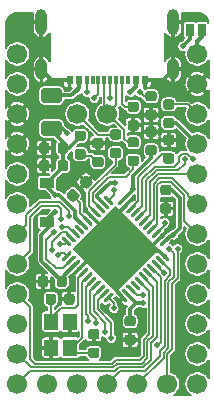
<source format=gtl>
G04 #@! TF.GenerationSoftware,KiCad,Pcbnew,(5.1.6)-1*
G04 #@! TF.CreationDate,2020-12-03T15:36:38+08:00*
G04 #@! TF.ProjectId,Alvaro,416c7661-726f-42e6-9b69-6361645f7063,rev?*
G04 #@! TF.SameCoordinates,Original*
G04 #@! TF.FileFunction,Copper,L1,Top*
G04 #@! TF.FilePolarity,Positive*
%FSLAX46Y46*%
G04 Gerber Fmt 4.6, Leading zero omitted, Abs format (unit mm)*
G04 Created by KiCad (PCBNEW (5.1.6)-1) date 2020-12-03 15:36:38*
%MOMM*%
%LPD*%
G01*
G04 APERTURE LIST*
G04 #@! TA.AperFunction,SMDPad,CuDef*
%ADD10R,0.700000X1.000000*%
G04 #@! TD*
G04 #@! TA.AperFunction,ComponentPad*
%ADD11R,1.200000X1.400000*%
G04 #@! TD*
G04 #@! TA.AperFunction,SMDPad,CuDef*
%ADD12R,0.300000X0.800000*%
G04 #@! TD*
G04 #@! TA.AperFunction,SMDPad,CuDef*
%ADD13R,0.600000X0.800000*%
G04 #@! TD*
G04 #@! TA.AperFunction,ComponentPad*
%ADD14O,1.000000X1.800000*%
G04 #@! TD*
G04 #@! TA.AperFunction,ComponentPad*
%ADD15O,1.000000X2.200000*%
G04 #@! TD*
G04 #@! TA.AperFunction,SMDPad,CuDef*
%ADD16C,0.100000*%
G04 #@! TD*
G04 #@! TA.AperFunction,ComponentPad*
%ADD17C,1.700000*%
G04 #@! TD*
G04 #@! TA.AperFunction,SMDPad,CuDef*
%ADD18R,1.200000X0.900000*%
G04 #@! TD*
G04 #@! TA.AperFunction,ViaPad*
%ADD19C,0.500000*%
G04 #@! TD*
G04 #@! TA.AperFunction,Conductor*
%ADD20C,0.310000*%
G04 #@! TD*
G04 #@! TA.AperFunction,Conductor*
%ADD21C,0.160000*%
G04 #@! TD*
G04 APERTURE END LIST*
D10*
X37000000Y-25250000D03*
X38000000Y-25250000D03*
D11*
X25250000Y-52149000D03*
X25250000Y-49949000D03*
X26850000Y-49949000D03*
X26850000Y-52149000D03*
D12*
X28250000Y-29500000D03*
X28750000Y-29500000D03*
X31750000Y-29500000D03*
X31250000Y-29500000D03*
X30250000Y-29500000D03*
X29750000Y-29500000D03*
X30750000Y-29500000D03*
X29250000Y-29500000D03*
D13*
X27600000Y-29500000D03*
X32400000Y-29500000D03*
X33200000Y-29500000D03*
X26800000Y-29500000D03*
D14*
X24425000Y-28600000D03*
X35575000Y-28600000D03*
D15*
X24425000Y-24600000D03*
X35575000Y-24600000D03*
G04 #@! TA.AperFunction,SMDPad,CuDef*
D16*
G36*
X27023045Y-43800000D02*
G01*
X30700000Y-40123045D01*
X34376955Y-43800000D01*
X30700000Y-47476955D01*
X27023045Y-43800000D01*
G37*
G04 #@! TD.AperFunction*
G04 #@! TA.AperFunction,SMDPad,CuDef*
G36*
G01*
X30912132Y-40052334D02*
X30912132Y-40052334D01*
G75*
G02*
X30912132Y-39840202I106066J106066D01*
G01*
X31477818Y-39274516D01*
G75*
G02*
X31689950Y-39274516I106066J-106066D01*
G01*
X31689950Y-39274516D01*
G75*
G02*
X31689950Y-39486648I-106066J-106066D01*
G01*
X31124264Y-40052334D01*
G75*
G02*
X30912132Y-40052334I-106066J106066D01*
G01*
G37*
G04 #@! TD.AperFunction*
G04 #@! TA.AperFunction,SMDPad,CuDef*
G36*
G01*
X31265685Y-40405888D02*
X31265685Y-40405888D01*
G75*
G02*
X31265685Y-40193756I106066J106066D01*
G01*
X31831371Y-39628070D01*
G75*
G02*
X32043503Y-39628070I106066J-106066D01*
G01*
X32043503Y-39628070D01*
G75*
G02*
X32043503Y-39840202I-106066J-106066D01*
G01*
X31477817Y-40405888D01*
G75*
G02*
X31265685Y-40405888I-106066J106066D01*
G01*
G37*
G04 #@! TD.AperFunction*
G04 #@! TA.AperFunction,SMDPad,CuDef*
G36*
G01*
X31619239Y-40759441D02*
X31619239Y-40759441D01*
G75*
G02*
X31619239Y-40547309I106066J106066D01*
G01*
X32184925Y-39981623D01*
G75*
G02*
X32397057Y-39981623I106066J-106066D01*
G01*
X32397057Y-39981623D01*
G75*
G02*
X32397057Y-40193755I-106066J-106066D01*
G01*
X31831371Y-40759441D01*
G75*
G02*
X31619239Y-40759441I-106066J106066D01*
G01*
G37*
G04 #@! TD.AperFunction*
G04 #@! TA.AperFunction,SMDPad,CuDef*
G36*
G01*
X31972792Y-41112995D02*
X31972792Y-41112995D01*
G75*
G02*
X31972792Y-40900863I106066J106066D01*
G01*
X32538478Y-40335177D01*
G75*
G02*
X32750610Y-40335177I106066J-106066D01*
G01*
X32750610Y-40335177D01*
G75*
G02*
X32750610Y-40547309I-106066J-106066D01*
G01*
X32184924Y-41112995D01*
G75*
G02*
X31972792Y-41112995I-106066J106066D01*
G01*
G37*
G04 #@! TD.AperFunction*
G04 #@! TA.AperFunction,SMDPad,CuDef*
G36*
G01*
X32326345Y-41466548D02*
X32326345Y-41466548D01*
G75*
G02*
X32326345Y-41254416I106066J106066D01*
G01*
X32892031Y-40688730D01*
G75*
G02*
X33104163Y-40688730I106066J-106066D01*
G01*
X33104163Y-40688730D01*
G75*
G02*
X33104163Y-40900862I-106066J-106066D01*
G01*
X32538477Y-41466548D01*
G75*
G02*
X32326345Y-41466548I-106066J106066D01*
G01*
G37*
G04 #@! TD.AperFunction*
G04 #@! TA.AperFunction,SMDPad,CuDef*
G36*
G01*
X32679899Y-41820101D02*
X32679899Y-41820101D01*
G75*
G02*
X32679899Y-41607969I106066J106066D01*
G01*
X33245585Y-41042283D01*
G75*
G02*
X33457717Y-41042283I106066J-106066D01*
G01*
X33457717Y-41042283D01*
G75*
G02*
X33457717Y-41254415I-106066J-106066D01*
G01*
X32892031Y-41820101D01*
G75*
G02*
X32679899Y-41820101I-106066J106066D01*
G01*
G37*
G04 #@! TD.AperFunction*
G04 #@! TA.AperFunction,SMDPad,CuDef*
G36*
G01*
X33033452Y-42173655D02*
X33033452Y-42173655D01*
G75*
G02*
X33033452Y-41961523I106066J106066D01*
G01*
X33599138Y-41395837D01*
G75*
G02*
X33811270Y-41395837I106066J-106066D01*
G01*
X33811270Y-41395837D01*
G75*
G02*
X33811270Y-41607969I-106066J-106066D01*
G01*
X33245584Y-42173655D01*
G75*
G02*
X33033452Y-42173655I-106066J106066D01*
G01*
G37*
G04 #@! TD.AperFunction*
G04 #@! TA.AperFunction,SMDPad,CuDef*
G36*
G01*
X33387005Y-42527208D02*
X33387005Y-42527208D01*
G75*
G02*
X33387005Y-42315076I106066J106066D01*
G01*
X33952691Y-41749390D01*
G75*
G02*
X34164823Y-41749390I106066J-106066D01*
G01*
X34164823Y-41749390D01*
G75*
G02*
X34164823Y-41961522I-106066J-106066D01*
G01*
X33599137Y-42527208D01*
G75*
G02*
X33387005Y-42527208I-106066J106066D01*
G01*
G37*
G04 #@! TD.AperFunction*
G04 #@! TA.AperFunction,SMDPad,CuDef*
G36*
G01*
X33740559Y-42880761D02*
X33740559Y-42880761D01*
G75*
G02*
X33740559Y-42668629I106066J106066D01*
G01*
X34306245Y-42102943D01*
G75*
G02*
X34518377Y-42102943I106066J-106066D01*
G01*
X34518377Y-42102943D01*
G75*
G02*
X34518377Y-42315075I-106066J-106066D01*
G01*
X33952691Y-42880761D01*
G75*
G02*
X33740559Y-42880761I-106066J106066D01*
G01*
G37*
G04 #@! TD.AperFunction*
G04 #@! TA.AperFunction,SMDPad,CuDef*
G36*
G01*
X34094112Y-43234315D02*
X34094112Y-43234315D01*
G75*
G02*
X34094112Y-43022183I106066J106066D01*
G01*
X34659798Y-42456497D01*
G75*
G02*
X34871930Y-42456497I106066J-106066D01*
G01*
X34871930Y-42456497D01*
G75*
G02*
X34871930Y-42668629I-106066J-106066D01*
G01*
X34306244Y-43234315D01*
G75*
G02*
X34094112Y-43234315I-106066J106066D01*
G01*
G37*
G04 #@! TD.AperFunction*
G04 #@! TA.AperFunction,SMDPad,CuDef*
G36*
G01*
X34447666Y-43587868D02*
X34447666Y-43587868D01*
G75*
G02*
X34447666Y-43375736I106066J106066D01*
G01*
X35013352Y-42810050D01*
G75*
G02*
X35225484Y-42810050I106066J-106066D01*
G01*
X35225484Y-42810050D01*
G75*
G02*
X35225484Y-43022182I-106066J-106066D01*
G01*
X34659798Y-43587868D01*
G75*
G02*
X34447666Y-43587868I-106066J106066D01*
G01*
G37*
G04 #@! TD.AperFunction*
G04 #@! TA.AperFunction,SMDPad,CuDef*
G36*
G01*
X34447666Y-44012132D02*
X34447666Y-44012132D01*
G75*
G02*
X34659798Y-44012132I106066J-106066D01*
G01*
X35225484Y-44577818D01*
G75*
G02*
X35225484Y-44789950I-106066J-106066D01*
G01*
X35225484Y-44789950D01*
G75*
G02*
X35013352Y-44789950I-106066J106066D01*
G01*
X34447666Y-44224264D01*
G75*
G02*
X34447666Y-44012132I106066J106066D01*
G01*
G37*
G04 #@! TD.AperFunction*
G04 #@! TA.AperFunction,SMDPad,CuDef*
G36*
G01*
X34094112Y-44365685D02*
X34094112Y-44365685D01*
G75*
G02*
X34306244Y-44365685I106066J-106066D01*
G01*
X34871930Y-44931371D01*
G75*
G02*
X34871930Y-45143503I-106066J-106066D01*
G01*
X34871930Y-45143503D01*
G75*
G02*
X34659798Y-45143503I-106066J106066D01*
G01*
X34094112Y-44577817D01*
G75*
G02*
X34094112Y-44365685I106066J106066D01*
G01*
G37*
G04 #@! TD.AperFunction*
G04 #@! TA.AperFunction,SMDPad,CuDef*
G36*
G01*
X33740559Y-44719239D02*
X33740559Y-44719239D01*
G75*
G02*
X33952691Y-44719239I106066J-106066D01*
G01*
X34518377Y-45284925D01*
G75*
G02*
X34518377Y-45497057I-106066J-106066D01*
G01*
X34518377Y-45497057D01*
G75*
G02*
X34306245Y-45497057I-106066J106066D01*
G01*
X33740559Y-44931371D01*
G75*
G02*
X33740559Y-44719239I106066J106066D01*
G01*
G37*
G04 #@! TD.AperFunction*
G04 #@! TA.AperFunction,SMDPad,CuDef*
G36*
G01*
X33387005Y-45072792D02*
X33387005Y-45072792D01*
G75*
G02*
X33599137Y-45072792I106066J-106066D01*
G01*
X34164823Y-45638478D01*
G75*
G02*
X34164823Y-45850610I-106066J-106066D01*
G01*
X34164823Y-45850610D01*
G75*
G02*
X33952691Y-45850610I-106066J106066D01*
G01*
X33387005Y-45284924D01*
G75*
G02*
X33387005Y-45072792I106066J106066D01*
G01*
G37*
G04 #@! TD.AperFunction*
G04 #@! TA.AperFunction,SMDPad,CuDef*
G36*
G01*
X33033452Y-45426345D02*
X33033452Y-45426345D01*
G75*
G02*
X33245584Y-45426345I106066J-106066D01*
G01*
X33811270Y-45992031D01*
G75*
G02*
X33811270Y-46204163I-106066J-106066D01*
G01*
X33811270Y-46204163D01*
G75*
G02*
X33599138Y-46204163I-106066J106066D01*
G01*
X33033452Y-45638477D01*
G75*
G02*
X33033452Y-45426345I106066J106066D01*
G01*
G37*
G04 #@! TD.AperFunction*
G04 #@! TA.AperFunction,SMDPad,CuDef*
G36*
G01*
X32679899Y-45779899D02*
X32679899Y-45779899D01*
G75*
G02*
X32892031Y-45779899I106066J-106066D01*
G01*
X33457717Y-46345585D01*
G75*
G02*
X33457717Y-46557717I-106066J-106066D01*
G01*
X33457717Y-46557717D01*
G75*
G02*
X33245585Y-46557717I-106066J106066D01*
G01*
X32679899Y-45992031D01*
G75*
G02*
X32679899Y-45779899I106066J106066D01*
G01*
G37*
G04 #@! TD.AperFunction*
G04 #@! TA.AperFunction,SMDPad,CuDef*
G36*
G01*
X32326345Y-46133452D02*
X32326345Y-46133452D01*
G75*
G02*
X32538477Y-46133452I106066J-106066D01*
G01*
X33104163Y-46699138D01*
G75*
G02*
X33104163Y-46911270I-106066J-106066D01*
G01*
X33104163Y-46911270D01*
G75*
G02*
X32892031Y-46911270I-106066J106066D01*
G01*
X32326345Y-46345584D01*
G75*
G02*
X32326345Y-46133452I106066J106066D01*
G01*
G37*
G04 #@! TD.AperFunction*
G04 #@! TA.AperFunction,SMDPad,CuDef*
G36*
G01*
X31972792Y-46487005D02*
X31972792Y-46487005D01*
G75*
G02*
X32184924Y-46487005I106066J-106066D01*
G01*
X32750610Y-47052691D01*
G75*
G02*
X32750610Y-47264823I-106066J-106066D01*
G01*
X32750610Y-47264823D01*
G75*
G02*
X32538478Y-47264823I-106066J106066D01*
G01*
X31972792Y-46699137D01*
G75*
G02*
X31972792Y-46487005I106066J106066D01*
G01*
G37*
G04 #@! TD.AperFunction*
G04 #@! TA.AperFunction,SMDPad,CuDef*
G36*
G01*
X31619239Y-46840559D02*
X31619239Y-46840559D01*
G75*
G02*
X31831371Y-46840559I106066J-106066D01*
G01*
X32397057Y-47406245D01*
G75*
G02*
X32397057Y-47618377I-106066J-106066D01*
G01*
X32397057Y-47618377D01*
G75*
G02*
X32184925Y-47618377I-106066J106066D01*
G01*
X31619239Y-47052691D01*
G75*
G02*
X31619239Y-46840559I106066J106066D01*
G01*
G37*
G04 #@! TD.AperFunction*
G04 #@! TA.AperFunction,SMDPad,CuDef*
G36*
G01*
X31265685Y-47194112D02*
X31265685Y-47194112D01*
G75*
G02*
X31477817Y-47194112I106066J-106066D01*
G01*
X32043503Y-47759798D01*
G75*
G02*
X32043503Y-47971930I-106066J-106066D01*
G01*
X32043503Y-47971930D01*
G75*
G02*
X31831371Y-47971930I-106066J106066D01*
G01*
X31265685Y-47406244D01*
G75*
G02*
X31265685Y-47194112I106066J106066D01*
G01*
G37*
G04 #@! TD.AperFunction*
G04 #@! TA.AperFunction,SMDPad,CuDef*
G36*
G01*
X30912132Y-47547666D02*
X30912132Y-47547666D01*
G75*
G02*
X31124264Y-47547666I106066J-106066D01*
G01*
X31689950Y-48113352D01*
G75*
G02*
X31689950Y-48325484I-106066J-106066D01*
G01*
X31689950Y-48325484D01*
G75*
G02*
X31477818Y-48325484I-106066J106066D01*
G01*
X30912132Y-47759798D01*
G75*
G02*
X30912132Y-47547666I106066J106066D01*
G01*
G37*
G04 #@! TD.AperFunction*
G04 #@! TA.AperFunction,SMDPad,CuDef*
G36*
G01*
X29710050Y-48325484D02*
X29710050Y-48325484D01*
G75*
G02*
X29710050Y-48113352I106066J106066D01*
G01*
X30275736Y-47547666D01*
G75*
G02*
X30487868Y-47547666I106066J-106066D01*
G01*
X30487868Y-47547666D01*
G75*
G02*
X30487868Y-47759798I-106066J-106066D01*
G01*
X29922182Y-48325484D01*
G75*
G02*
X29710050Y-48325484I-106066J106066D01*
G01*
G37*
G04 #@! TD.AperFunction*
G04 #@! TA.AperFunction,SMDPad,CuDef*
G36*
G01*
X29356497Y-47971930D02*
X29356497Y-47971930D01*
G75*
G02*
X29356497Y-47759798I106066J106066D01*
G01*
X29922183Y-47194112D01*
G75*
G02*
X30134315Y-47194112I106066J-106066D01*
G01*
X30134315Y-47194112D01*
G75*
G02*
X30134315Y-47406244I-106066J-106066D01*
G01*
X29568629Y-47971930D01*
G75*
G02*
X29356497Y-47971930I-106066J106066D01*
G01*
G37*
G04 #@! TD.AperFunction*
G04 #@! TA.AperFunction,SMDPad,CuDef*
G36*
G01*
X29002943Y-47618377D02*
X29002943Y-47618377D01*
G75*
G02*
X29002943Y-47406245I106066J106066D01*
G01*
X29568629Y-46840559D01*
G75*
G02*
X29780761Y-46840559I106066J-106066D01*
G01*
X29780761Y-46840559D01*
G75*
G02*
X29780761Y-47052691I-106066J-106066D01*
G01*
X29215075Y-47618377D01*
G75*
G02*
X29002943Y-47618377I-106066J106066D01*
G01*
G37*
G04 #@! TD.AperFunction*
G04 #@! TA.AperFunction,SMDPad,CuDef*
G36*
G01*
X28649390Y-47264823D02*
X28649390Y-47264823D01*
G75*
G02*
X28649390Y-47052691I106066J106066D01*
G01*
X29215076Y-46487005D01*
G75*
G02*
X29427208Y-46487005I106066J-106066D01*
G01*
X29427208Y-46487005D01*
G75*
G02*
X29427208Y-46699137I-106066J-106066D01*
G01*
X28861522Y-47264823D01*
G75*
G02*
X28649390Y-47264823I-106066J106066D01*
G01*
G37*
G04 #@! TD.AperFunction*
G04 #@! TA.AperFunction,SMDPad,CuDef*
G36*
G01*
X28295837Y-46911270D02*
X28295837Y-46911270D01*
G75*
G02*
X28295837Y-46699138I106066J106066D01*
G01*
X28861523Y-46133452D01*
G75*
G02*
X29073655Y-46133452I106066J-106066D01*
G01*
X29073655Y-46133452D01*
G75*
G02*
X29073655Y-46345584I-106066J-106066D01*
G01*
X28507969Y-46911270D01*
G75*
G02*
X28295837Y-46911270I-106066J106066D01*
G01*
G37*
G04 #@! TD.AperFunction*
G04 #@! TA.AperFunction,SMDPad,CuDef*
G36*
G01*
X27942283Y-46557717D02*
X27942283Y-46557717D01*
G75*
G02*
X27942283Y-46345585I106066J106066D01*
G01*
X28507969Y-45779899D01*
G75*
G02*
X28720101Y-45779899I106066J-106066D01*
G01*
X28720101Y-45779899D01*
G75*
G02*
X28720101Y-45992031I-106066J-106066D01*
G01*
X28154415Y-46557717D01*
G75*
G02*
X27942283Y-46557717I-106066J106066D01*
G01*
G37*
G04 #@! TD.AperFunction*
G04 #@! TA.AperFunction,SMDPad,CuDef*
G36*
G01*
X27588730Y-46204163D02*
X27588730Y-46204163D01*
G75*
G02*
X27588730Y-45992031I106066J106066D01*
G01*
X28154416Y-45426345D01*
G75*
G02*
X28366548Y-45426345I106066J-106066D01*
G01*
X28366548Y-45426345D01*
G75*
G02*
X28366548Y-45638477I-106066J-106066D01*
G01*
X27800862Y-46204163D01*
G75*
G02*
X27588730Y-46204163I-106066J106066D01*
G01*
G37*
G04 #@! TD.AperFunction*
G04 #@! TA.AperFunction,SMDPad,CuDef*
G36*
G01*
X27235177Y-45850610D02*
X27235177Y-45850610D01*
G75*
G02*
X27235177Y-45638478I106066J106066D01*
G01*
X27800863Y-45072792D01*
G75*
G02*
X28012995Y-45072792I106066J-106066D01*
G01*
X28012995Y-45072792D01*
G75*
G02*
X28012995Y-45284924I-106066J-106066D01*
G01*
X27447309Y-45850610D01*
G75*
G02*
X27235177Y-45850610I-106066J106066D01*
G01*
G37*
G04 #@! TD.AperFunction*
G04 #@! TA.AperFunction,SMDPad,CuDef*
G36*
G01*
X26881623Y-45497057D02*
X26881623Y-45497057D01*
G75*
G02*
X26881623Y-45284925I106066J106066D01*
G01*
X27447309Y-44719239D01*
G75*
G02*
X27659441Y-44719239I106066J-106066D01*
G01*
X27659441Y-44719239D01*
G75*
G02*
X27659441Y-44931371I-106066J-106066D01*
G01*
X27093755Y-45497057D01*
G75*
G02*
X26881623Y-45497057I-106066J106066D01*
G01*
G37*
G04 #@! TD.AperFunction*
G04 #@! TA.AperFunction,SMDPad,CuDef*
G36*
G01*
X26528070Y-45143503D02*
X26528070Y-45143503D01*
G75*
G02*
X26528070Y-44931371I106066J106066D01*
G01*
X27093756Y-44365685D01*
G75*
G02*
X27305888Y-44365685I106066J-106066D01*
G01*
X27305888Y-44365685D01*
G75*
G02*
X27305888Y-44577817I-106066J-106066D01*
G01*
X26740202Y-45143503D01*
G75*
G02*
X26528070Y-45143503I-106066J106066D01*
G01*
G37*
G04 #@! TD.AperFunction*
G04 #@! TA.AperFunction,SMDPad,CuDef*
G36*
G01*
X26174516Y-44789950D02*
X26174516Y-44789950D01*
G75*
G02*
X26174516Y-44577818I106066J106066D01*
G01*
X26740202Y-44012132D01*
G75*
G02*
X26952334Y-44012132I106066J-106066D01*
G01*
X26952334Y-44012132D01*
G75*
G02*
X26952334Y-44224264I-106066J-106066D01*
G01*
X26386648Y-44789950D01*
G75*
G02*
X26174516Y-44789950I-106066J106066D01*
G01*
G37*
G04 #@! TD.AperFunction*
G04 #@! TA.AperFunction,SMDPad,CuDef*
G36*
G01*
X26174516Y-42810050D02*
X26174516Y-42810050D01*
G75*
G02*
X26386648Y-42810050I106066J-106066D01*
G01*
X26952334Y-43375736D01*
G75*
G02*
X26952334Y-43587868I-106066J-106066D01*
G01*
X26952334Y-43587868D01*
G75*
G02*
X26740202Y-43587868I-106066J106066D01*
G01*
X26174516Y-43022182D01*
G75*
G02*
X26174516Y-42810050I106066J106066D01*
G01*
G37*
G04 #@! TD.AperFunction*
G04 #@! TA.AperFunction,SMDPad,CuDef*
G36*
G01*
X26528070Y-42456497D02*
X26528070Y-42456497D01*
G75*
G02*
X26740202Y-42456497I106066J-106066D01*
G01*
X27305888Y-43022183D01*
G75*
G02*
X27305888Y-43234315I-106066J-106066D01*
G01*
X27305888Y-43234315D01*
G75*
G02*
X27093756Y-43234315I-106066J106066D01*
G01*
X26528070Y-42668629D01*
G75*
G02*
X26528070Y-42456497I106066J106066D01*
G01*
G37*
G04 #@! TD.AperFunction*
G04 #@! TA.AperFunction,SMDPad,CuDef*
G36*
G01*
X26881623Y-42102943D02*
X26881623Y-42102943D01*
G75*
G02*
X27093755Y-42102943I106066J-106066D01*
G01*
X27659441Y-42668629D01*
G75*
G02*
X27659441Y-42880761I-106066J-106066D01*
G01*
X27659441Y-42880761D01*
G75*
G02*
X27447309Y-42880761I-106066J106066D01*
G01*
X26881623Y-42315075D01*
G75*
G02*
X26881623Y-42102943I106066J106066D01*
G01*
G37*
G04 #@! TD.AperFunction*
G04 #@! TA.AperFunction,SMDPad,CuDef*
G36*
G01*
X27235177Y-41749390D02*
X27235177Y-41749390D01*
G75*
G02*
X27447309Y-41749390I106066J-106066D01*
G01*
X28012995Y-42315076D01*
G75*
G02*
X28012995Y-42527208I-106066J-106066D01*
G01*
X28012995Y-42527208D01*
G75*
G02*
X27800863Y-42527208I-106066J106066D01*
G01*
X27235177Y-41961522D01*
G75*
G02*
X27235177Y-41749390I106066J106066D01*
G01*
G37*
G04 #@! TD.AperFunction*
G04 #@! TA.AperFunction,SMDPad,CuDef*
G36*
G01*
X27588730Y-41395837D02*
X27588730Y-41395837D01*
G75*
G02*
X27800862Y-41395837I106066J-106066D01*
G01*
X28366548Y-41961523D01*
G75*
G02*
X28366548Y-42173655I-106066J-106066D01*
G01*
X28366548Y-42173655D01*
G75*
G02*
X28154416Y-42173655I-106066J106066D01*
G01*
X27588730Y-41607969D01*
G75*
G02*
X27588730Y-41395837I106066J106066D01*
G01*
G37*
G04 #@! TD.AperFunction*
G04 #@! TA.AperFunction,SMDPad,CuDef*
G36*
G01*
X27942283Y-41042283D02*
X27942283Y-41042283D01*
G75*
G02*
X28154415Y-41042283I106066J-106066D01*
G01*
X28720101Y-41607969D01*
G75*
G02*
X28720101Y-41820101I-106066J-106066D01*
G01*
X28720101Y-41820101D01*
G75*
G02*
X28507969Y-41820101I-106066J106066D01*
G01*
X27942283Y-41254415D01*
G75*
G02*
X27942283Y-41042283I106066J106066D01*
G01*
G37*
G04 #@! TD.AperFunction*
G04 #@! TA.AperFunction,SMDPad,CuDef*
G36*
G01*
X28295837Y-40688730D02*
X28295837Y-40688730D01*
G75*
G02*
X28507969Y-40688730I106066J-106066D01*
G01*
X29073655Y-41254416D01*
G75*
G02*
X29073655Y-41466548I-106066J-106066D01*
G01*
X29073655Y-41466548D01*
G75*
G02*
X28861523Y-41466548I-106066J106066D01*
G01*
X28295837Y-40900862D01*
G75*
G02*
X28295837Y-40688730I106066J106066D01*
G01*
G37*
G04 #@! TD.AperFunction*
G04 #@! TA.AperFunction,SMDPad,CuDef*
G36*
G01*
X28649390Y-40335177D02*
X28649390Y-40335177D01*
G75*
G02*
X28861522Y-40335177I106066J-106066D01*
G01*
X29427208Y-40900863D01*
G75*
G02*
X29427208Y-41112995I-106066J-106066D01*
G01*
X29427208Y-41112995D01*
G75*
G02*
X29215076Y-41112995I-106066J106066D01*
G01*
X28649390Y-40547309D01*
G75*
G02*
X28649390Y-40335177I106066J106066D01*
G01*
G37*
G04 #@! TD.AperFunction*
G04 #@! TA.AperFunction,SMDPad,CuDef*
G36*
G01*
X29002943Y-39981623D02*
X29002943Y-39981623D01*
G75*
G02*
X29215075Y-39981623I106066J-106066D01*
G01*
X29780761Y-40547309D01*
G75*
G02*
X29780761Y-40759441I-106066J-106066D01*
G01*
X29780761Y-40759441D01*
G75*
G02*
X29568629Y-40759441I-106066J106066D01*
G01*
X29002943Y-40193755D01*
G75*
G02*
X29002943Y-39981623I106066J106066D01*
G01*
G37*
G04 #@! TD.AperFunction*
G04 #@! TA.AperFunction,SMDPad,CuDef*
G36*
G01*
X29356497Y-39628070D02*
X29356497Y-39628070D01*
G75*
G02*
X29568629Y-39628070I106066J-106066D01*
G01*
X30134315Y-40193756D01*
G75*
G02*
X30134315Y-40405888I-106066J-106066D01*
G01*
X30134315Y-40405888D01*
G75*
G02*
X29922183Y-40405888I-106066J106066D01*
G01*
X29356497Y-39840202D01*
G75*
G02*
X29356497Y-39628070I106066J106066D01*
G01*
G37*
G04 #@! TD.AperFunction*
G04 #@! TA.AperFunction,SMDPad,CuDef*
G36*
G01*
X29710050Y-39274516D02*
X29710050Y-39274516D01*
G75*
G02*
X29922182Y-39274516I106066J-106066D01*
G01*
X30487868Y-39840202D01*
G75*
G02*
X30487868Y-40052334I-106066J-106066D01*
G01*
X30487868Y-40052334D01*
G75*
G02*
X30275736Y-40052334I-106066J106066D01*
G01*
X29710050Y-39486648D01*
G75*
G02*
X29710050Y-39274516I106066J106066D01*
G01*
G37*
G04 #@! TD.AperFunction*
D17*
X30700000Y-43800000D03*
G04 #@! TA.AperFunction,SMDPad,CuDef*
G36*
G01*
X28943750Y-36000000D02*
X29456250Y-36000000D01*
G75*
G02*
X29675000Y-36218750I0J-218750D01*
G01*
X29675000Y-36656250D01*
G75*
G02*
X29456250Y-36875000I-218750J0D01*
G01*
X28943750Y-36875000D01*
G75*
G02*
X28725000Y-36656250I0J218750D01*
G01*
X28725000Y-36218750D01*
G75*
G02*
X28943750Y-36000000I218750J0D01*
G01*
G37*
G04 #@! TD.AperFunction*
G04 #@! TA.AperFunction,SMDPad,CuDef*
G36*
G01*
X28943750Y-34425000D02*
X29456250Y-34425000D01*
G75*
G02*
X29675000Y-34643750I0J-218750D01*
G01*
X29675000Y-35081250D01*
G75*
G02*
X29456250Y-35300000I-218750J0D01*
G01*
X28943750Y-35300000D01*
G75*
G02*
X28725000Y-35081250I0J218750D01*
G01*
X28725000Y-34643750D01*
G75*
G02*
X28943750Y-34425000I218750J0D01*
G01*
G37*
G04 #@! TD.AperFunction*
G04 #@! TA.AperFunction,SMDPad,CuDef*
G36*
G01*
X26675000Y-36493750D02*
X26675000Y-37006250D01*
G75*
G02*
X26456250Y-37225000I-218750J0D01*
G01*
X26018750Y-37225000D01*
G75*
G02*
X25800000Y-37006250I0J218750D01*
G01*
X25800000Y-36493750D01*
G75*
G02*
X26018750Y-36275000I218750J0D01*
G01*
X26456250Y-36275000D01*
G75*
G02*
X26675000Y-36493750I0J-218750D01*
G01*
G37*
G04 #@! TD.AperFunction*
G04 #@! TA.AperFunction,SMDPad,CuDef*
G36*
G01*
X25100000Y-36493750D02*
X25100000Y-37006250D01*
G75*
G02*
X24881250Y-37225000I-218750J0D01*
G01*
X24443750Y-37225000D01*
G75*
G02*
X24225000Y-37006250I0J218750D01*
G01*
X24225000Y-36493750D01*
G75*
G02*
X24443750Y-36275000I218750J0D01*
G01*
X24881250Y-36275000D01*
G75*
G02*
X25100000Y-36493750I0J-218750D01*
G01*
G37*
G04 #@! TD.AperFunction*
G04 #@! TA.AperFunction,SMDPad,CuDef*
G36*
G01*
X35456250Y-35000000D02*
X34943750Y-35000000D01*
G75*
G02*
X34725000Y-34781250I0J218750D01*
G01*
X34725000Y-34343750D01*
G75*
G02*
X34943750Y-34125000I218750J0D01*
G01*
X35456250Y-34125000D01*
G75*
G02*
X35675000Y-34343750I0J-218750D01*
G01*
X35675000Y-34781250D01*
G75*
G02*
X35456250Y-35000000I-218750J0D01*
G01*
G37*
G04 #@! TD.AperFunction*
G04 #@! TA.AperFunction,SMDPad,CuDef*
G36*
G01*
X35456250Y-36575000D02*
X34943750Y-36575000D01*
G75*
G02*
X34725000Y-36356250I0J218750D01*
G01*
X34725000Y-35918750D01*
G75*
G02*
X34943750Y-35700000I218750J0D01*
G01*
X35456250Y-35700000D01*
G75*
G02*
X35675000Y-35918750I0J-218750D01*
G01*
X35675000Y-36356250D01*
G75*
G02*
X35456250Y-36575000I-218750J0D01*
G01*
G37*
G04 #@! TD.AperFunction*
G04 #@! TA.AperFunction,SMDPad,CuDef*
G36*
G01*
X25895000Y-31425000D02*
X24645000Y-31425000D01*
G75*
G02*
X24395000Y-31175000I0J250000D01*
G01*
X24395000Y-30425000D01*
G75*
G02*
X24645000Y-30175000I250000J0D01*
G01*
X25895000Y-30175000D01*
G75*
G02*
X26145000Y-30425000I0J-250000D01*
G01*
X26145000Y-31175000D01*
G75*
G02*
X25895000Y-31425000I-250000J0D01*
G01*
G37*
G04 #@! TD.AperFunction*
G04 #@! TA.AperFunction,SMDPad,CuDef*
G36*
G01*
X25895000Y-34225000D02*
X24645000Y-34225000D01*
G75*
G02*
X24395000Y-33975000I0J250000D01*
G01*
X24395000Y-33225000D01*
G75*
G02*
X24645000Y-32975000I250000J0D01*
G01*
X25895000Y-32975000D01*
G75*
G02*
X26145000Y-33225000I0J-250000D01*
G01*
X26145000Y-33975000D01*
G75*
G02*
X25895000Y-34225000I-250000J0D01*
G01*
G37*
G04 #@! TD.AperFunction*
D18*
X24900000Y-38200000D03*
X24900000Y-41500000D03*
D17*
X24920000Y-55240000D03*
X27460000Y-55240000D03*
X30000000Y-55240000D03*
X32540000Y-55240000D03*
X35080000Y-55240000D03*
X22380000Y-27300000D03*
X22380000Y-29840000D03*
X22380000Y-32380000D03*
X22380000Y-34920000D03*
X22380000Y-37460000D03*
X22380000Y-40000000D03*
X22380000Y-42540000D03*
X22380000Y-45080000D03*
X22380000Y-47620000D03*
X22380000Y-50160000D03*
X22380000Y-52700000D03*
X22380000Y-55240000D03*
X37620000Y-55240000D03*
X37620000Y-52700000D03*
X37620000Y-50160000D03*
X37620000Y-47620000D03*
X37620000Y-45080000D03*
X37620000Y-42540000D03*
X37620000Y-40000000D03*
X37620000Y-37460000D03*
X37620000Y-34920000D03*
X37620000Y-32380000D03*
X37620000Y-29840000D03*
X37620000Y-27300000D03*
X30000000Y-32380000D03*
X27460000Y-32380000D03*
G04 #@! TA.AperFunction,SMDPad,CuDef*
G36*
G01*
X27956250Y-36225000D02*
X27443750Y-36225000D01*
G75*
G02*
X27225000Y-36006250I0J218750D01*
G01*
X27225000Y-35568750D01*
G75*
G02*
X27443750Y-35350000I218750J0D01*
G01*
X27956250Y-35350000D01*
G75*
G02*
X28175000Y-35568750I0J-218750D01*
G01*
X28175000Y-36006250D01*
G75*
G02*
X27956250Y-36225000I-218750J0D01*
G01*
G37*
G04 #@! TD.AperFunction*
G04 #@! TA.AperFunction,SMDPad,CuDef*
G36*
G01*
X27956250Y-34650000D02*
X27443750Y-34650000D01*
G75*
G02*
X27225000Y-34431250I0J218750D01*
G01*
X27225000Y-33993750D01*
G75*
G02*
X27443750Y-33775000I218750J0D01*
G01*
X27956250Y-33775000D01*
G75*
G02*
X28175000Y-33993750I0J-218750D01*
G01*
X28175000Y-34431250D01*
G75*
G02*
X27956250Y-34650000I-218750J0D01*
G01*
G37*
G04 #@! TD.AperFunction*
G04 #@! TA.AperFunction,SMDPad,CuDef*
G36*
G01*
X32456250Y-35200000D02*
X31943750Y-35200000D01*
G75*
G02*
X31725000Y-34981250I0J218750D01*
G01*
X31725000Y-34543750D01*
G75*
G02*
X31943750Y-34325000I218750J0D01*
G01*
X32456250Y-34325000D01*
G75*
G02*
X32675000Y-34543750I0J-218750D01*
G01*
X32675000Y-34981250D01*
G75*
G02*
X32456250Y-35200000I-218750J0D01*
G01*
G37*
G04 #@! TD.AperFunction*
G04 #@! TA.AperFunction,SMDPad,CuDef*
G36*
G01*
X32456250Y-36775000D02*
X31943750Y-36775000D01*
G75*
G02*
X31725000Y-36556250I0J218750D01*
G01*
X31725000Y-36118750D01*
G75*
G02*
X31943750Y-35900000I218750J0D01*
G01*
X32456250Y-35900000D01*
G75*
G02*
X32675000Y-36118750I0J-218750D01*
G01*
X32675000Y-36556250D01*
G75*
G02*
X32456250Y-36775000I-218750J0D01*
G01*
G37*
G04 #@! TD.AperFunction*
G04 #@! TA.AperFunction,SMDPad,CuDef*
G36*
G01*
X30956250Y-34550000D02*
X30443750Y-34550000D01*
G75*
G02*
X30225000Y-34331250I0J218750D01*
G01*
X30225000Y-33893750D01*
G75*
G02*
X30443750Y-33675000I218750J0D01*
G01*
X30956250Y-33675000D01*
G75*
G02*
X31175000Y-33893750I0J-218750D01*
G01*
X31175000Y-34331250D01*
G75*
G02*
X30956250Y-34550000I-218750J0D01*
G01*
G37*
G04 #@! TD.AperFunction*
G04 #@! TA.AperFunction,SMDPad,CuDef*
G36*
G01*
X30956250Y-36125000D02*
X30443750Y-36125000D01*
G75*
G02*
X30225000Y-35906250I0J218750D01*
G01*
X30225000Y-35468750D01*
G75*
G02*
X30443750Y-35250000I218750J0D01*
G01*
X30956250Y-35250000D01*
G75*
G02*
X31175000Y-35468750I0J-218750D01*
G01*
X31175000Y-35906250D01*
G75*
G02*
X30956250Y-36125000I-218750J0D01*
G01*
G37*
G04 #@! TD.AperFunction*
G04 #@! TA.AperFunction,SMDPad,CuDef*
G36*
G01*
X34943750Y-31125000D02*
X35456250Y-31125000D01*
G75*
G02*
X35675000Y-31343750I0J-218750D01*
G01*
X35675000Y-31781250D01*
G75*
G02*
X35456250Y-32000000I-218750J0D01*
G01*
X34943750Y-32000000D01*
G75*
G02*
X34725000Y-31781250I0J218750D01*
G01*
X34725000Y-31343750D01*
G75*
G02*
X34943750Y-31125000I218750J0D01*
G01*
G37*
G04 #@! TD.AperFunction*
G04 #@! TA.AperFunction,SMDPad,CuDef*
G36*
G01*
X34943750Y-32700000D02*
X35456250Y-32700000D01*
G75*
G02*
X35675000Y-32918750I0J-218750D01*
G01*
X35675000Y-33356250D01*
G75*
G02*
X35456250Y-33575000I-218750J0D01*
G01*
X34943750Y-33575000D01*
G75*
G02*
X34725000Y-33356250I0J218750D01*
G01*
X34725000Y-32918750D01*
G75*
G02*
X34943750Y-32700000I218750J0D01*
G01*
G37*
G04 #@! TD.AperFunction*
G04 #@! TA.AperFunction,SMDPad,CuDef*
G36*
G01*
X33956250Y-31300000D02*
X33443750Y-31300000D01*
G75*
G02*
X33225000Y-31081250I0J218750D01*
G01*
X33225000Y-30643750D01*
G75*
G02*
X33443750Y-30425000I218750J0D01*
G01*
X33956250Y-30425000D01*
G75*
G02*
X34175000Y-30643750I0J-218750D01*
G01*
X34175000Y-31081250D01*
G75*
G02*
X33956250Y-31300000I-218750J0D01*
G01*
G37*
G04 #@! TD.AperFunction*
G04 #@! TA.AperFunction,SMDPad,CuDef*
G36*
G01*
X33956250Y-32875000D02*
X33443750Y-32875000D01*
G75*
G02*
X33225000Y-32656250I0J218750D01*
G01*
X33225000Y-32218750D01*
G75*
G02*
X33443750Y-32000000I218750J0D01*
G01*
X33956250Y-32000000D01*
G75*
G02*
X34175000Y-32218750I0J-218750D01*
G01*
X34175000Y-32656250D01*
G75*
G02*
X33956250Y-32875000I-218750J0D01*
G01*
G37*
G04 #@! TD.AperFunction*
G04 #@! TA.AperFunction,SMDPad,CuDef*
G36*
G01*
X32456250Y-32200000D02*
X31943750Y-32200000D01*
G75*
G02*
X31725000Y-31981250I0J218750D01*
G01*
X31725000Y-31543750D01*
G75*
G02*
X31943750Y-31325000I218750J0D01*
G01*
X32456250Y-31325000D01*
G75*
G02*
X32675000Y-31543750I0J-218750D01*
G01*
X32675000Y-31981250D01*
G75*
G02*
X32456250Y-32200000I-218750J0D01*
G01*
G37*
G04 #@! TD.AperFunction*
G04 #@! TA.AperFunction,SMDPad,CuDef*
G36*
G01*
X32456250Y-33775000D02*
X31943750Y-33775000D01*
G75*
G02*
X31725000Y-33556250I0J218750D01*
G01*
X31725000Y-33118750D01*
G75*
G02*
X31943750Y-32900000I218750J0D01*
G01*
X32456250Y-32900000D01*
G75*
G02*
X32675000Y-33118750I0J-218750D01*
G01*
X32675000Y-33556250D01*
G75*
G02*
X32456250Y-33775000I-218750J0D01*
G01*
G37*
G04 #@! TD.AperFunction*
G04 #@! TA.AperFunction,SMDPad,CuDef*
G36*
G01*
X28078684Y-38633708D02*
X27716291Y-38271316D01*
G75*
G02*
X27716291Y-37961956I154680J154680D01*
G01*
X28025650Y-37652597D01*
G75*
G02*
X28335010Y-37652597I154680J-154680D01*
G01*
X28697403Y-38014990D01*
G75*
G02*
X28697403Y-38324350I-154680J-154680D01*
G01*
X28388044Y-38633709D01*
G75*
G02*
X28078684Y-38633709I-154680J154680D01*
G01*
G37*
G04 #@! TD.AperFunction*
G04 #@! TA.AperFunction,SMDPad,CuDef*
G36*
G01*
X26964990Y-39747402D02*
X26602597Y-39385010D01*
G75*
G02*
X26602597Y-39075650I154680J154680D01*
G01*
X26911956Y-38766291D01*
G75*
G02*
X27221316Y-38766291I154680J-154680D01*
G01*
X27583709Y-39128684D01*
G75*
G02*
X27583709Y-39438044I-154680J-154680D01*
G01*
X27274350Y-39747403D01*
G75*
G02*
X26964990Y-39747403I-154680J154680D01*
G01*
G37*
G04 #@! TD.AperFunction*
G04 #@! TA.AperFunction,SMDPad,CuDef*
G36*
G01*
X26350000Y-48306250D02*
X26350000Y-47793750D01*
G75*
G02*
X26568750Y-47575000I218750J0D01*
G01*
X27006250Y-47575000D01*
G75*
G02*
X27225000Y-47793750I0J-218750D01*
G01*
X27225000Y-48306250D01*
G75*
G02*
X27006250Y-48525000I-218750J0D01*
G01*
X26568750Y-48525000D01*
G75*
G02*
X26350000Y-48306250I0J218750D01*
G01*
G37*
G04 #@! TD.AperFunction*
G04 #@! TA.AperFunction,SMDPad,CuDef*
G36*
G01*
X24775000Y-48306250D02*
X24775000Y-47793750D01*
G75*
G02*
X24993750Y-47575000I218750J0D01*
G01*
X25431250Y-47575000D01*
G75*
G02*
X25650000Y-47793750I0J-218750D01*
G01*
X25650000Y-48306250D01*
G75*
G02*
X25431250Y-48525000I-218750J0D01*
G01*
X24993750Y-48525000D01*
G75*
G02*
X24775000Y-48306250I0J218750D01*
G01*
G37*
G04 #@! TD.AperFunction*
G04 #@! TA.AperFunction,SMDPad,CuDef*
G36*
G01*
X29106250Y-53025000D02*
X28593750Y-53025000D01*
G75*
G02*
X28375000Y-52806250I0J218750D01*
G01*
X28375000Y-52368750D01*
G75*
G02*
X28593750Y-52150000I218750J0D01*
G01*
X29106250Y-52150000D01*
G75*
G02*
X29325000Y-52368750I0J-218750D01*
G01*
X29325000Y-52806250D01*
G75*
G02*
X29106250Y-53025000I-218750J0D01*
G01*
G37*
G04 #@! TD.AperFunction*
G04 #@! TA.AperFunction,SMDPad,CuDef*
G36*
G01*
X29106250Y-51450000D02*
X28593750Y-51450000D01*
G75*
G02*
X28375000Y-51231250I0J218750D01*
G01*
X28375000Y-50793750D01*
G75*
G02*
X28593750Y-50575000I218750J0D01*
G01*
X29106250Y-50575000D01*
G75*
G02*
X29325000Y-50793750I0J-218750D01*
G01*
X29325000Y-51231250D01*
G75*
G02*
X29106250Y-51450000I-218750J0D01*
G01*
G37*
G04 #@! TD.AperFunction*
G04 #@! TA.AperFunction,SMDPad,CuDef*
G36*
G01*
X25100000Y-34993750D02*
X25100000Y-35506250D01*
G75*
G02*
X24881250Y-35725000I-218750J0D01*
G01*
X24443750Y-35725000D01*
G75*
G02*
X24225000Y-35506250I0J218750D01*
G01*
X24225000Y-34993750D01*
G75*
G02*
X24443750Y-34775000I218750J0D01*
G01*
X24881250Y-34775000D01*
G75*
G02*
X25100000Y-34993750I0J-218750D01*
G01*
G37*
G04 #@! TD.AperFunction*
G04 #@! TA.AperFunction,SMDPad,CuDef*
G36*
G01*
X26675000Y-34993750D02*
X26675000Y-35506250D01*
G75*
G02*
X26456250Y-35725000I-218750J0D01*
G01*
X26018750Y-35725000D01*
G75*
G02*
X25800000Y-35506250I0J218750D01*
G01*
X25800000Y-34993750D01*
G75*
G02*
X26018750Y-34775000I218750J0D01*
G01*
X26456250Y-34775000D01*
G75*
G02*
X26675000Y-34993750I0J-218750D01*
G01*
G37*
G04 #@! TD.AperFunction*
G04 #@! TA.AperFunction,SMDPad,CuDef*
G36*
G01*
X33956250Y-34300000D02*
X33443750Y-34300000D01*
G75*
G02*
X33225000Y-34081250I0J218750D01*
G01*
X33225000Y-33643750D01*
G75*
G02*
X33443750Y-33425000I218750J0D01*
G01*
X33956250Y-33425000D01*
G75*
G02*
X34175000Y-33643750I0J-218750D01*
G01*
X34175000Y-34081250D01*
G75*
G02*
X33956250Y-34300000I-218750J0D01*
G01*
G37*
G04 #@! TD.AperFunction*
G04 #@! TA.AperFunction,SMDPad,CuDef*
G36*
G01*
X33956250Y-35875000D02*
X33443750Y-35875000D01*
G75*
G02*
X33225000Y-35656250I0J218750D01*
G01*
X33225000Y-35218750D01*
G75*
G02*
X33443750Y-35000000I218750J0D01*
G01*
X33956250Y-35000000D01*
G75*
G02*
X34175000Y-35218750I0J-218750D01*
G01*
X34175000Y-35656250D01*
G75*
G02*
X33956250Y-35875000I-218750J0D01*
G01*
G37*
G04 #@! TD.AperFunction*
G04 #@! TA.AperFunction,SMDPad,CuDef*
G36*
G01*
X34693750Y-38362500D02*
X35206250Y-38362500D01*
G75*
G02*
X35425000Y-38581250I0J-218750D01*
G01*
X35425000Y-39018750D01*
G75*
G02*
X35206250Y-39237500I-218750J0D01*
G01*
X34693750Y-39237500D01*
G75*
G02*
X34475000Y-39018750I0J218750D01*
G01*
X34475000Y-38581250D01*
G75*
G02*
X34693750Y-38362500I218750J0D01*
G01*
G37*
G04 #@! TD.AperFunction*
G04 #@! TA.AperFunction,SMDPad,CuDef*
G36*
G01*
X34693750Y-39937500D02*
X35206250Y-39937500D01*
G75*
G02*
X35425000Y-40156250I0J-218750D01*
G01*
X35425000Y-40593750D01*
G75*
G02*
X35206250Y-40812500I-218750J0D01*
G01*
X34693750Y-40812500D01*
G75*
G02*
X34475000Y-40593750I0J218750D01*
G01*
X34475000Y-40156250D01*
G75*
G02*
X34693750Y-39937500I218750J0D01*
G01*
G37*
G04 #@! TD.AperFunction*
G04 #@! TA.AperFunction,SMDPad,CuDef*
G36*
G01*
X31668750Y-49475000D02*
X32181250Y-49475000D01*
G75*
G02*
X32400000Y-49693750I0J-218750D01*
G01*
X32400000Y-50131250D01*
G75*
G02*
X32181250Y-50350000I-218750J0D01*
G01*
X31668750Y-50350000D01*
G75*
G02*
X31450000Y-50131250I0J218750D01*
G01*
X31450000Y-49693750D01*
G75*
G02*
X31668750Y-49475000I218750J0D01*
G01*
G37*
G04 #@! TD.AperFunction*
G04 #@! TA.AperFunction,SMDPad,CuDef*
G36*
G01*
X31668750Y-51050000D02*
X32181250Y-51050000D01*
G75*
G02*
X32400000Y-51268750I0J-218750D01*
G01*
X32400000Y-51706250D01*
G75*
G02*
X32181250Y-51925000I-218750J0D01*
G01*
X31668750Y-51925000D01*
G75*
G02*
X31450000Y-51706250I0J218750D01*
G01*
X31450000Y-51268750D01*
G75*
G02*
X31668750Y-51050000I218750J0D01*
G01*
G37*
G04 #@! TD.AperFunction*
G04 #@! TA.AperFunction,SMDPad,CuDef*
G36*
G01*
X26575000Y-46293750D02*
X26575000Y-46806250D01*
G75*
G02*
X26356250Y-47025000I-218750J0D01*
G01*
X25918750Y-47025000D01*
G75*
G02*
X25700000Y-46806250I0J218750D01*
G01*
X25700000Y-46293750D01*
G75*
G02*
X25918750Y-46075000I218750J0D01*
G01*
X26356250Y-46075000D01*
G75*
G02*
X26575000Y-46293750I0J-218750D01*
G01*
G37*
G04 #@! TD.AperFunction*
G04 #@! TA.AperFunction,SMDPad,CuDef*
G36*
G01*
X25000000Y-46293750D02*
X25000000Y-46806250D01*
G75*
G02*
X24781250Y-47025000I-218750J0D01*
G01*
X24343750Y-47025000D01*
G75*
G02*
X24125000Y-46806250I0J218750D01*
G01*
X24125000Y-46293750D01*
G75*
G02*
X24343750Y-46075000I218750J0D01*
G01*
X24781250Y-46075000D01*
G75*
G02*
X25000000Y-46293750I0J-218750D01*
G01*
G37*
G04 #@! TD.AperFunction*
D19*
X32144943Y-38744456D03*
X33050000Y-48370003D03*
X35599993Y-42600000D03*
X25584999Y-40650000D03*
X36800000Y-43850000D03*
X24000000Y-51550000D03*
X24000000Y-50450000D03*
X24000000Y-52650000D03*
X36000000Y-49150000D03*
X36200000Y-47500000D03*
X23450000Y-46500000D03*
X35900000Y-53300000D03*
X35575000Y-27225000D03*
X35575000Y-26175000D03*
X24425000Y-27225000D03*
X24425000Y-26200000D03*
X32900000Y-49925000D03*
X24000000Y-49300000D03*
X33700000Y-34550000D03*
X24425000Y-32225000D03*
X25775000Y-32225000D03*
X24650000Y-36000000D03*
X34450000Y-29925000D03*
X32150000Y-52600000D03*
X30150000Y-52200000D03*
X31050000Y-37150000D03*
X31450000Y-32650000D03*
X25450555Y-42400555D03*
X34875484Y-41574516D03*
X26150526Y-41910000D03*
X25968156Y-43369947D03*
X25309999Y-43859999D03*
X34229687Y-51929687D03*
X30541118Y-38841118D03*
X34803589Y-45796411D03*
X26110002Y-41251244D03*
X33050000Y-47710000D03*
X26730738Y-41026992D03*
X28400443Y-49918853D03*
X29046580Y-50053420D03*
X29829949Y-50867475D03*
X30319949Y-51350000D03*
X35250000Y-43800000D03*
X36539092Y-36217942D03*
X35942965Y-43800000D03*
X37250000Y-36200000D03*
X25800000Y-44350000D03*
X30250000Y-31050000D03*
X28897186Y-31049999D03*
X25550000Y-39194981D03*
X30639254Y-38188452D03*
X26550000Y-34000000D03*
X36400000Y-26650000D03*
X30555889Y-48819111D03*
X28250000Y-30525020D03*
X32760184Y-30513848D03*
X27425000Y-30325000D03*
X31944344Y-30530656D03*
D20*
X31700000Y-49712500D02*
X31822510Y-49712500D01*
X35435534Y-42600000D02*
X34836575Y-43198959D01*
X35599993Y-42600000D02*
X35435534Y-42600000D01*
X32144943Y-38819523D02*
X31301041Y-39663425D01*
X32144943Y-38744456D02*
X32144943Y-38819523D01*
X31654594Y-47583021D02*
X32123287Y-48051713D01*
X32123287Y-48051713D02*
X32269675Y-48198101D01*
X36134989Y-42065004D02*
X35599993Y-42600000D01*
X31654594Y-47583021D02*
X32441576Y-48370003D01*
X32441576Y-48370003D02*
X33050000Y-48370003D01*
X31925000Y-48886579D02*
X32441576Y-48370003D01*
X31925000Y-49912500D02*
X31925000Y-48886579D01*
X26257500Y-46620000D02*
X26257500Y-46650000D01*
X26137500Y-46241180D02*
X27270532Y-45108148D01*
X26137500Y-46550000D02*
X26137500Y-46241180D01*
X25100000Y-41134999D02*
X25584999Y-40650000D01*
X26137500Y-46500000D02*
X24424989Y-44787489D01*
X24424989Y-44787489D02*
X24424988Y-42589920D01*
X24424988Y-42589920D02*
X25100000Y-41914908D01*
X26137500Y-46550000D02*
X26137500Y-46500000D01*
X25100000Y-41914908D02*
X25100000Y-41134999D01*
X34950000Y-38800000D02*
X35469978Y-38800000D01*
X35469978Y-38800000D02*
X36134989Y-39465011D01*
X36134989Y-39465011D02*
X36134989Y-42065004D01*
X35837500Y-33137500D02*
X35200000Y-33137500D01*
X37620000Y-34920000D02*
X35837500Y-33137500D01*
X33700000Y-35437500D02*
X33700000Y-36104776D01*
X32144943Y-37659833D02*
X32144943Y-38744456D01*
X33700000Y-36104776D02*
X32144943Y-37659833D01*
X30700000Y-43800000D02*
X30700000Y-43092893D01*
X30700000Y-40971573D02*
X31654594Y-40016979D01*
X30700000Y-43800000D02*
X30700000Y-40971573D01*
X33528427Y-43800000D02*
X34483021Y-42845406D01*
X30700000Y-43800000D02*
X33528427Y-43800000D01*
X34381775Y-43946241D02*
X34836575Y-44401041D01*
X30846241Y-43946241D02*
X34381775Y-43946241D01*
X30700000Y-43800000D02*
X30846241Y-43946241D01*
X31301041Y-47915345D02*
X31301041Y-47936575D01*
X30700000Y-47314304D02*
X31301041Y-47915345D01*
X30700000Y-43800000D02*
X30700000Y-47314304D01*
X29285787Y-43800000D02*
X27624086Y-45461701D01*
X30700000Y-43800000D02*
X29285787Y-43800000D01*
X24512500Y-46700000D02*
X24587500Y-46700000D01*
X25100000Y-51832998D02*
X25100000Y-52100000D01*
X34950000Y-40000000D02*
X34950000Y-40520042D01*
X30700000Y-43092893D02*
X28684746Y-41077639D01*
X33725000Y-32250000D02*
X33950000Y-32250000D01*
X34723557Y-29500000D02*
X33200000Y-29500000D01*
X35575000Y-28648557D02*
X34723557Y-29500000D01*
X35575000Y-23985900D02*
X35575000Y-28648557D01*
X25276443Y-29500000D02*
X26800000Y-29500000D01*
X24424400Y-28647957D02*
X25276443Y-29500000D01*
X24424400Y-23973200D02*
X24424400Y-28647957D01*
D21*
X25250000Y-49816998D02*
X25250000Y-49949000D01*
X27977639Y-45815254D02*
X27542748Y-46250145D01*
X27542748Y-48507252D02*
X27241001Y-48808999D01*
X27542748Y-48157252D02*
X27542748Y-48507252D01*
X27542748Y-46250145D02*
X27542748Y-48157252D01*
X26057999Y-48808999D02*
X25150000Y-49716998D01*
X25150000Y-49716998D02*
X25150000Y-49849000D01*
X27241001Y-48808999D02*
X26057999Y-48808999D01*
X25212500Y-49786500D02*
X25150000Y-49849000D01*
X25212500Y-48050000D02*
X25212500Y-49786500D01*
X27690749Y-40790749D02*
X28331192Y-41431192D01*
X27690749Y-39904443D02*
X27143153Y-39356847D01*
X27690749Y-40059251D02*
X27690749Y-40790749D01*
X27690749Y-40059251D02*
X27690749Y-39904443D01*
X26598250Y-45073323D02*
X26916979Y-44754594D01*
X24819998Y-43031112D02*
X25450555Y-42400555D01*
X24819998Y-43031112D02*
X24819998Y-44623870D01*
X24819998Y-44623870D02*
X25646128Y-45450000D01*
X26221573Y-45450000D02*
X26916979Y-44754594D01*
X25646128Y-45450000D02*
X26221573Y-45450000D01*
X36802500Y-31562500D02*
X37620000Y-32380000D01*
X35200000Y-31562500D02*
X36802500Y-31562500D01*
X33594972Y-40905028D02*
X33068808Y-41431192D01*
X33594972Y-38126118D02*
X33594972Y-40905028D01*
X34261108Y-37459982D02*
X33594972Y-38126118D01*
X36258724Y-37459982D02*
X34261108Y-37459982D01*
X36258742Y-37460000D02*
X36258724Y-37459982D01*
X37620000Y-37460000D02*
X36258742Y-37460000D01*
X33914980Y-38258672D02*
X33914980Y-41292127D01*
X33914980Y-41292127D02*
X33422361Y-41784746D01*
X36850009Y-39300009D02*
X36850008Y-39123660D01*
X37620000Y-40000000D02*
X37550000Y-40000000D01*
X37550000Y-40000000D02*
X36850009Y-39300009D01*
X34393662Y-37779990D02*
X33914980Y-38258672D01*
X35506338Y-37779990D02*
X34393662Y-37779990D01*
X36850008Y-39123660D02*
X35506338Y-37779990D01*
X34234990Y-41679223D02*
X33775914Y-42138299D01*
X34526214Y-38100000D02*
X34234990Y-38391224D01*
X35373786Y-38100000D02*
X34526214Y-38100000D01*
X36529999Y-39256213D02*
X35373786Y-38100000D01*
X36529999Y-41449999D02*
X36529999Y-39256213D01*
X34234990Y-38391224D02*
X34234990Y-41679223D01*
X37620000Y-42540000D02*
X36529999Y-41449999D01*
X34875484Y-41745836D02*
X34129468Y-42491852D01*
X34875484Y-41574516D02*
X34875484Y-41745836D01*
X26688680Y-41910000D02*
X27270532Y-42491852D01*
X26150526Y-41910000D02*
X26688680Y-41910000D01*
X26392437Y-43369947D02*
X26563425Y-43198959D01*
X25968156Y-43369947D02*
X26392437Y-43369947D01*
X25309999Y-43234076D02*
X25309999Y-43859999D01*
X26144075Y-42400000D02*
X25309999Y-43234076D01*
X26916979Y-42845406D02*
X26471573Y-42400000D01*
X26471573Y-42400000D02*
X26144075Y-42400000D01*
X34525037Y-51634337D02*
X34229687Y-51929687D01*
X33775914Y-45461701D02*
X34525037Y-46210824D01*
X34525037Y-46210824D02*
X34525037Y-51634337D01*
X33708205Y-51758205D02*
X34205028Y-51261380D01*
X33708205Y-53166671D02*
X33708205Y-51758205D01*
X34205028Y-51261380D02*
X34205028Y-46597921D01*
X22380000Y-55240000D02*
X23470001Y-54149999D01*
X30957449Y-53829989D02*
X33044887Y-53829989D01*
X34205028Y-46597921D02*
X33422361Y-45815254D01*
X23470001Y-54149999D02*
X30637439Y-54149999D01*
X30637439Y-54149999D02*
X30957449Y-53829989D01*
X33044887Y-53829989D02*
X33708205Y-53166671D01*
X30504887Y-53829989D02*
X23509989Y-53829989D01*
X23509989Y-53829989D02*
X22380000Y-52700000D01*
X30824897Y-53509979D02*
X30504887Y-53829989D01*
X33885020Y-46985020D02*
X33885019Y-51128829D01*
X33388195Y-53034119D02*
X32912335Y-53509979D01*
X33068808Y-46168808D02*
X33885020Y-46985020D01*
X32912335Y-53509979D02*
X30824897Y-53509979D01*
X33885019Y-51128829D02*
X33388195Y-51625653D01*
X33388195Y-51625653D02*
X33388195Y-53034119D01*
X30541118Y-39221266D02*
X30098959Y-39663425D01*
X30541118Y-38841118D02*
X30541118Y-39221266D01*
X33540001Y-47347108D02*
X32715254Y-46522361D01*
X30372335Y-53509979D02*
X30692345Y-53189969D01*
X23470001Y-53120001D02*
X23859979Y-53509979D01*
X23470001Y-48710001D02*
X23470001Y-53120001D01*
X33565010Y-50996276D02*
X33565010Y-47372117D01*
X33565010Y-47372117D02*
X33540001Y-47347108D01*
X23859979Y-53509979D02*
X30372335Y-53509979D01*
X22380000Y-47620000D02*
X23470001Y-48710001D01*
X30692345Y-53189969D02*
X32779783Y-53189969D01*
X32779783Y-53189969D02*
X33068185Y-52901567D01*
X33068185Y-52901567D02*
X33068185Y-51493101D01*
X33068185Y-51493101D02*
X33565010Y-50996276D01*
X34129468Y-45122290D02*
X34803589Y-45796411D01*
X34129468Y-45108148D02*
X34129468Y-45122290D01*
X26110002Y-40449801D02*
X26110002Y-41251244D01*
X23470001Y-43989999D02*
X23470001Y-41082561D01*
X22380000Y-45080000D02*
X23470001Y-43989999D01*
X23470001Y-41082561D02*
X24392563Y-40159999D01*
X24392563Y-40159999D02*
X25820200Y-40159999D01*
X25820200Y-40159999D02*
X26110002Y-40449801D01*
X32488680Y-47710000D02*
X33050000Y-47710000D01*
X32008148Y-47229468D02*
X32488680Y-47710000D01*
X26730738Y-40617975D02*
X26730738Y-41026992D01*
X25952752Y-39839989D02*
X24260011Y-39839989D01*
X26730738Y-40617975D02*
X25952752Y-39839989D01*
X22410000Y-42540000D02*
X23149991Y-41800009D01*
X22380000Y-42540000D02*
X22410000Y-42540000D01*
X23149992Y-40950008D02*
X24260011Y-39839989D01*
X23149991Y-41800009D02*
X23149992Y-40950008D01*
X28684746Y-46522361D02*
X28366017Y-46841090D01*
X28210011Y-49315860D02*
X28400443Y-49506292D01*
X28400443Y-49506292D02*
X28400443Y-49918853D01*
X28684746Y-46522361D02*
X28210011Y-46997096D01*
X28210011Y-46997096D02*
X28210011Y-49315860D01*
X29046580Y-49699867D02*
X28530021Y-49183308D01*
X29046580Y-50053420D02*
X29046580Y-49699867D01*
X28530021Y-47384192D02*
X29038299Y-46875914D01*
X28530021Y-49183308D02*
X28530021Y-47384192D01*
X29829949Y-50867475D02*
X29829949Y-50030674D01*
X29829949Y-50030674D02*
X28850031Y-49050756D01*
X28850031Y-47771289D02*
X29391852Y-47229468D01*
X28850031Y-49050756D02*
X28850031Y-47771289D01*
X30319949Y-51350000D02*
X30319949Y-50068112D01*
X30319949Y-50068112D02*
X29170041Y-48918204D01*
X29170041Y-48158386D02*
X29745406Y-47583021D01*
X29170041Y-48918204D02*
X29170041Y-48158386D01*
X32715254Y-41077639D02*
X33274962Y-40517931D01*
X35165057Y-52172081D02*
X35165057Y-46624685D01*
X34759990Y-53020010D02*
X34759990Y-52577148D01*
X32540000Y-55240000D02*
X34759990Y-53020010D01*
X35613600Y-44163600D02*
X35250000Y-43800000D01*
X35613599Y-46176143D02*
X35613600Y-44163600D01*
X35165057Y-46624685D02*
X35613599Y-46176143D01*
X34759990Y-52577148D02*
X35165057Y-52172081D01*
X33274962Y-38374962D02*
X33274963Y-37993565D01*
X33274962Y-40517931D02*
X33274962Y-38374962D01*
X33274963Y-37993565D02*
X34009264Y-37259264D01*
X36539092Y-36571495D02*
X36539092Y-36217942D01*
X35970615Y-37139972D02*
X36539092Y-36571495D01*
X34128556Y-37139972D02*
X35970615Y-37139972D01*
X34009264Y-37259264D02*
X34128556Y-37139972D01*
X35485067Y-52304633D02*
X35485067Y-46757237D01*
X35080000Y-52709700D02*
X35080000Y-55240000D01*
X35080000Y-52709700D02*
X35485067Y-52304633D01*
X35942965Y-46299339D02*
X35942965Y-45757035D01*
X35942965Y-43800000D02*
X35942965Y-45757035D01*
X35485067Y-46757237D02*
X35942965Y-46299339D01*
X36774293Y-35727941D02*
X37246352Y-36200000D01*
X36049091Y-35982741D02*
X36303891Y-35727941D01*
X36049091Y-36453143D02*
X36049091Y-35982741D01*
X35682272Y-36819962D02*
X36049091Y-36453143D01*
X36303891Y-35727941D02*
X36774293Y-35727941D01*
X32361701Y-40724086D02*
X32954952Y-40130835D01*
X37246352Y-36200000D02*
X37250000Y-36200000D01*
X32954954Y-37861012D02*
X33996004Y-36819962D01*
X32954952Y-40130835D02*
X32954952Y-38545048D01*
X33996004Y-36819962D02*
X35682272Y-36819962D01*
X32954952Y-38545048D02*
X32954954Y-37861012D01*
X31090001Y-54149999D02*
X30000000Y-55240000D01*
X34439980Y-52444596D02*
X34439980Y-52887458D01*
X34483021Y-44754594D02*
X34486974Y-44754594D01*
X34845047Y-52039529D02*
X34439980Y-52444596D01*
X34486974Y-44754594D02*
X35293590Y-45561210D01*
X35293590Y-45561210D02*
X35293590Y-46043590D01*
X35293590Y-46043590D02*
X34845047Y-46492133D01*
X33177439Y-54149999D02*
X31090001Y-54149999D01*
X34439980Y-52887458D02*
X33177439Y-54149999D01*
X34845047Y-46492133D02*
X34845047Y-52039529D01*
X26312384Y-44150000D02*
X26331192Y-44168808D01*
X26000000Y-44150000D02*
X25800000Y-44350000D01*
X26000000Y-44150000D02*
X26312384Y-44150000D01*
X26563425Y-44401041D02*
X26331192Y-44168808D01*
X29750000Y-32130000D02*
X30000000Y-32380000D01*
X29750000Y-29500000D02*
X29750000Y-32130000D01*
X30750000Y-31630000D02*
X30000000Y-32380000D01*
X30750000Y-29500000D02*
X30750000Y-31630000D01*
X30091286Y-32380000D02*
X30000000Y-32380000D01*
X31415010Y-33703724D02*
X30091286Y-32380000D01*
X31415010Y-34452510D02*
X31415010Y-33703724D01*
X31725000Y-34762500D02*
X31415010Y-34452510D01*
X32200000Y-34762500D02*
X31725000Y-34762500D01*
X30250000Y-29500000D02*
X30250000Y-31050000D01*
X29250000Y-29500000D02*
X29250000Y-30697185D01*
X29250000Y-30697185D02*
X28897186Y-31049999D01*
X29192500Y-34112500D02*
X30700000Y-34112500D01*
X27460000Y-32380000D02*
X29192500Y-34112500D01*
X26587500Y-52537500D02*
X26300000Y-52250000D01*
X26937500Y-52587500D02*
X26600000Y-52250000D01*
X27890001Y-46609999D02*
X28331192Y-46168808D01*
X27890001Y-51308999D02*
X27890001Y-46609999D01*
X26950000Y-52249000D02*
X27890001Y-51308999D01*
X27288500Y-52587500D02*
X26950000Y-52249000D01*
X28850000Y-52587500D02*
X27288500Y-52587500D01*
X28434980Y-38926200D02*
X28434980Y-40120767D01*
X30700000Y-36661180D02*
X28434980Y-38926200D01*
X28434980Y-40120767D02*
X29038299Y-40724086D01*
X30700000Y-35987500D02*
X30700000Y-36661180D01*
X28754990Y-39733670D02*
X29391852Y-40370532D01*
X28754990Y-39058752D02*
X28754990Y-39733670D01*
X30115291Y-37698451D02*
X28754990Y-39058752D01*
X32200000Y-37046148D02*
X31547697Y-37698451D01*
X31547697Y-37698451D02*
X30115291Y-37698451D01*
X32200000Y-37046148D02*
X32200000Y-36337500D01*
X34625904Y-35737500D02*
X35200000Y-35737500D01*
X32634945Y-37728459D02*
X34625904Y-35737500D01*
X32634943Y-38677599D02*
X32634945Y-37728459D01*
X32634943Y-39743737D02*
X32634943Y-38677599D01*
X32008148Y-40370532D02*
X32634943Y-39743737D01*
D20*
X26237500Y-35250000D02*
X26237500Y-36750000D01*
X26237500Y-34737500D02*
X25100000Y-33600000D01*
X26237500Y-35250000D02*
X26237500Y-34737500D01*
X27295739Y-41145739D02*
X27295739Y-40624348D01*
X27977639Y-41784746D02*
X27934746Y-41784746D01*
X27934746Y-41784746D02*
X27295739Y-41145739D01*
X27977639Y-41784746D02*
X27295739Y-41102846D01*
X25866372Y-39194981D02*
X25550000Y-39194981D01*
X27295739Y-40624348D02*
X25866372Y-39194981D01*
X27295739Y-41102846D02*
X27295739Y-40624348D01*
X24900000Y-38544981D02*
X25550000Y-39194981D01*
X24900000Y-38200000D02*
X24900000Y-38544981D01*
X26237500Y-36862500D02*
X24900000Y-38200000D01*
X26237500Y-36750000D02*
X26237500Y-36862500D01*
X29150000Y-39421573D02*
X29745406Y-40016979D01*
X29150000Y-39222370D02*
X29150000Y-39421573D01*
X29150000Y-39222370D02*
X30183918Y-38188452D01*
X30183918Y-38188452D02*
X30639254Y-38188452D01*
X26762500Y-35250000D02*
X27700000Y-34312500D01*
X26237500Y-35250000D02*
X26762500Y-35250000D01*
X25270000Y-33600000D02*
X26150000Y-33600000D01*
X26150000Y-33600000D02*
X26550000Y-34000000D01*
X37000000Y-26050000D02*
X36400000Y-26650000D01*
X37000000Y-25250000D02*
X37000000Y-26050000D01*
D21*
X30555889Y-48393505D02*
X30098959Y-47936575D01*
X30555889Y-48819111D02*
X30555889Y-48393505D01*
X28250000Y-30525020D02*
X28250000Y-29500000D01*
X33700000Y-30862500D02*
X33108836Y-30862500D01*
X33108836Y-30862500D02*
X32760184Y-30513848D01*
X31250000Y-29500000D02*
X31250000Y-31550000D01*
X31462500Y-31762500D02*
X32200000Y-31762500D01*
X31250000Y-31550000D02*
X31462500Y-31762500D01*
D20*
X27600000Y-30150000D02*
X27425000Y-30325000D01*
X27600000Y-29500000D02*
X27600000Y-30150000D01*
X26950000Y-30800000D02*
X27425000Y-30325000D01*
X25100000Y-30800000D02*
X26950000Y-30800000D01*
X32400000Y-29500000D02*
X32400000Y-30075000D01*
X32400000Y-30075000D02*
X31944344Y-30530656D01*
X31944344Y-30530656D02*
X31944344Y-30530656D01*
D21*
X29000000Y-36537500D02*
X29200000Y-36737500D01*
X28650000Y-35887500D02*
X29200000Y-36437500D01*
X27700000Y-35887500D02*
X28650000Y-35887500D01*
D20*
X38000000Y-25250000D02*
X38000000Y-25850000D01*
X37620000Y-26230000D02*
X37620000Y-27300000D01*
X38000000Y-25850000D02*
X37620000Y-26230000D01*
D21*
G36*
X36653202Y-42025750D02*
G01*
X36571888Y-42222059D01*
X36530000Y-42432644D01*
X36530000Y-42647356D01*
X36571888Y-42857941D01*
X36654055Y-43056309D01*
X36773342Y-43234834D01*
X36925166Y-43386658D01*
X37103691Y-43505945D01*
X37302059Y-43588112D01*
X37512644Y-43630000D01*
X37727356Y-43630000D01*
X37937941Y-43588112D01*
X38136309Y-43505945D01*
X38314834Y-43386658D01*
X38466658Y-43234834D01*
X38575000Y-43072689D01*
X38575000Y-44547311D01*
X38466658Y-44385166D01*
X38314834Y-44233342D01*
X38136309Y-44114055D01*
X37937941Y-44031888D01*
X37727356Y-43990000D01*
X37512644Y-43990000D01*
X37302059Y-44031888D01*
X37103691Y-44114055D01*
X36925166Y-44233342D01*
X36773342Y-44385166D01*
X36654055Y-44563691D01*
X36571888Y-44762059D01*
X36530000Y-44972644D01*
X36530000Y-45187356D01*
X36571888Y-45397941D01*
X36654055Y-45596309D01*
X36773342Y-45774834D01*
X36925166Y-45926658D01*
X37103691Y-46045945D01*
X37302059Y-46128112D01*
X37512644Y-46170000D01*
X37727356Y-46170000D01*
X37937941Y-46128112D01*
X38136309Y-46045945D01*
X38314834Y-45926658D01*
X38466658Y-45774834D01*
X38575000Y-45612689D01*
X38575000Y-47087311D01*
X38466658Y-46925166D01*
X38314834Y-46773342D01*
X38136309Y-46654055D01*
X37937941Y-46571888D01*
X37727356Y-46530000D01*
X37512644Y-46530000D01*
X37302059Y-46571888D01*
X37103691Y-46654055D01*
X36925166Y-46773342D01*
X36773342Y-46925166D01*
X36654055Y-47103691D01*
X36571888Y-47302059D01*
X36530000Y-47512644D01*
X36530000Y-47727356D01*
X36571888Y-47937941D01*
X36654055Y-48136309D01*
X36773342Y-48314834D01*
X36925166Y-48466658D01*
X37103691Y-48585945D01*
X37302059Y-48668112D01*
X37512644Y-48710000D01*
X37727356Y-48710000D01*
X37937941Y-48668112D01*
X38136309Y-48585945D01*
X38314834Y-48466658D01*
X38466658Y-48314834D01*
X38575000Y-48152689D01*
X38575000Y-49627311D01*
X38466658Y-49465166D01*
X38314834Y-49313342D01*
X38136309Y-49194055D01*
X37937941Y-49111888D01*
X37727356Y-49070000D01*
X37512644Y-49070000D01*
X37302059Y-49111888D01*
X37103691Y-49194055D01*
X36925166Y-49313342D01*
X36773342Y-49465166D01*
X36654055Y-49643691D01*
X36571888Y-49842059D01*
X36530000Y-50052644D01*
X36530000Y-50267356D01*
X36571888Y-50477941D01*
X36654055Y-50676309D01*
X36773342Y-50854834D01*
X36925166Y-51006658D01*
X37103691Y-51125945D01*
X37302059Y-51208112D01*
X37512644Y-51250000D01*
X37727356Y-51250000D01*
X37937941Y-51208112D01*
X38136309Y-51125945D01*
X38314834Y-51006658D01*
X38466658Y-50854834D01*
X38575000Y-50692689D01*
X38575000Y-52167311D01*
X38466658Y-52005166D01*
X38314834Y-51853342D01*
X38136309Y-51734055D01*
X37937941Y-51651888D01*
X37727356Y-51610000D01*
X37512644Y-51610000D01*
X37302059Y-51651888D01*
X37103691Y-51734055D01*
X36925166Y-51853342D01*
X36773342Y-52005166D01*
X36654055Y-52183691D01*
X36571888Y-52382059D01*
X36530000Y-52592644D01*
X36530000Y-52807356D01*
X36571888Y-53017941D01*
X36654055Y-53216309D01*
X36773342Y-53394834D01*
X36925166Y-53546658D01*
X37103691Y-53665945D01*
X37302059Y-53748112D01*
X37512644Y-53790000D01*
X37727356Y-53790000D01*
X37937941Y-53748112D01*
X38136309Y-53665945D01*
X38314834Y-53546658D01*
X38466658Y-53394834D01*
X38575000Y-53232689D01*
X38575000Y-54707311D01*
X38466658Y-54545166D01*
X38314834Y-54393342D01*
X38136309Y-54274055D01*
X37937941Y-54191888D01*
X37727356Y-54150000D01*
X37512644Y-54150000D01*
X37302059Y-54191888D01*
X37103691Y-54274055D01*
X36925166Y-54393342D01*
X36773342Y-54545166D01*
X36654055Y-54723691D01*
X36571888Y-54922059D01*
X36530000Y-55132644D01*
X36530000Y-55347356D01*
X36571888Y-55557941D01*
X36654055Y-55756309D01*
X36773342Y-55934834D01*
X36925166Y-56086658D01*
X37087311Y-56195000D01*
X35612689Y-56195000D01*
X35774834Y-56086658D01*
X35926658Y-55934834D01*
X36045945Y-55756309D01*
X36128112Y-55557941D01*
X36170000Y-55347356D01*
X36170000Y-55132644D01*
X36128112Y-54922059D01*
X36045945Y-54723691D01*
X35926658Y-54545166D01*
X35774834Y-54393342D01*
X35596309Y-54274055D01*
X35400000Y-54192741D01*
X35400000Y-52842247D01*
X35700231Y-52542018D01*
X35712436Y-52532002D01*
X35722455Y-52519794D01*
X35752424Y-52483276D01*
X35781500Y-52428879D01*
X35782139Y-52427684D01*
X35800437Y-52367364D01*
X35805067Y-52320351D01*
X35805067Y-52320347D01*
X35806615Y-52304634D01*
X35805067Y-52288921D01*
X35805067Y-46889784D01*
X36158124Y-46536728D01*
X36170334Y-46526708D01*
X36190822Y-46501743D01*
X36210323Y-46477982D01*
X36240037Y-46422391D01*
X36250646Y-46387416D01*
X36258335Y-46362070D01*
X36262965Y-46315057D01*
X36262965Y-46315055D01*
X36264513Y-46299339D01*
X36262965Y-46283623D01*
X36262965Y-44172965D01*
X36323573Y-44112357D01*
X36377197Y-44032102D01*
X36414135Y-43942928D01*
X36432965Y-43848261D01*
X36432965Y-43751739D01*
X36414135Y-43657072D01*
X36377197Y-43567898D01*
X36323573Y-43487643D01*
X36255322Y-43419392D01*
X36175067Y-43365768D01*
X36085893Y-43328830D01*
X35991226Y-43310000D01*
X35894704Y-43310000D01*
X35800037Y-43328830D01*
X35710863Y-43365768D01*
X35630608Y-43419392D01*
X35596483Y-43453518D01*
X35562357Y-43419392D01*
X35482102Y-43365768D01*
X35392928Y-43328830D01*
X35298261Y-43310000D01*
X35284147Y-43310000D01*
X35512042Y-43082105D01*
X35551732Y-43090000D01*
X35648254Y-43090000D01*
X35742921Y-43071170D01*
X35832095Y-43034232D01*
X35912350Y-42980608D01*
X35980601Y-42912357D01*
X36034225Y-42832102D01*
X36071163Y-42742928D01*
X36084939Y-42673667D01*
X36400583Y-42358024D01*
X36415647Y-42345662D01*
X36428009Y-42330599D01*
X36428015Y-42330593D01*
X36465008Y-42285516D01*
X36501687Y-42216896D01*
X36524273Y-42142437D01*
X36525975Y-42125159D01*
X36529989Y-42084405D01*
X36529989Y-42084398D01*
X36531899Y-42065004D01*
X36529989Y-42045610D01*
X36529989Y-41902536D01*
X36653202Y-42025750D01*
G37*
X36653202Y-42025750D02*
X36571888Y-42222059D01*
X36530000Y-42432644D01*
X36530000Y-42647356D01*
X36571888Y-42857941D01*
X36654055Y-43056309D01*
X36773342Y-43234834D01*
X36925166Y-43386658D01*
X37103691Y-43505945D01*
X37302059Y-43588112D01*
X37512644Y-43630000D01*
X37727356Y-43630000D01*
X37937941Y-43588112D01*
X38136309Y-43505945D01*
X38314834Y-43386658D01*
X38466658Y-43234834D01*
X38575000Y-43072689D01*
X38575000Y-44547311D01*
X38466658Y-44385166D01*
X38314834Y-44233342D01*
X38136309Y-44114055D01*
X37937941Y-44031888D01*
X37727356Y-43990000D01*
X37512644Y-43990000D01*
X37302059Y-44031888D01*
X37103691Y-44114055D01*
X36925166Y-44233342D01*
X36773342Y-44385166D01*
X36654055Y-44563691D01*
X36571888Y-44762059D01*
X36530000Y-44972644D01*
X36530000Y-45187356D01*
X36571888Y-45397941D01*
X36654055Y-45596309D01*
X36773342Y-45774834D01*
X36925166Y-45926658D01*
X37103691Y-46045945D01*
X37302059Y-46128112D01*
X37512644Y-46170000D01*
X37727356Y-46170000D01*
X37937941Y-46128112D01*
X38136309Y-46045945D01*
X38314834Y-45926658D01*
X38466658Y-45774834D01*
X38575000Y-45612689D01*
X38575000Y-47087311D01*
X38466658Y-46925166D01*
X38314834Y-46773342D01*
X38136309Y-46654055D01*
X37937941Y-46571888D01*
X37727356Y-46530000D01*
X37512644Y-46530000D01*
X37302059Y-46571888D01*
X37103691Y-46654055D01*
X36925166Y-46773342D01*
X36773342Y-46925166D01*
X36654055Y-47103691D01*
X36571888Y-47302059D01*
X36530000Y-47512644D01*
X36530000Y-47727356D01*
X36571888Y-47937941D01*
X36654055Y-48136309D01*
X36773342Y-48314834D01*
X36925166Y-48466658D01*
X37103691Y-48585945D01*
X37302059Y-48668112D01*
X37512644Y-48710000D01*
X37727356Y-48710000D01*
X37937941Y-48668112D01*
X38136309Y-48585945D01*
X38314834Y-48466658D01*
X38466658Y-48314834D01*
X38575000Y-48152689D01*
X38575000Y-49627311D01*
X38466658Y-49465166D01*
X38314834Y-49313342D01*
X38136309Y-49194055D01*
X37937941Y-49111888D01*
X37727356Y-49070000D01*
X37512644Y-49070000D01*
X37302059Y-49111888D01*
X37103691Y-49194055D01*
X36925166Y-49313342D01*
X36773342Y-49465166D01*
X36654055Y-49643691D01*
X36571888Y-49842059D01*
X36530000Y-50052644D01*
X36530000Y-50267356D01*
X36571888Y-50477941D01*
X36654055Y-50676309D01*
X36773342Y-50854834D01*
X36925166Y-51006658D01*
X37103691Y-51125945D01*
X37302059Y-51208112D01*
X37512644Y-51250000D01*
X37727356Y-51250000D01*
X37937941Y-51208112D01*
X38136309Y-51125945D01*
X38314834Y-51006658D01*
X38466658Y-50854834D01*
X38575000Y-50692689D01*
X38575000Y-52167311D01*
X38466658Y-52005166D01*
X38314834Y-51853342D01*
X38136309Y-51734055D01*
X37937941Y-51651888D01*
X37727356Y-51610000D01*
X37512644Y-51610000D01*
X37302059Y-51651888D01*
X37103691Y-51734055D01*
X36925166Y-51853342D01*
X36773342Y-52005166D01*
X36654055Y-52183691D01*
X36571888Y-52382059D01*
X36530000Y-52592644D01*
X36530000Y-52807356D01*
X36571888Y-53017941D01*
X36654055Y-53216309D01*
X36773342Y-53394834D01*
X36925166Y-53546658D01*
X37103691Y-53665945D01*
X37302059Y-53748112D01*
X37512644Y-53790000D01*
X37727356Y-53790000D01*
X37937941Y-53748112D01*
X38136309Y-53665945D01*
X38314834Y-53546658D01*
X38466658Y-53394834D01*
X38575000Y-53232689D01*
X38575000Y-54707311D01*
X38466658Y-54545166D01*
X38314834Y-54393342D01*
X38136309Y-54274055D01*
X37937941Y-54191888D01*
X37727356Y-54150000D01*
X37512644Y-54150000D01*
X37302059Y-54191888D01*
X37103691Y-54274055D01*
X36925166Y-54393342D01*
X36773342Y-54545166D01*
X36654055Y-54723691D01*
X36571888Y-54922059D01*
X36530000Y-55132644D01*
X36530000Y-55347356D01*
X36571888Y-55557941D01*
X36654055Y-55756309D01*
X36773342Y-55934834D01*
X36925166Y-56086658D01*
X37087311Y-56195000D01*
X35612689Y-56195000D01*
X35774834Y-56086658D01*
X35926658Y-55934834D01*
X36045945Y-55756309D01*
X36128112Y-55557941D01*
X36170000Y-55347356D01*
X36170000Y-55132644D01*
X36128112Y-54922059D01*
X36045945Y-54723691D01*
X35926658Y-54545166D01*
X35774834Y-54393342D01*
X35596309Y-54274055D01*
X35400000Y-54192741D01*
X35400000Y-52842247D01*
X35700231Y-52542018D01*
X35712436Y-52532002D01*
X35722455Y-52519794D01*
X35752424Y-52483276D01*
X35781500Y-52428879D01*
X35782139Y-52427684D01*
X35800437Y-52367364D01*
X35805067Y-52320351D01*
X35805067Y-52320347D01*
X35806615Y-52304634D01*
X35805067Y-52288921D01*
X35805067Y-46889784D01*
X36158124Y-46536728D01*
X36170334Y-46526708D01*
X36190822Y-46501743D01*
X36210323Y-46477982D01*
X36240037Y-46422391D01*
X36250646Y-46387416D01*
X36258335Y-46362070D01*
X36262965Y-46315057D01*
X36262965Y-46315055D01*
X36264513Y-46299339D01*
X36262965Y-46283623D01*
X36262965Y-44172965D01*
X36323573Y-44112357D01*
X36377197Y-44032102D01*
X36414135Y-43942928D01*
X36432965Y-43848261D01*
X36432965Y-43751739D01*
X36414135Y-43657072D01*
X36377197Y-43567898D01*
X36323573Y-43487643D01*
X36255322Y-43419392D01*
X36175067Y-43365768D01*
X36085893Y-43328830D01*
X35991226Y-43310000D01*
X35894704Y-43310000D01*
X35800037Y-43328830D01*
X35710863Y-43365768D01*
X35630608Y-43419392D01*
X35596483Y-43453518D01*
X35562357Y-43419392D01*
X35482102Y-43365768D01*
X35392928Y-43328830D01*
X35298261Y-43310000D01*
X35284147Y-43310000D01*
X35512042Y-43082105D01*
X35551732Y-43090000D01*
X35648254Y-43090000D01*
X35742921Y-43071170D01*
X35832095Y-43034232D01*
X35912350Y-42980608D01*
X35980601Y-42912357D01*
X36034225Y-42832102D01*
X36071163Y-42742928D01*
X36084939Y-42673667D01*
X36400583Y-42358024D01*
X36415647Y-42345662D01*
X36428009Y-42330599D01*
X36428015Y-42330593D01*
X36465008Y-42285516D01*
X36501687Y-42216896D01*
X36524273Y-42142437D01*
X36525975Y-42125159D01*
X36529989Y-42084405D01*
X36529989Y-42084398D01*
X36531899Y-42065004D01*
X36529989Y-42045610D01*
X36529989Y-41902536D01*
X36653202Y-42025750D01*
G36*
X25113829Y-40507072D02*
G01*
X25100052Y-40576333D01*
X24867547Y-40808839D01*
X24300000Y-40808839D01*
X24252952Y-40813473D01*
X24207712Y-40827196D01*
X24166018Y-40849482D01*
X24129473Y-40879473D01*
X24099482Y-40916018D01*
X24077196Y-40957712D01*
X24063473Y-41002952D01*
X24058839Y-41050000D01*
X24058839Y-41950000D01*
X24063473Y-41997048D01*
X24077196Y-42042288D01*
X24099482Y-42083982D01*
X24129473Y-42120527D01*
X24166018Y-42150518D01*
X24207712Y-42172804D01*
X24252952Y-42186527D01*
X24268260Y-42188035D01*
X24159398Y-42296897D01*
X24144330Y-42309263D01*
X24094969Y-42369409D01*
X24058290Y-42438030D01*
X24035704Y-42512488D01*
X24029988Y-42570520D01*
X24029988Y-42570526D01*
X24028078Y-42589920D01*
X24029988Y-42609314D01*
X24029990Y-44768085D01*
X24028079Y-44787489D01*
X24035705Y-44864922D01*
X24052699Y-44920942D01*
X24058292Y-44939380D01*
X24094971Y-45008001D01*
X24144332Y-45068147D01*
X24159400Y-45080513D01*
X24913065Y-45834178D01*
X24702500Y-45835000D01*
X24642500Y-45895000D01*
X24642500Y-46470000D01*
X25180000Y-46470000D01*
X25240000Y-46410000D01*
X25240860Y-46161973D01*
X25458839Y-46379953D01*
X25458839Y-46806250D01*
X25467676Y-46895974D01*
X25493848Y-46982250D01*
X25536348Y-47061763D01*
X25593544Y-47131456D01*
X25663237Y-47188652D01*
X25742750Y-47231152D01*
X25829026Y-47257324D01*
X25918750Y-47266161D01*
X26356250Y-47266161D01*
X26445974Y-47257324D01*
X26532250Y-47231152D01*
X26611763Y-47188652D01*
X26681456Y-47131456D01*
X26738652Y-47061763D01*
X26781152Y-46982250D01*
X26807324Y-46895974D01*
X26816161Y-46806250D01*
X26816161Y-46293750D01*
X26807324Y-46204026D01*
X26790087Y-46147206D01*
X27019925Y-45917369D01*
X27063711Y-45923081D01*
X27518020Y-45468772D01*
X27496807Y-45447559D01*
X27609944Y-45334422D01*
X27631157Y-45355635D01*
X27645300Y-45341493D01*
X27744295Y-45440488D01*
X27730152Y-45454630D01*
X27751366Y-45475844D01*
X27638229Y-45588981D01*
X27617015Y-45567767D01*
X27162706Y-46022076D01*
X27172361Y-46096082D01*
X27245485Y-46127725D01*
X27227378Y-46187415D01*
X27222797Y-46233930D01*
X27221200Y-46250145D01*
X27222748Y-46265858D01*
X27222749Y-47333848D01*
X26927500Y-47335000D01*
X26867500Y-47395000D01*
X26867500Y-47970000D01*
X26887500Y-47970000D01*
X26887500Y-48130000D01*
X26867500Y-48130000D01*
X26867500Y-48150000D01*
X26707500Y-48150000D01*
X26707500Y-48130000D01*
X26170000Y-48130000D01*
X26110000Y-48190000D01*
X26108964Y-48488999D01*
X26073715Y-48488999D01*
X26057999Y-48487451D01*
X26042283Y-48488999D01*
X26042281Y-48488999D01*
X25995268Y-48493629D01*
X25952001Y-48506754D01*
X25934947Y-48511927D01*
X25879356Y-48541641D01*
X25851140Y-48564798D01*
X25830630Y-48581630D01*
X25820610Y-48593840D01*
X25532500Y-48881950D01*
X25532500Y-48753828D01*
X25607250Y-48731152D01*
X25686763Y-48688652D01*
X25756456Y-48631456D01*
X25813652Y-48561763D01*
X25856152Y-48482250D01*
X25882324Y-48395974D01*
X25891161Y-48306250D01*
X25891161Y-47793750D01*
X25882324Y-47704026D01*
X25856152Y-47617750D01*
X25833302Y-47575000D01*
X26108839Y-47575000D01*
X26110000Y-47910000D01*
X26170000Y-47970000D01*
X26707500Y-47970000D01*
X26707500Y-47395000D01*
X26647500Y-47335000D01*
X26350000Y-47333839D01*
X26302952Y-47338473D01*
X26257712Y-47352196D01*
X26216018Y-47374482D01*
X26179473Y-47404473D01*
X26149482Y-47441018D01*
X26127196Y-47482712D01*
X26113473Y-47527952D01*
X26108839Y-47575000D01*
X25833302Y-47575000D01*
X25813652Y-47538237D01*
X25756456Y-47468544D01*
X25686763Y-47411348D01*
X25607250Y-47368848D01*
X25520974Y-47342676D01*
X25431250Y-47333839D01*
X24993750Y-47333839D01*
X24904026Y-47342676D01*
X24817750Y-47368848D01*
X24738237Y-47411348D01*
X24668544Y-47468544D01*
X24611348Y-47538237D01*
X24568848Y-47617750D01*
X24542676Y-47704026D01*
X24533839Y-47793750D01*
X24533839Y-48306250D01*
X24542676Y-48395974D01*
X24568848Y-48482250D01*
X24611348Y-48561763D01*
X24668544Y-48631456D01*
X24738237Y-48688652D01*
X24817750Y-48731152D01*
X24892500Y-48753828D01*
X24892501Y-49007839D01*
X24650000Y-49007839D01*
X24602952Y-49012473D01*
X24557712Y-49026196D01*
X24516018Y-49048482D01*
X24479473Y-49078473D01*
X24449482Y-49115018D01*
X24427196Y-49156712D01*
X24413473Y-49201952D01*
X24408839Y-49249000D01*
X24408839Y-50649000D01*
X24413473Y-50696048D01*
X24427196Y-50741288D01*
X24449482Y-50782982D01*
X24479473Y-50819527D01*
X24516018Y-50849518D01*
X24557712Y-50871804D01*
X24602952Y-50885527D01*
X24650000Y-50890161D01*
X25850000Y-50890161D01*
X25897048Y-50885527D01*
X25942288Y-50871804D01*
X25983982Y-50849518D01*
X26020527Y-50819527D01*
X26050000Y-50783613D01*
X26079473Y-50819527D01*
X26116018Y-50849518D01*
X26157712Y-50871804D01*
X26202952Y-50885527D01*
X26250000Y-50890161D01*
X26710000Y-50889000D01*
X26770000Y-50829000D01*
X26770000Y-50029000D01*
X26750000Y-50029000D01*
X26750000Y-49869000D01*
X26770000Y-49869000D01*
X26770000Y-49849000D01*
X26930000Y-49849000D01*
X26930000Y-49869000D01*
X26950000Y-49869000D01*
X26950000Y-50029000D01*
X26930000Y-50029000D01*
X26930000Y-50829000D01*
X26990000Y-50889000D01*
X27450000Y-50890161D01*
X27497048Y-50885527D01*
X27542288Y-50871804D01*
X27570001Y-50856991D01*
X27570001Y-51176451D01*
X27525384Y-51221068D01*
X27497048Y-51212473D01*
X27450000Y-51207839D01*
X26250000Y-51207839D01*
X26202952Y-51212473D01*
X26157712Y-51226196D01*
X26116018Y-51248482D01*
X26079473Y-51278473D01*
X26050000Y-51314387D01*
X26020527Y-51278473D01*
X25983982Y-51248482D01*
X25942288Y-51226196D01*
X25897048Y-51212473D01*
X25850000Y-51207839D01*
X25390000Y-51209000D01*
X25330000Y-51269000D01*
X25330000Y-52069000D01*
X25350000Y-52069000D01*
X25350000Y-52229000D01*
X25330000Y-52229000D01*
X25330000Y-53029000D01*
X25390000Y-53089000D01*
X25850000Y-53090161D01*
X25897048Y-53085527D01*
X25942288Y-53071804D01*
X25983982Y-53049518D01*
X26020527Y-53019527D01*
X26050000Y-52983613D01*
X26079473Y-53019527D01*
X26116018Y-53049518D01*
X26157712Y-53071804D01*
X26202952Y-53085527D01*
X26250000Y-53090161D01*
X27450000Y-53090161D01*
X27497048Y-53085527D01*
X27542288Y-53071804D01*
X27583982Y-53049518D01*
X27620527Y-53019527D01*
X27650518Y-52982982D01*
X27672804Y-52941288D01*
X27683053Y-52907500D01*
X28146172Y-52907500D01*
X28168848Y-52982250D01*
X28211348Y-53061763D01*
X28268544Y-53131456D01*
X28338237Y-53188652D01*
X28340720Y-53189979D01*
X23992527Y-53189979D01*
X23790001Y-52987454D01*
X23790001Y-52849000D01*
X24408839Y-52849000D01*
X24413473Y-52896048D01*
X24427196Y-52941288D01*
X24449482Y-52982982D01*
X24479473Y-53019527D01*
X24516018Y-53049518D01*
X24557712Y-53071804D01*
X24602952Y-53085527D01*
X24650000Y-53090161D01*
X25110000Y-53089000D01*
X25170000Y-53029000D01*
X25170000Y-52229000D01*
X24470000Y-52229000D01*
X24410000Y-52289000D01*
X24408839Y-52849000D01*
X23790001Y-52849000D01*
X23790001Y-51449000D01*
X24408839Y-51449000D01*
X24410000Y-52009000D01*
X24470000Y-52069000D01*
X25170000Y-52069000D01*
X25170000Y-51269000D01*
X25110000Y-51209000D01*
X24650000Y-51207839D01*
X24602952Y-51212473D01*
X24557712Y-51226196D01*
X24516018Y-51248482D01*
X24479473Y-51278473D01*
X24449482Y-51315018D01*
X24427196Y-51356712D01*
X24413473Y-51401952D01*
X24408839Y-51449000D01*
X23790001Y-51449000D01*
X23790001Y-48725713D01*
X23791549Y-48710000D01*
X23790001Y-48694283D01*
X23785371Y-48647270D01*
X23767073Y-48586950D01*
X23737359Y-48531360D01*
X23737358Y-48531358D01*
X23707389Y-48494840D01*
X23707386Y-48494837D01*
X23697370Y-48482632D01*
X23685165Y-48472617D01*
X23346798Y-48134250D01*
X23428112Y-47937941D01*
X23470000Y-47727356D01*
X23470000Y-47512644D01*
X23428112Y-47302059D01*
X23345945Y-47103691D01*
X23293366Y-47025000D01*
X23883839Y-47025000D01*
X23888473Y-47072048D01*
X23902196Y-47117288D01*
X23924482Y-47158982D01*
X23954473Y-47195527D01*
X23991018Y-47225518D01*
X24032712Y-47247804D01*
X24077952Y-47261527D01*
X24125000Y-47266161D01*
X24422500Y-47265000D01*
X24482500Y-47205000D01*
X24482500Y-46630000D01*
X24642500Y-46630000D01*
X24642500Y-47205000D01*
X24702500Y-47265000D01*
X25000000Y-47266161D01*
X25047048Y-47261527D01*
X25092288Y-47247804D01*
X25133982Y-47225518D01*
X25170527Y-47195527D01*
X25200518Y-47158982D01*
X25222804Y-47117288D01*
X25236527Y-47072048D01*
X25241161Y-47025000D01*
X25240000Y-46690000D01*
X25180000Y-46630000D01*
X24642500Y-46630000D01*
X24482500Y-46630000D01*
X23945000Y-46630000D01*
X23885000Y-46690000D01*
X23883839Y-47025000D01*
X23293366Y-47025000D01*
X23226658Y-46925166D01*
X23074834Y-46773342D01*
X22896309Y-46654055D01*
X22697941Y-46571888D01*
X22487356Y-46530000D01*
X22272644Y-46530000D01*
X22062059Y-46571888D01*
X21863691Y-46654055D01*
X21685166Y-46773342D01*
X21533342Y-46925166D01*
X21425000Y-47087311D01*
X21425000Y-45612689D01*
X21533342Y-45774834D01*
X21685166Y-45926658D01*
X21863691Y-46045945D01*
X22062059Y-46128112D01*
X22272644Y-46170000D01*
X22487356Y-46170000D01*
X22697941Y-46128112D01*
X22826164Y-46075000D01*
X23883839Y-46075000D01*
X23885000Y-46410000D01*
X23945000Y-46470000D01*
X24482500Y-46470000D01*
X24482500Y-45895000D01*
X24422500Y-45835000D01*
X24125000Y-45833839D01*
X24077952Y-45838473D01*
X24032712Y-45852196D01*
X23991018Y-45874482D01*
X23954473Y-45904473D01*
X23924482Y-45941018D01*
X23902196Y-45982712D01*
X23888473Y-46027952D01*
X23883839Y-46075000D01*
X22826164Y-46075000D01*
X22896309Y-46045945D01*
X23074834Y-45926658D01*
X23226658Y-45774834D01*
X23345945Y-45596309D01*
X23428112Y-45397941D01*
X23470000Y-45187356D01*
X23470000Y-44972644D01*
X23428112Y-44762059D01*
X23346798Y-44565750D01*
X23685165Y-44227383D01*
X23697370Y-44217368D01*
X23716018Y-44194645D01*
X23737358Y-44168642D01*
X23764321Y-44118198D01*
X23767073Y-44113050D01*
X23785371Y-44052730D01*
X23790001Y-44005717D01*
X23790001Y-44005713D01*
X23791549Y-43990000D01*
X23790001Y-43974287D01*
X23790001Y-41215108D01*
X24525111Y-40479999D01*
X25125043Y-40479999D01*
X25113829Y-40507072D01*
G37*
X25113829Y-40507072D02*
X25100052Y-40576333D01*
X24867547Y-40808839D01*
X24300000Y-40808839D01*
X24252952Y-40813473D01*
X24207712Y-40827196D01*
X24166018Y-40849482D01*
X24129473Y-40879473D01*
X24099482Y-40916018D01*
X24077196Y-40957712D01*
X24063473Y-41002952D01*
X24058839Y-41050000D01*
X24058839Y-41950000D01*
X24063473Y-41997048D01*
X24077196Y-42042288D01*
X24099482Y-42083982D01*
X24129473Y-42120527D01*
X24166018Y-42150518D01*
X24207712Y-42172804D01*
X24252952Y-42186527D01*
X24268260Y-42188035D01*
X24159398Y-42296897D01*
X24144330Y-42309263D01*
X24094969Y-42369409D01*
X24058290Y-42438030D01*
X24035704Y-42512488D01*
X24029988Y-42570520D01*
X24029988Y-42570526D01*
X24028078Y-42589920D01*
X24029988Y-42609314D01*
X24029990Y-44768085D01*
X24028079Y-44787489D01*
X24035705Y-44864922D01*
X24052699Y-44920942D01*
X24058292Y-44939380D01*
X24094971Y-45008001D01*
X24144332Y-45068147D01*
X24159400Y-45080513D01*
X24913065Y-45834178D01*
X24702500Y-45835000D01*
X24642500Y-45895000D01*
X24642500Y-46470000D01*
X25180000Y-46470000D01*
X25240000Y-46410000D01*
X25240860Y-46161973D01*
X25458839Y-46379953D01*
X25458839Y-46806250D01*
X25467676Y-46895974D01*
X25493848Y-46982250D01*
X25536348Y-47061763D01*
X25593544Y-47131456D01*
X25663237Y-47188652D01*
X25742750Y-47231152D01*
X25829026Y-47257324D01*
X25918750Y-47266161D01*
X26356250Y-47266161D01*
X26445974Y-47257324D01*
X26532250Y-47231152D01*
X26611763Y-47188652D01*
X26681456Y-47131456D01*
X26738652Y-47061763D01*
X26781152Y-46982250D01*
X26807324Y-46895974D01*
X26816161Y-46806250D01*
X26816161Y-46293750D01*
X26807324Y-46204026D01*
X26790087Y-46147206D01*
X27019925Y-45917369D01*
X27063711Y-45923081D01*
X27518020Y-45468772D01*
X27496807Y-45447559D01*
X27609944Y-45334422D01*
X27631157Y-45355635D01*
X27645300Y-45341493D01*
X27744295Y-45440488D01*
X27730152Y-45454630D01*
X27751366Y-45475844D01*
X27638229Y-45588981D01*
X27617015Y-45567767D01*
X27162706Y-46022076D01*
X27172361Y-46096082D01*
X27245485Y-46127725D01*
X27227378Y-46187415D01*
X27222797Y-46233930D01*
X27221200Y-46250145D01*
X27222748Y-46265858D01*
X27222749Y-47333848D01*
X26927500Y-47335000D01*
X26867500Y-47395000D01*
X26867500Y-47970000D01*
X26887500Y-47970000D01*
X26887500Y-48130000D01*
X26867500Y-48130000D01*
X26867500Y-48150000D01*
X26707500Y-48150000D01*
X26707500Y-48130000D01*
X26170000Y-48130000D01*
X26110000Y-48190000D01*
X26108964Y-48488999D01*
X26073715Y-48488999D01*
X26057999Y-48487451D01*
X26042283Y-48488999D01*
X26042281Y-48488999D01*
X25995268Y-48493629D01*
X25952001Y-48506754D01*
X25934947Y-48511927D01*
X25879356Y-48541641D01*
X25851140Y-48564798D01*
X25830630Y-48581630D01*
X25820610Y-48593840D01*
X25532500Y-48881950D01*
X25532500Y-48753828D01*
X25607250Y-48731152D01*
X25686763Y-48688652D01*
X25756456Y-48631456D01*
X25813652Y-48561763D01*
X25856152Y-48482250D01*
X25882324Y-48395974D01*
X25891161Y-48306250D01*
X25891161Y-47793750D01*
X25882324Y-47704026D01*
X25856152Y-47617750D01*
X25833302Y-47575000D01*
X26108839Y-47575000D01*
X26110000Y-47910000D01*
X26170000Y-47970000D01*
X26707500Y-47970000D01*
X26707500Y-47395000D01*
X26647500Y-47335000D01*
X26350000Y-47333839D01*
X26302952Y-47338473D01*
X26257712Y-47352196D01*
X26216018Y-47374482D01*
X26179473Y-47404473D01*
X26149482Y-47441018D01*
X26127196Y-47482712D01*
X26113473Y-47527952D01*
X26108839Y-47575000D01*
X25833302Y-47575000D01*
X25813652Y-47538237D01*
X25756456Y-47468544D01*
X25686763Y-47411348D01*
X25607250Y-47368848D01*
X25520974Y-47342676D01*
X25431250Y-47333839D01*
X24993750Y-47333839D01*
X24904026Y-47342676D01*
X24817750Y-47368848D01*
X24738237Y-47411348D01*
X24668544Y-47468544D01*
X24611348Y-47538237D01*
X24568848Y-47617750D01*
X24542676Y-47704026D01*
X24533839Y-47793750D01*
X24533839Y-48306250D01*
X24542676Y-48395974D01*
X24568848Y-48482250D01*
X24611348Y-48561763D01*
X24668544Y-48631456D01*
X24738237Y-48688652D01*
X24817750Y-48731152D01*
X24892500Y-48753828D01*
X24892501Y-49007839D01*
X24650000Y-49007839D01*
X24602952Y-49012473D01*
X24557712Y-49026196D01*
X24516018Y-49048482D01*
X24479473Y-49078473D01*
X24449482Y-49115018D01*
X24427196Y-49156712D01*
X24413473Y-49201952D01*
X24408839Y-49249000D01*
X24408839Y-50649000D01*
X24413473Y-50696048D01*
X24427196Y-50741288D01*
X24449482Y-50782982D01*
X24479473Y-50819527D01*
X24516018Y-50849518D01*
X24557712Y-50871804D01*
X24602952Y-50885527D01*
X24650000Y-50890161D01*
X25850000Y-50890161D01*
X25897048Y-50885527D01*
X25942288Y-50871804D01*
X25983982Y-50849518D01*
X26020527Y-50819527D01*
X26050000Y-50783613D01*
X26079473Y-50819527D01*
X26116018Y-50849518D01*
X26157712Y-50871804D01*
X26202952Y-50885527D01*
X26250000Y-50890161D01*
X26710000Y-50889000D01*
X26770000Y-50829000D01*
X26770000Y-50029000D01*
X26750000Y-50029000D01*
X26750000Y-49869000D01*
X26770000Y-49869000D01*
X26770000Y-49849000D01*
X26930000Y-49849000D01*
X26930000Y-49869000D01*
X26950000Y-49869000D01*
X26950000Y-50029000D01*
X26930000Y-50029000D01*
X26930000Y-50829000D01*
X26990000Y-50889000D01*
X27450000Y-50890161D01*
X27497048Y-50885527D01*
X27542288Y-50871804D01*
X27570001Y-50856991D01*
X27570001Y-51176451D01*
X27525384Y-51221068D01*
X27497048Y-51212473D01*
X27450000Y-51207839D01*
X26250000Y-51207839D01*
X26202952Y-51212473D01*
X26157712Y-51226196D01*
X26116018Y-51248482D01*
X26079473Y-51278473D01*
X26050000Y-51314387D01*
X26020527Y-51278473D01*
X25983982Y-51248482D01*
X25942288Y-51226196D01*
X25897048Y-51212473D01*
X25850000Y-51207839D01*
X25390000Y-51209000D01*
X25330000Y-51269000D01*
X25330000Y-52069000D01*
X25350000Y-52069000D01*
X25350000Y-52229000D01*
X25330000Y-52229000D01*
X25330000Y-53029000D01*
X25390000Y-53089000D01*
X25850000Y-53090161D01*
X25897048Y-53085527D01*
X25942288Y-53071804D01*
X25983982Y-53049518D01*
X26020527Y-53019527D01*
X26050000Y-52983613D01*
X26079473Y-53019527D01*
X26116018Y-53049518D01*
X26157712Y-53071804D01*
X26202952Y-53085527D01*
X26250000Y-53090161D01*
X27450000Y-53090161D01*
X27497048Y-53085527D01*
X27542288Y-53071804D01*
X27583982Y-53049518D01*
X27620527Y-53019527D01*
X27650518Y-52982982D01*
X27672804Y-52941288D01*
X27683053Y-52907500D01*
X28146172Y-52907500D01*
X28168848Y-52982250D01*
X28211348Y-53061763D01*
X28268544Y-53131456D01*
X28338237Y-53188652D01*
X28340720Y-53189979D01*
X23992527Y-53189979D01*
X23790001Y-52987454D01*
X23790001Y-52849000D01*
X24408839Y-52849000D01*
X24413473Y-52896048D01*
X24427196Y-52941288D01*
X24449482Y-52982982D01*
X24479473Y-53019527D01*
X24516018Y-53049518D01*
X24557712Y-53071804D01*
X24602952Y-53085527D01*
X24650000Y-53090161D01*
X25110000Y-53089000D01*
X25170000Y-53029000D01*
X25170000Y-52229000D01*
X24470000Y-52229000D01*
X24410000Y-52289000D01*
X24408839Y-52849000D01*
X23790001Y-52849000D01*
X23790001Y-51449000D01*
X24408839Y-51449000D01*
X24410000Y-52009000D01*
X24470000Y-52069000D01*
X25170000Y-52069000D01*
X25170000Y-51269000D01*
X25110000Y-51209000D01*
X24650000Y-51207839D01*
X24602952Y-51212473D01*
X24557712Y-51226196D01*
X24516018Y-51248482D01*
X24479473Y-51278473D01*
X24449482Y-51315018D01*
X24427196Y-51356712D01*
X24413473Y-51401952D01*
X24408839Y-51449000D01*
X23790001Y-51449000D01*
X23790001Y-48725713D01*
X23791549Y-48710000D01*
X23790001Y-48694283D01*
X23785371Y-48647270D01*
X23767073Y-48586950D01*
X23737359Y-48531360D01*
X23737358Y-48531358D01*
X23707389Y-48494840D01*
X23707386Y-48494837D01*
X23697370Y-48482632D01*
X23685165Y-48472617D01*
X23346798Y-48134250D01*
X23428112Y-47937941D01*
X23470000Y-47727356D01*
X23470000Y-47512644D01*
X23428112Y-47302059D01*
X23345945Y-47103691D01*
X23293366Y-47025000D01*
X23883839Y-47025000D01*
X23888473Y-47072048D01*
X23902196Y-47117288D01*
X23924482Y-47158982D01*
X23954473Y-47195527D01*
X23991018Y-47225518D01*
X24032712Y-47247804D01*
X24077952Y-47261527D01*
X24125000Y-47266161D01*
X24422500Y-47265000D01*
X24482500Y-47205000D01*
X24482500Y-46630000D01*
X24642500Y-46630000D01*
X24642500Y-47205000D01*
X24702500Y-47265000D01*
X25000000Y-47266161D01*
X25047048Y-47261527D01*
X25092288Y-47247804D01*
X25133982Y-47225518D01*
X25170527Y-47195527D01*
X25200518Y-47158982D01*
X25222804Y-47117288D01*
X25236527Y-47072048D01*
X25241161Y-47025000D01*
X25240000Y-46690000D01*
X25180000Y-46630000D01*
X24642500Y-46630000D01*
X24482500Y-46630000D01*
X23945000Y-46630000D01*
X23885000Y-46690000D01*
X23883839Y-47025000D01*
X23293366Y-47025000D01*
X23226658Y-46925166D01*
X23074834Y-46773342D01*
X22896309Y-46654055D01*
X22697941Y-46571888D01*
X22487356Y-46530000D01*
X22272644Y-46530000D01*
X22062059Y-46571888D01*
X21863691Y-46654055D01*
X21685166Y-46773342D01*
X21533342Y-46925166D01*
X21425000Y-47087311D01*
X21425000Y-45612689D01*
X21533342Y-45774834D01*
X21685166Y-45926658D01*
X21863691Y-46045945D01*
X22062059Y-46128112D01*
X22272644Y-46170000D01*
X22487356Y-46170000D01*
X22697941Y-46128112D01*
X22826164Y-46075000D01*
X23883839Y-46075000D01*
X23885000Y-46410000D01*
X23945000Y-46470000D01*
X24482500Y-46470000D01*
X24482500Y-45895000D01*
X24422500Y-45835000D01*
X24125000Y-45833839D01*
X24077952Y-45838473D01*
X24032712Y-45852196D01*
X23991018Y-45874482D01*
X23954473Y-45904473D01*
X23924482Y-45941018D01*
X23902196Y-45982712D01*
X23888473Y-46027952D01*
X23883839Y-46075000D01*
X22826164Y-46075000D01*
X22896309Y-46045945D01*
X23074834Y-45926658D01*
X23226658Y-45774834D01*
X23345945Y-45596309D01*
X23428112Y-45397941D01*
X23470000Y-45187356D01*
X23470000Y-44972644D01*
X23428112Y-44762059D01*
X23346798Y-44565750D01*
X23685165Y-44227383D01*
X23697370Y-44217368D01*
X23716018Y-44194645D01*
X23737358Y-44168642D01*
X23764321Y-44118198D01*
X23767073Y-44113050D01*
X23785371Y-44052730D01*
X23790001Y-44005717D01*
X23790001Y-44005713D01*
X23791549Y-43990000D01*
X23790001Y-43974287D01*
X23790001Y-41215108D01*
X24525111Y-40479999D01*
X25125043Y-40479999D01*
X25113829Y-40507072D01*
G36*
X31428321Y-47922433D02*
G01*
X31407107Y-47943646D01*
X31421250Y-47957789D01*
X31322255Y-48056784D01*
X31308112Y-48042641D01*
X31081838Y-48268915D01*
X31364681Y-48551758D01*
X31433729Y-48588136D01*
X31508548Y-48610345D01*
X31586262Y-48617531D01*
X31639370Y-48611980D01*
X31631976Y-48620990D01*
X31631975Y-48620991D01*
X31624289Y-48630357D01*
X31594982Y-48666067D01*
X31582910Y-48688652D01*
X31558303Y-48734688D01*
X31535716Y-48809146D01*
X31528090Y-48886579D01*
X31530001Y-48905983D01*
X31530001Y-49257548D01*
X31492750Y-49268848D01*
X31413237Y-49311348D01*
X31343544Y-49368544D01*
X31286348Y-49438237D01*
X31243848Y-49517750D01*
X31217676Y-49604026D01*
X31208839Y-49693750D01*
X31208839Y-50131250D01*
X31217676Y-50220974D01*
X31243848Y-50307250D01*
X31286348Y-50386763D01*
X31343544Y-50456456D01*
X31413237Y-50513652D01*
X31492750Y-50556152D01*
X31579026Y-50582324D01*
X31668750Y-50591161D01*
X32181250Y-50591161D01*
X32270974Y-50582324D01*
X32357250Y-50556152D01*
X32436763Y-50513652D01*
X32506456Y-50456456D01*
X32563652Y-50386763D01*
X32606152Y-50307250D01*
X32632324Y-50220974D01*
X32641161Y-50131250D01*
X32641161Y-49693750D01*
X32632324Y-49604026D01*
X32606152Y-49517750D01*
X32563652Y-49438237D01*
X32506456Y-49368544D01*
X32436763Y-49311348D01*
X32357250Y-49268848D01*
X32320000Y-49257548D01*
X32320000Y-49050192D01*
X32605190Y-48765003D01*
X32759182Y-48765003D01*
X32817898Y-48804235D01*
X32907072Y-48841173D01*
X33001739Y-48860003D01*
X33098261Y-48860003D01*
X33192928Y-48841173D01*
X33245011Y-48819599D01*
X33245010Y-50863728D01*
X32853028Y-51255711D01*
X32840817Y-51265732D01*
X32830797Y-51277942D01*
X32800828Y-51314459D01*
X32777397Y-51358296D01*
X32771114Y-51370050D01*
X32752816Y-51430370D01*
X32750883Y-51450000D01*
X32746637Y-51493101D01*
X32748186Y-51508824D01*
X32748185Y-52769019D01*
X32647236Y-52869969D01*
X30708050Y-52869969D01*
X30692344Y-52868422D01*
X30676638Y-52869969D01*
X30676627Y-52869969D01*
X30629614Y-52874599D01*
X30569294Y-52892897D01*
X30557289Y-52899314D01*
X30513701Y-52922612D01*
X30477184Y-52952581D01*
X30477181Y-52952584D01*
X30464976Y-52962600D01*
X30454959Y-52974806D01*
X30239787Y-53189979D01*
X29359280Y-53189979D01*
X29361763Y-53188652D01*
X29431456Y-53131456D01*
X29488652Y-53061763D01*
X29531152Y-52982250D01*
X29557324Y-52895974D01*
X29566161Y-52806250D01*
X29566161Y-52368750D01*
X29557324Y-52279026D01*
X29531152Y-52192750D01*
X29488652Y-52113237D01*
X29431456Y-52043544D01*
X29361763Y-51986348D01*
X29282250Y-51943848D01*
X29220118Y-51925000D01*
X31208839Y-51925000D01*
X31213473Y-51972048D01*
X31227196Y-52017288D01*
X31249482Y-52058982D01*
X31279473Y-52095527D01*
X31316018Y-52125518D01*
X31357712Y-52147804D01*
X31402952Y-52161527D01*
X31450000Y-52166161D01*
X31785000Y-52165000D01*
X31845000Y-52105000D01*
X31845000Y-51567500D01*
X32005000Y-51567500D01*
X32005000Y-52105000D01*
X32065000Y-52165000D01*
X32400000Y-52166161D01*
X32447048Y-52161527D01*
X32492288Y-52147804D01*
X32533982Y-52125518D01*
X32570527Y-52095527D01*
X32600518Y-52058982D01*
X32622804Y-52017288D01*
X32636527Y-51972048D01*
X32641161Y-51925000D01*
X32640000Y-51627500D01*
X32580000Y-51567500D01*
X32005000Y-51567500D01*
X31845000Y-51567500D01*
X31270000Y-51567500D01*
X31210000Y-51627500D01*
X31208839Y-51925000D01*
X29220118Y-51925000D01*
X29195974Y-51917676D01*
X29106250Y-51908839D01*
X28593750Y-51908839D01*
X28504026Y-51917676D01*
X28417750Y-51943848D01*
X28338237Y-51986348D01*
X28268544Y-52043544D01*
X28211348Y-52113237D01*
X28168848Y-52192750D01*
X28146172Y-52267500D01*
X27691161Y-52267500D01*
X27691161Y-51960387D01*
X28105160Y-51546388D01*
X28117370Y-51536368D01*
X28137954Y-51511286D01*
X28141486Y-51506982D01*
X28152196Y-51542288D01*
X28174482Y-51583982D01*
X28204473Y-51620527D01*
X28241018Y-51650518D01*
X28282712Y-51672804D01*
X28327952Y-51686527D01*
X28375000Y-51691161D01*
X28710000Y-51690000D01*
X28770000Y-51630000D01*
X28770000Y-51092500D01*
X28750000Y-51092500D01*
X28750000Y-50932500D01*
X28770000Y-50932500D01*
X28770000Y-50912500D01*
X28930000Y-50912500D01*
X28930000Y-50932500D01*
X28950000Y-50932500D01*
X28950000Y-51092500D01*
X28930000Y-51092500D01*
X28930000Y-51630000D01*
X28990000Y-51690000D01*
X29325000Y-51691161D01*
X29372048Y-51686527D01*
X29417288Y-51672804D01*
X29458982Y-51650518D01*
X29495527Y-51620527D01*
X29525518Y-51583982D01*
X29547804Y-51542288D01*
X29561527Y-51497048D01*
X29566161Y-51450000D01*
X29565498Y-51280092D01*
X29597847Y-51301707D01*
X29687021Y-51338645D01*
X29781688Y-51357475D01*
X29829949Y-51357475D01*
X29829949Y-51398261D01*
X29848779Y-51492928D01*
X29885717Y-51582102D01*
X29939341Y-51662357D01*
X30007592Y-51730608D01*
X30087847Y-51784232D01*
X30177021Y-51821170D01*
X30271688Y-51840000D01*
X30368210Y-51840000D01*
X30462877Y-51821170D01*
X30552051Y-51784232D01*
X30632306Y-51730608D01*
X30700557Y-51662357D01*
X30754181Y-51582102D01*
X30791119Y-51492928D01*
X30809949Y-51398261D01*
X30809949Y-51301739D01*
X30791119Y-51207072D01*
X30754181Y-51117898D01*
X30708814Y-51050000D01*
X31208839Y-51050000D01*
X31210000Y-51347500D01*
X31270000Y-51407500D01*
X31845000Y-51407500D01*
X31845000Y-50870000D01*
X32005000Y-50870000D01*
X32005000Y-51407500D01*
X32580000Y-51407500D01*
X32640000Y-51347500D01*
X32641161Y-51050000D01*
X32636527Y-51002952D01*
X32622804Y-50957712D01*
X32600518Y-50916018D01*
X32570527Y-50879473D01*
X32533982Y-50849482D01*
X32492288Y-50827196D01*
X32447048Y-50813473D01*
X32400000Y-50808839D01*
X32065000Y-50810000D01*
X32005000Y-50870000D01*
X31845000Y-50870000D01*
X31785000Y-50810000D01*
X31450000Y-50808839D01*
X31402952Y-50813473D01*
X31357712Y-50827196D01*
X31316018Y-50849482D01*
X31279473Y-50879473D01*
X31249482Y-50916018D01*
X31227196Y-50957712D01*
X31213473Y-51002952D01*
X31208839Y-51050000D01*
X30708814Y-51050000D01*
X30700557Y-51037643D01*
X30639949Y-50977035D01*
X30639949Y-50083817D01*
X30641496Y-50068111D01*
X30639949Y-50052405D01*
X30639949Y-50052394D01*
X30635319Y-50005381D01*
X30617021Y-49945061D01*
X30608007Y-49928197D01*
X30587306Y-49889468D01*
X30557337Y-49852951D01*
X30557334Y-49852948D01*
X30547318Y-49840743D01*
X30535112Y-49830726D01*
X29490041Y-48785657D01*
X29490041Y-48436701D01*
X29490275Y-48437139D01*
X29539011Y-48496523D01*
X29598395Y-48545259D01*
X29666148Y-48581474D01*
X29739663Y-48603775D01*
X29816116Y-48611305D01*
X29892569Y-48603775D01*
X29966084Y-48581474D01*
X30033837Y-48545259D01*
X30078340Y-48508737D01*
X30148457Y-48438620D01*
X30195936Y-48486099D01*
X30175281Y-48506754D01*
X30121657Y-48587009D01*
X30084719Y-48676183D01*
X30065889Y-48770850D01*
X30065889Y-48867372D01*
X30084719Y-48962039D01*
X30121657Y-49051213D01*
X30175281Y-49131468D01*
X30243532Y-49199719D01*
X30323787Y-49253343D01*
X30412961Y-49290281D01*
X30507628Y-49309111D01*
X30604150Y-49309111D01*
X30698817Y-49290281D01*
X30787991Y-49253343D01*
X30868246Y-49199719D01*
X30936497Y-49131468D01*
X30990121Y-49051213D01*
X31027059Y-48962039D01*
X31045889Y-48867372D01*
X31045889Y-48770850D01*
X31027059Y-48676183D01*
X30990121Y-48587009D01*
X30936497Y-48506754D01*
X30875889Y-48446146D01*
X30875889Y-48409221D01*
X30877437Y-48393505D01*
X30875122Y-48370003D01*
X30871259Y-48330774D01*
X30852961Y-48270454D01*
X30852961Y-48270453D01*
X30823247Y-48214862D01*
X30793277Y-48178345D01*
X30783258Y-48166136D01*
X30771047Y-48156115D01*
X30601005Y-47986073D01*
X30671121Y-47915957D01*
X30697156Y-47884233D01*
X30968701Y-48155778D01*
X31194975Y-47929504D01*
X31180833Y-47915362D01*
X31279828Y-47816367D01*
X31293970Y-47830509D01*
X31315184Y-47809296D01*
X31428321Y-47922433D01*
G37*
X31428321Y-47922433D02*
X31407107Y-47943646D01*
X31421250Y-47957789D01*
X31322255Y-48056784D01*
X31308112Y-48042641D01*
X31081838Y-48268915D01*
X31364681Y-48551758D01*
X31433729Y-48588136D01*
X31508548Y-48610345D01*
X31586262Y-48617531D01*
X31639370Y-48611980D01*
X31631976Y-48620990D01*
X31631975Y-48620991D01*
X31624289Y-48630357D01*
X31594982Y-48666067D01*
X31582910Y-48688652D01*
X31558303Y-48734688D01*
X31535716Y-48809146D01*
X31528090Y-48886579D01*
X31530001Y-48905983D01*
X31530001Y-49257548D01*
X31492750Y-49268848D01*
X31413237Y-49311348D01*
X31343544Y-49368544D01*
X31286348Y-49438237D01*
X31243848Y-49517750D01*
X31217676Y-49604026D01*
X31208839Y-49693750D01*
X31208839Y-50131250D01*
X31217676Y-50220974D01*
X31243848Y-50307250D01*
X31286348Y-50386763D01*
X31343544Y-50456456D01*
X31413237Y-50513652D01*
X31492750Y-50556152D01*
X31579026Y-50582324D01*
X31668750Y-50591161D01*
X32181250Y-50591161D01*
X32270974Y-50582324D01*
X32357250Y-50556152D01*
X32436763Y-50513652D01*
X32506456Y-50456456D01*
X32563652Y-50386763D01*
X32606152Y-50307250D01*
X32632324Y-50220974D01*
X32641161Y-50131250D01*
X32641161Y-49693750D01*
X32632324Y-49604026D01*
X32606152Y-49517750D01*
X32563652Y-49438237D01*
X32506456Y-49368544D01*
X32436763Y-49311348D01*
X32357250Y-49268848D01*
X32320000Y-49257548D01*
X32320000Y-49050192D01*
X32605190Y-48765003D01*
X32759182Y-48765003D01*
X32817898Y-48804235D01*
X32907072Y-48841173D01*
X33001739Y-48860003D01*
X33098261Y-48860003D01*
X33192928Y-48841173D01*
X33245011Y-48819599D01*
X33245010Y-50863728D01*
X32853028Y-51255711D01*
X32840817Y-51265732D01*
X32830797Y-51277942D01*
X32800828Y-51314459D01*
X32777397Y-51358296D01*
X32771114Y-51370050D01*
X32752816Y-51430370D01*
X32750883Y-51450000D01*
X32746637Y-51493101D01*
X32748186Y-51508824D01*
X32748185Y-52769019D01*
X32647236Y-52869969D01*
X30708050Y-52869969D01*
X30692344Y-52868422D01*
X30676638Y-52869969D01*
X30676627Y-52869969D01*
X30629614Y-52874599D01*
X30569294Y-52892897D01*
X30557289Y-52899314D01*
X30513701Y-52922612D01*
X30477184Y-52952581D01*
X30477181Y-52952584D01*
X30464976Y-52962600D01*
X30454959Y-52974806D01*
X30239787Y-53189979D01*
X29359280Y-53189979D01*
X29361763Y-53188652D01*
X29431456Y-53131456D01*
X29488652Y-53061763D01*
X29531152Y-52982250D01*
X29557324Y-52895974D01*
X29566161Y-52806250D01*
X29566161Y-52368750D01*
X29557324Y-52279026D01*
X29531152Y-52192750D01*
X29488652Y-52113237D01*
X29431456Y-52043544D01*
X29361763Y-51986348D01*
X29282250Y-51943848D01*
X29220118Y-51925000D01*
X31208839Y-51925000D01*
X31213473Y-51972048D01*
X31227196Y-52017288D01*
X31249482Y-52058982D01*
X31279473Y-52095527D01*
X31316018Y-52125518D01*
X31357712Y-52147804D01*
X31402952Y-52161527D01*
X31450000Y-52166161D01*
X31785000Y-52165000D01*
X31845000Y-52105000D01*
X31845000Y-51567500D01*
X32005000Y-51567500D01*
X32005000Y-52105000D01*
X32065000Y-52165000D01*
X32400000Y-52166161D01*
X32447048Y-52161527D01*
X32492288Y-52147804D01*
X32533982Y-52125518D01*
X32570527Y-52095527D01*
X32600518Y-52058982D01*
X32622804Y-52017288D01*
X32636527Y-51972048D01*
X32641161Y-51925000D01*
X32640000Y-51627500D01*
X32580000Y-51567500D01*
X32005000Y-51567500D01*
X31845000Y-51567500D01*
X31270000Y-51567500D01*
X31210000Y-51627500D01*
X31208839Y-51925000D01*
X29220118Y-51925000D01*
X29195974Y-51917676D01*
X29106250Y-51908839D01*
X28593750Y-51908839D01*
X28504026Y-51917676D01*
X28417750Y-51943848D01*
X28338237Y-51986348D01*
X28268544Y-52043544D01*
X28211348Y-52113237D01*
X28168848Y-52192750D01*
X28146172Y-52267500D01*
X27691161Y-52267500D01*
X27691161Y-51960387D01*
X28105160Y-51546388D01*
X28117370Y-51536368D01*
X28137954Y-51511286D01*
X28141486Y-51506982D01*
X28152196Y-51542288D01*
X28174482Y-51583982D01*
X28204473Y-51620527D01*
X28241018Y-51650518D01*
X28282712Y-51672804D01*
X28327952Y-51686527D01*
X28375000Y-51691161D01*
X28710000Y-51690000D01*
X28770000Y-51630000D01*
X28770000Y-51092500D01*
X28750000Y-51092500D01*
X28750000Y-50932500D01*
X28770000Y-50932500D01*
X28770000Y-50912500D01*
X28930000Y-50912500D01*
X28930000Y-50932500D01*
X28950000Y-50932500D01*
X28950000Y-51092500D01*
X28930000Y-51092500D01*
X28930000Y-51630000D01*
X28990000Y-51690000D01*
X29325000Y-51691161D01*
X29372048Y-51686527D01*
X29417288Y-51672804D01*
X29458982Y-51650518D01*
X29495527Y-51620527D01*
X29525518Y-51583982D01*
X29547804Y-51542288D01*
X29561527Y-51497048D01*
X29566161Y-51450000D01*
X29565498Y-51280092D01*
X29597847Y-51301707D01*
X29687021Y-51338645D01*
X29781688Y-51357475D01*
X29829949Y-51357475D01*
X29829949Y-51398261D01*
X29848779Y-51492928D01*
X29885717Y-51582102D01*
X29939341Y-51662357D01*
X30007592Y-51730608D01*
X30087847Y-51784232D01*
X30177021Y-51821170D01*
X30271688Y-51840000D01*
X30368210Y-51840000D01*
X30462877Y-51821170D01*
X30552051Y-51784232D01*
X30632306Y-51730608D01*
X30700557Y-51662357D01*
X30754181Y-51582102D01*
X30791119Y-51492928D01*
X30809949Y-51398261D01*
X30809949Y-51301739D01*
X30791119Y-51207072D01*
X30754181Y-51117898D01*
X30708814Y-51050000D01*
X31208839Y-51050000D01*
X31210000Y-51347500D01*
X31270000Y-51407500D01*
X31845000Y-51407500D01*
X31845000Y-50870000D01*
X32005000Y-50870000D01*
X32005000Y-51407500D01*
X32580000Y-51407500D01*
X32640000Y-51347500D01*
X32641161Y-51050000D01*
X32636527Y-51002952D01*
X32622804Y-50957712D01*
X32600518Y-50916018D01*
X32570527Y-50879473D01*
X32533982Y-50849482D01*
X32492288Y-50827196D01*
X32447048Y-50813473D01*
X32400000Y-50808839D01*
X32065000Y-50810000D01*
X32005000Y-50870000D01*
X31845000Y-50870000D01*
X31785000Y-50810000D01*
X31450000Y-50808839D01*
X31402952Y-50813473D01*
X31357712Y-50827196D01*
X31316018Y-50849482D01*
X31279473Y-50879473D01*
X31249482Y-50916018D01*
X31227196Y-50957712D01*
X31213473Y-51002952D01*
X31208839Y-51050000D01*
X30708814Y-51050000D01*
X30700557Y-51037643D01*
X30639949Y-50977035D01*
X30639949Y-50083817D01*
X30641496Y-50068111D01*
X30639949Y-50052405D01*
X30639949Y-50052394D01*
X30635319Y-50005381D01*
X30617021Y-49945061D01*
X30608007Y-49928197D01*
X30587306Y-49889468D01*
X30557337Y-49852951D01*
X30557334Y-49852948D01*
X30547318Y-49840743D01*
X30535112Y-49830726D01*
X29490041Y-48785657D01*
X29490041Y-48436701D01*
X29490275Y-48437139D01*
X29539011Y-48496523D01*
X29598395Y-48545259D01*
X29666148Y-48581474D01*
X29739663Y-48603775D01*
X29816116Y-48611305D01*
X29892569Y-48603775D01*
X29966084Y-48581474D01*
X30033837Y-48545259D01*
X30078340Y-48508737D01*
X30148457Y-48438620D01*
X30195936Y-48486099D01*
X30175281Y-48506754D01*
X30121657Y-48587009D01*
X30084719Y-48676183D01*
X30065889Y-48770850D01*
X30065889Y-48867372D01*
X30084719Y-48962039D01*
X30121657Y-49051213D01*
X30175281Y-49131468D01*
X30243532Y-49199719D01*
X30323787Y-49253343D01*
X30412961Y-49290281D01*
X30507628Y-49309111D01*
X30604150Y-49309111D01*
X30698817Y-49290281D01*
X30787991Y-49253343D01*
X30868246Y-49199719D01*
X30936497Y-49131468D01*
X30990121Y-49051213D01*
X31027059Y-48962039D01*
X31045889Y-48867372D01*
X31045889Y-48770850D01*
X31027059Y-48676183D01*
X30990121Y-48587009D01*
X30936497Y-48506754D01*
X30875889Y-48446146D01*
X30875889Y-48409221D01*
X30877437Y-48393505D01*
X30875122Y-48370003D01*
X30871259Y-48330774D01*
X30852961Y-48270454D01*
X30852961Y-48270453D01*
X30823247Y-48214862D01*
X30793277Y-48178345D01*
X30783258Y-48166136D01*
X30771047Y-48156115D01*
X30601005Y-47986073D01*
X30671121Y-47915957D01*
X30697156Y-47884233D01*
X30968701Y-48155778D01*
X31194975Y-47929504D01*
X31180833Y-47915362D01*
X31279828Y-47816367D01*
X31293970Y-47830509D01*
X31315184Y-47809296D01*
X31428321Y-47922433D01*
G36*
X34963855Y-44386899D02*
G01*
X34942641Y-44408112D01*
X34956784Y-44422255D01*
X34857789Y-44521250D01*
X34843646Y-44507107D01*
X34822433Y-44528321D01*
X34709296Y-44415184D01*
X34730509Y-44393970D01*
X34716367Y-44379828D01*
X34815362Y-44280833D01*
X34829504Y-44294975D01*
X34850718Y-44273762D01*
X34963855Y-44386899D01*
G37*
X34963855Y-44386899D02*
X34942641Y-44408112D01*
X34956784Y-44422255D01*
X34857789Y-44521250D01*
X34843646Y-44507107D01*
X34822433Y-44528321D01*
X34709296Y-44415184D01*
X34730509Y-44393970D01*
X34716367Y-44379828D01*
X34815362Y-44280833D01*
X34829504Y-44294975D01*
X34850718Y-44273762D01*
X34963855Y-44386899D01*
G36*
X30827280Y-43785858D02*
G01*
X30813137Y-43800000D01*
X30827280Y-43814143D01*
X30714143Y-43927280D01*
X30700000Y-43913137D01*
X30685858Y-43927280D01*
X30572721Y-43814143D01*
X30586863Y-43800000D01*
X30572721Y-43785858D01*
X30685858Y-43672721D01*
X30700000Y-43686863D01*
X30714143Y-43672721D01*
X30827280Y-43785858D01*
G37*
X30827280Y-43785858D02*
X30813137Y-43800000D01*
X30827280Y-43814143D01*
X30714143Y-43927280D01*
X30700000Y-43913137D01*
X30685858Y-43927280D01*
X30572721Y-43814143D01*
X30586863Y-43800000D01*
X30572721Y-43785858D01*
X30685858Y-43672721D01*
X30700000Y-43686863D01*
X30714143Y-43672721D01*
X30827280Y-43785858D01*
G36*
X35739989Y-39628626D02*
G01*
X35739990Y-41901389D01*
X35526326Y-42115054D01*
X35457065Y-42128830D01*
X35367891Y-42165768D01*
X35287636Y-42219392D01*
X35262338Y-42244690D01*
X35215022Y-42269981D01*
X35154876Y-42319342D01*
X35142509Y-42334411D01*
X35087182Y-42389738D01*
X35043396Y-42384026D01*
X34589087Y-42838335D01*
X34610301Y-42859549D01*
X34497164Y-42972686D01*
X34475950Y-42951472D01*
X34461808Y-42965615D01*
X34362813Y-42866620D01*
X34376955Y-42852477D01*
X34355742Y-42831264D01*
X34468879Y-42718127D01*
X34490092Y-42739340D01*
X34944401Y-42285031D01*
X34934746Y-42211025D01*
X34884560Y-42189308D01*
X35035091Y-42038777D01*
X35107586Y-42008748D01*
X35187841Y-41955124D01*
X35256092Y-41886873D01*
X35309716Y-41806618D01*
X35346654Y-41717444D01*
X35365484Y-41622777D01*
X35365484Y-41526255D01*
X35346654Y-41431588D01*
X35309716Y-41342414D01*
X35256092Y-41262159D01*
X35187841Y-41193908D01*
X35107586Y-41140284D01*
X35018412Y-41103346D01*
X34923745Y-41084516D01*
X34827223Y-41084516D01*
X34732556Y-41103346D01*
X34643382Y-41140284D01*
X34563127Y-41193908D01*
X34554990Y-41202045D01*
X34554990Y-41053384D01*
X34810000Y-41052500D01*
X34870000Y-40992500D01*
X34870000Y-40455000D01*
X35030000Y-40455000D01*
X35030000Y-40992500D01*
X35090000Y-41052500D01*
X35425000Y-41053661D01*
X35472048Y-41049027D01*
X35517288Y-41035304D01*
X35558982Y-41013018D01*
X35595527Y-40983027D01*
X35625518Y-40946482D01*
X35647804Y-40904788D01*
X35661527Y-40859548D01*
X35666161Y-40812500D01*
X35665000Y-40515000D01*
X35605000Y-40455000D01*
X35030000Y-40455000D01*
X34870000Y-40455000D01*
X34850000Y-40455000D01*
X34850000Y-40295000D01*
X34870000Y-40295000D01*
X34870000Y-39757500D01*
X35030000Y-39757500D01*
X35030000Y-40295000D01*
X35605000Y-40295000D01*
X35665000Y-40235000D01*
X35666161Y-39937500D01*
X35661527Y-39890452D01*
X35647804Y-39845212D01*
X35625518Y-39803518D01*
X35595527Y-39766973D01*
X35558982Y-39736982D01*
X35517288Y-39714696D01*
X35472048Y-39700973D01*
X35425000Y-39696339D01*
X35090000Y-39697500D01*
X35030000Y-39757500D01*
X34870000Y-39757500D01*
X34810000Y-39697500D01*
X34554990Y-39696616D01*
X34554990Y-39454949D01*
X34604026Y-39469824D01*
X34693750Y-39478661D01*
X35206250Y-39478661D01*
X35295974Y-39469824D01*
X35382250Y-39443652D01*
X35461763Y-39401152D01*
X35489639Y-39378275D01*
X35739989Y-39628626D01*
G37*
X35739989Y-39628626D02*
X35739990Y-41901389D01*
X35526326Y-42115054D01*
X35457065Y-42128830D01*
X35367891Y-42165768D01*
X35287636Y-42219392D01*
X35262338Y-42244690D01*
X35215022Y-42269981D01*
X35154876Y-42319342D01*
X35142509Y-42334411D01*
X35087182Y-42389738D01*
X35043396Y-42384026D01*
X34589087Y-42838335D01*
X34610301Y-42859549D01*
X34497164Y-42972686D01*
X34475950Y-42951472D01*
X34461808Y-42965615D01*
X34362813Y-42866620D01*
X34376955Y-42852477D01*
X34355742Y-42831264D01*
X34468879Y-42718127D01*
X34490092Y-42739340D01*
X34944401Y-42285031D01*
X34934746Y-42211025D01*
X34884560Y-42189308D01*
X35035091Y-42038777D01*
X35107586Y-42008748D01*
X35187841Y-41955124D01*
X35256092Y-41886873D01*
X35309716Y-41806618D01*
X35346654Y-41717444D01*
X35365484Y-41622777D01*
X35365484Y-41526255D01*
X35346654Y-41431588D01*
X35309716Y-41342414D01*
X35256092Y-41262159D01*
X35187841Y-41193908D01*
X35107586Y-41140284D01*
X35018412Y-41103346D01*
X34923745Y-41084516D01*
X34827223Y-41084516D01*
X34732556Y-41103346D01*
X34643382Y-41140284D01*
X34563127Y-41193908D01*
X34554990Y-41202045D01*
X34554990Y-41053384D01*
X34810000Y-41052500D01*
X34870000Y-40992500D01*
X34870000Y-40455000D01*
X35030000Y-40455000D01*
X35030000Y-40992500D01*
X35090000Y-41052500D01*
X35425000Y-41053661D01*
X35472048Y-41049027D01*
X35517288Y-41035304D01*
X35558982Y-41013018D01*
X35595527Y-40983027D01*
X35625518Y-40946482D01*
X35647804Y-40904788D01*
X35661527Y-40859548D01*
X35666161Y-40812500D01*
X35665000Y-40515000D01*
X35605000Y-40455000D01*
X35030000Y-40455000D01*
X34870000Y-40455000D01*
X34850000Y-40455000D01*
X34850000Y-40295000D01*
X34870000Y-40295000D01*
X34870000Y-39757500D01*
X35030000Y-39757500D01*
X35030000Y-40295000D01*
X35605000Y-40295000D01*
X35665000Y-40235000D01*
X35666161Y-39937500D01*
X35661527Y-39890452D01*
X35647804Y-39845212D01*
X35625518Y-39803518D01*
X35595527Y-39766973D01*
X35558982Y-39736982D01*
X35517288Y-39714696D01*
X35472048Y-39700973D01*
X35425000Y-39696339D01*
X35090000Y-39697500D01*
X35030000Y-39757500D01*
X34870000Y-39757500D01*
X34810000Y-39697500D01*
X34554990Y-39696616D01*
X34554990Y-39454949D01*
X34604026Y-39469824D01*
X34693750Y-39478661D01*
X35206250Y-39478661D01*
X35295974Y-39469824D01*
X35382250Y-39443652D01*
X35461763Y-39401152D01*
X35489639Y-39378275D01*
X35739989Y-39628626D01*
G36*
X23685000Y-23920000D02*
G01*
X23685000Y-24520000D01*
X24345000Y-24520000D01*
X24345000Y-24500000D01*
X24505000Y-24500000D01*
X24505000Y-24520000D01*
X24525000Y-24520000D01*
X24525000Y-24680000D01*
X24505000Y-24680000D01*
X24505000Y-25875278D01*
X24619098Y-25914091D01*
X24769605Y-25859733D01*
X24891691Y-25779827D01*
X24995842Y-25677639D01*
X25078056Y-25557096D01*
X25113000Y-25474954D01*
X25113001Y-27925048D01*
X25078056Y-27842904D01*
X24995842Y-27722361D01*
X24891691Y-27620173D01*
X24769605Y-27540267D01*
X24619098Y-27485909D01*
X24505000Y-27524722D01*
X24505000Y-28520000D01*
X24525000Y-28520000D01*
X24525000Y-28680000D01*
X24505000Y-28680000D01*
X24505000Y-29675278D01*
X24619098Y-29714091D01*
X24769605Y-29659733D01*
X24891691Y-29579827D01*
X24995842Y-29477639D01*
X25078056Y-29357096D01*
X25135174Y-29222830D01*
X25135546Y-29221049D01*
X25135570Y-29221128D01*
X25164820Y-29275851D01*
X25204184Y-29323816D01*
X25252149Y-29363180D01*
X25306872Y-29392430D01*
X25366249Y-29410442D01*
X25412527Y-29415000D01*
X25428000Y-29416524D01*
X25443473Y-29415000D01*
X26315000Y-29415000D01*
X26320000Y-29420000D01*
X26720000Y-29420000D01*
X26720000Y-29415000D01*
X26880000Y-29415000D01*
X26880000Y-29420000D01*
X26900000Y-29420000D01*
X26900000Y-29580000D01*
X26880000Y-29580000D01*
X26880000Y-30080000D01*
X26940000Y-30140000D01*
X26971164Y-30140226D01*
X26953830Y-30182072D01*
X26940053Y-30251333D01*
X26786387Y-30405000D01*
X26384191Y-30405000D01*
X26376723Y-30329179D01*
X26348774Y-30237041D01*
X26303385Y-30152126D01*
X26242303Y-30077697D01*
X26167874Y-30016615D01*
X26082959Y-29971226D01*
X25990821Y-29943277D01*
X25895000Y-29933839D01*
X24645000Y-29933839D01*
X24549179Y-29943277D01*
X24457041Y-29971226D01*
X24372126Y-30016615D01*
X24297697Y-30077697D01*
X24236615Y-30152126D01*
X24191226Y-30237041D01*
X24163277Y-30329179D01*
X24153839Y-30425000D01*
X24153839Y-31175000D01*
X24163277Y-31270821D01*
X24191226Y-31362959D01*
X24236615Y-31447874D01*
X24297697Y-31522303D01*
X24372126Y-31583385D01*
X24457041Y-31628774D01*
X24549179Y-31656723D01*
X24645000Y-31666161D01*
X25895000Y-31666161D01*
X25990821Y-31656723D01*
X26082959Y-31628774D01*
X26167874Y-31583385D01*
X26242303Y-31522303D01*
X26303385Y-31447874D01*
X26348774Y-31362959D01*
X26376723Y-31270821D01*
X26384191Y-31195000D01*
X26930606Y-31195000D01*
X26950000Y-31196910D01*
X26969394Y-31195000D01*
X26969401Y-31195000D01*
X27027433Y-31189284D01*
X27101891Y-31166698D01*
X27170512Y-31130019D01*
X27230658Y-31080658D01*
X27243029Y-31065584D01*
X27498667Y-30809947D01*
X27567928Y-30796170D01*
X27657102Y-30759232D01*
X27737357Y-30705608D01*
X27778197Y-30664768D01*
X27778830Y-30667948D01*
X27815768Y-30757122D01*
X27869392Y-30837377D01*
X27937643Y-30905628D01*
X28017898Y-30959252D01*
X28107072Y-30996190D01*
X28201739Y-31015020D01*
X28298261Y-31015020D01*
X28392928Y-30996190D01*
X28409669Y-30989256D01*
X28407186Y-31001738D01*
X28407186Y-31098260D01*
X28426016Y-31192927D01*
X28462954Y-31282101D01*
X28516578Y-31362356D01*
X28584829Y-31430607D01*
X28665084Y-31484231D01*
X28754258Y-31521169D01*
X28848925Y-31539999D01*
X28945447Y-31539999D01*
X29040114Y-31521169D01*
X29129288Y-31484231D01*
X29209543Y-31430607D01*
X29277794Y-31362356D01*
X29331418Y-31282101D01*
X29368356Y-31192927D01*
X29387186Y-31098260D01*
X29387186Y-31012547D01*
X29430001Y-30969733D01*
X29430001Y-31449930D01*
X29305166Y-31533342D01*
X29153342Y-31685166D01*
X29034055Y-31863691D01*
X28951888Y-32062059D01*
X28910000Y-32272644D01*
X28910000Y-32487356D01*
X28951888Y-32697941D01*
X29034055Y-32896309D01*
X29153342Y-33074834D01*
X29305166Y-33226658D01*
X29483691Y-33345945D01*
X29682059Y-33428112D01*
X29892644Y-33470000D01*
X30107356Y-33470000D01*
X30317941Y-33428112D01*
X30516309Y-33345945D01*
X30569285Y-33310547D01*
X30692577Y-33433839D01*
X30443750Y-33433839D01*
X30354026Y-33442676D01*
X30267750Y-33468848D01*
X30188237Y-33511348D01*
X30118544Y-33568544D01*
X30061348Y-33638237D01*
X30018848Y-33717750D01*
X29996172Y-33792500D01*
X29325048Y-33792500D01*
X28426798Y-32894250D01*
X28508112Y-32697941D01*
X28550000Y-32487356D01*
X28550000Y-32272644D01*
X28508112Y-32062059D01*
X28425945Y-31863691D01*
X28306658Y-31685166D01*
X28154834Y-31533342D01*
X27976309Y-31414055D01*
X27777941Y-31331888D01*
X27567356Y-31290000D01*
X27352644Y-31290000D01*
X27142059Y-31331888D01*
X26943691Y-31414055D01*
X26765166Y-31533342D01*
X26613342Y-31685166D01*
X26494055Y-31863691D01*
X26411888Y-32062059D01*
X26370000Y-32272644D01*
X26370000Y-32487356D01*
X26411888Y-32697941D01*
X26494055Y-32896309D01*
X26613342Y-33074834D01*
X26765166Y-33226658D01*
X26943691Y-33345945D01*
X27142059Y-33428112D01*
X27352644Y-33470000D01*
X27567356Y-33470000D01*
X27777941Y-33428112D01*
X27974250Y-33346798D01*
X28811591Y-34184139D01*
X28725000Y-34183839D01*
X28677952Y-34188473D01*
X28632712Y-34202196D01*
X28591018Y-34224482D01*
X28554473Y-34254473D01*
X28524482Y-34291018D01*
X28502196Y-34332712D01*
X28488473Y-34377952D01*
X28483839Y-34425000D01*
X28485000Y-34722500D01*
X28545000Y-34782500D01*
X29120000Y-34782500D01*
X29120000Y-34762500D01*
X29280000Y-34762500D01*
X29280000Y-34782500D01*
X29855000Y-34782500D01*
X29915000Y-34722500D01*
X29916132Y-34432500D01*
X29996172Y-34432500D01*
X30018848Y-34507250D01*
X30061348Y-34586763D01*
X30118544Y-34656456D01*
X30188237Y-34713652D01*
X30267750Y-34756152D01*
X30354026Y-34782324D01*
X30443750Y-34791161D01*
X30956250Y-34791161D01*
X31045974Y-34782324D01*
X31132250Y-34756152D01*
X31211763Y-34713652D01*
X31218267Y-34708314D01*
X31483839Y-34973887D01*
X31483839Y-34981250D01*
X31492676Y-35070974D01*
X31518848Y-35157250D01*
X31561348Y-35236763D01*
X31618544Y-35306456D01*
X31688237Y-35363652D01*
X31767750Y-35406152D01*
X31854026Y-35432324D01*
X31943750Y-35441161D01*
X32456250Y-35441161D01*
X32545974Y-35432324D01*
X32632250Y-35406152D01*
X32711763Y-35363652D01*
X32781456Y-35306456D01*
X32838652Y-35236763D01*
X32881152Y-35157250D01*
X32907324Y-35070974D01*
X32916161Y-34981250D01*
X32916161Y-34543750D01*
X32907324Y-34454026D01*
X32881152Y-34367750D01*
X32844940Y-34300000D01*
X32983839Y-34300000D01*
X32988473Y-34347048D01*
X33002196Y-34392288D01*
X33024482Y-34433982D01*
X33054473Y-34470527D01*
X33091018Y-34500518D01*
X33132712Y-34522804D01*
X33177952Y-34536527D01*
X33225000Y-34541161D01*
X33560000Y-34540000D01*
X33620000Y-34480000D01*
X33620000Y-33942500D01*
X33780000Y-33942500D01*
X33780000Y-34480000D01*
X33840000Y-34540000D01*
X34175000Y-34541161D01*
X34222048Y-34536527D01*
X34267288Y-34522804D01*
X34308982Y-34500518D01*
X34345527Y-34470527D01*
X34375518Y-34433982D01*
X34397804Y-34392288D01*
X34411527Y-34347048D01*
X34416161Y-34300000D01*
X34415479Y-34125000D01*
X34483839Y-34125000D01*
X34485000Y-34422500D01*
X34545000Y-34482500D01*
X35120000Y-34482500D01*
X35120000Y-33945000D01*
X35280000Y-33945000D01*
X35280000Y-34482500D01*
X35855000Y-34482500D01*
X35915000Y-34422500D01*
X35916161Y-34125000D01*
X35911527Y-34077952D01*
X35897804Y-34032712D01*
X35875518Y-33991018D01*
X35845527Y-33954473D01*
X35808982Y-33924482D01*
X35767288Y-33902196D01*
X35722048Y-33888473D01*
X35675000Y-33883839D01*
X35340000Y-33885000D01*
X35280000Y-33945000D01*
X35120000Y-33945000D01*
X35060000Y-33885000D01*
X34725000Y-33883839D01*
X34677952Y-33888473D01*
X34632712Y-33902196D01*
X34591018Y-33924482D01*
X34554473Y-33954473D01*
X34524482Y-33991018D01*
X34502196Y-34032712D01*
X34488473Y-34077952D01*
X34483839Y-34125000D01*
X34415479Y-34125000D01*
X34415000Y-34002500D01*
X34355000Y-33942500D01*
X33780000Y-33942500D01*
X33620000Y-33942500D01*
X33045000Y-33942500D01*
X32985000Y-34002500D01*
X32983839Y-34300000D01*
X32844940Y-34300000D01*
X32838652Y-34288237D01*
X32781456Y-34218544D01*
X32711763Y-34161348D01*
X32632250Y-34118848D01*
X32545974Y-34092676D01*
X32456250Y-34083839D01*
X31943750Y-34083839D01*
X31854026Y-34092676D01*
X31767750Y-34118848D01*
X31735010Y-34136348D01*
X31735010Y-34016126D01*
X32060000Y-34015000D01*
X32120000Y-33955000D01*
X32120000Y-33417500D01*
X32280000Y-33417500D01*
X32280000Y-33955000D01*
X32340000Y-34015000D01*
X32675000Y-34016161D01*
X32722048Y-34011527D01*
X32767288Y-33997804D01*
X32808982Y-33975518D01*
X32845527Y-33945527D01*
X32875518Y-33908982D01*
X32897804Y-33867288D01*
X32911527Y-33822048D01*
X32916161Y-33775000D01*
X32915000Y-33477500D01*
X32862500Y-33425000D01*
X32983839Y-33425000D01*
X32985000Y-33722500D01*
X33045000Y-33782500D01*
X33620000Y-33782500D01*
X33620000Y-33245000D01*
X33780000Y-33245000D01*
X33780000Y-33782500D01*
X34355000Y-33782500D01*
X34415000Y-33722500D01*
X34416161Y-33425000D01*
X34411527Y-33377952D01*
X34397804Y-33332712D01*
X34375518Y-33291018D01*
X34345527Y-33254473D01*
X34308982Y-33224482D01*
X34267288Y-33202196D01*
X34222048Y-33188473D01*
X34175000Y-33183839D01*
X33840000Y-33185000D01*
X33780000Y-33245000D01*
X33620000Y-33245000D01*
X33560000Y-33185000D01*
X33225000Y-33183839D01*
X33177952Y-33188473D01*
X33132712Y-33202196D01*
X33091018Y-33224482D01*
X33054473Y-33254473D01*
X33024482Y-33291018D01*
X33002196Y-33332712D01*
X32988473Y-33377952D01*
X32983839Y-33425000D01*
X32862500Y-33425000D01*
X32855000Y-33417500D01*
X32280000Y-33417500D01*
X32120000Y-33417500D01*
X32100000Y-33417500D01*
X32100000Y-33257500D01*
X32120000Y-33257500D01*
X32120000Y-32720000D01*
X32280000Y-32720000D01*
X32280000Y-33257500D01*
X32855000Y-33257500D01*
X32915000Y-33197500D01*
X32916161Y-32900000D01*
X32913699Y-32875000D01*
X32983839Y-32875000D01*
X32988473Y-32922048D01*
X33002196Y-32967288D01*
X33024482Y-33008982D01*
X33054473Y-33045527D01*
X33091018Y-33075518D01*
X33132712Y-33097804D01*
X33177952Y-33111527D01*
X33225000Y-33116161D01*
X33560000Y-33115000D01*
X33620000Y-33055000D01*
X33620000Y-32517500D01*
X33780000Y-32517500D01*
X33780000Y-33055000D01*
X33840000Y-33115000D01*
X34175000Y-33116161D01*
X34222048Y-33111527D01*
X34267288Y-33097804D01*
X34308982Y-33075518D01*
X34345527Y-33045527D01*
X34375518Y-33008982D01*
X34397804Y-32967288D01*
X34411527Y-32922048D01*
X34416161Y-32875000D01*
X34415000Y-32577500D01*
X34355000Y-32517500D01*
X33780000Y-32517500D01*
X33620000Y-32517500D01*
X33045000Y-32517500D01*
X32985000Y-32577500D01*
X32983839Y-32875000D01*
X32913699Y-32875000D01*
X32911527Y-32852952D01*
X32897804Y-32807712D01*
X32875518Y-32766018D01*
X32845527Y-32729473D01*
X32808982Y-32699482D01*
X32767288Y-32677196D01*
X32722048Y-32663473D01*
X32675000Y-32658839D01*
X32340000Y-32660000D01*
X32280000Y-32720000D01*
X32120000Y-32720000D01*
X32060000Y-32660000D01*
X31725000Y-32658839D01*
X31677952Y-32663473D01*
X31632712Y-32677196D01*
X31591018Y-32699482D01*
X31554473Y-32729473D01*
X31524482Y-32766018D01*
X31502196Y-32807712D01*
X31488473Y-32852952D01*
X31483839Y-32900000D01*
X31485000Y-33197500D01*
X31544998Y-33257498D01*
X31485000Y-33257498D01*
X31485000Y-33321165D01*
X30993535Y-32829701D01*
X31048112Y-32697941D01*
X31090000Y-32487356D01*
X31090000Y-32272644D01*
X31048112Y-32062059D01*
X30966889Y-31865970D01*
X30977369Y-31857369D01*
X31008036Y-31820000D01*
X31017357Y-31808643D01*
X31030585Y-31783896D01*
X31034842Y-31787390D01*
X31225110Y-31977657D01*
X31235131Y-31989869D01*
X31247340Y-31999888D01*
X31283856Y-32029857D01*
X31322585Y-32050558D01*
X31339449Y-32059572D01*
X31399769Y-32077870D01*
X31446782Y-32082500D01*
X31446786Y-32082500D01*
X31462499Y-32084048D01*
X31478212Y-32082500D01*
X31496172Y-32082500D01*
X31518848Y-32157250D01*
X31561348Y-32236763D01*
X31618544Y-32306456D01*
X31688237Y-32363652D01*
X31767750Y-32406152D01*
X31854026Y-32432324D01*
X31943750Y-32441161D01*
X32456250Y-32441161D01*
X32545974Y-32432324D01*
X32632250Y-32406152D01*
X32711763Y-32363652D01*
X32781456Y-32306456D01*
X32838652Y-32236763D01*
X32881152Y-32157250D01*
X32907324Y-32070974D01*
X32914314Y-32000000D01*
X32983839Y-32000000D01*
X32985000Y-32297500D01*
X33045000Y-32357500D01*
X33620000Y-32357500D01*
X33620000Y-31820000D01*
X33780000Y-31820000D01*
X33780000Y-32357500D01*
X34355000Y-32357500D01*
X34415000Y-32297500D01*
X34416161Y-32000000D01*
X34411527Y-31952952D01*
X34397804Y-31907712D01*
X34375518Y-31866018D01*
X34345527Y-31829473D01*
X34308982Y-31799482D01*
X34267288Y-31777196D01*
X34222048Y-31763473D01*
X34175000Y-31758839D01*
X33840000Y-31760000D01*
X33780000Y-31820000D01*
X33620000Y-31820000D01*
X33560000Y-31760000D01*
X33225000Y-31758839D01*
X33177952Y-31763473D01*
X33132712Y-31777196D01*
X33091018Y-31799482D01*
X33054473Y-31829473D01*
X33024482Y-31866018D01*
X33002196Y-31907712D01*
X32988473Y-31952952D01*
X32983839Y-32000000D01*
X32914314Y-32000000D01*
X32916161Y-31981250D01*
X32916161Y-31543750D01*
X32907324Y-31454026D01*
X32881152Y-31367750D01*
X32838652Y-31288237D01*
X32781456Y-31218544D01*
X32711763Y-31161348D01*
X32632250Y-31118848D01*
X32545974Y-31092676D01*
X32456250Y-31083839D01*
X31943750Y-31083839D01*
X31854026Y-31092676D01*
X31767750Y-31118848D01*
X31688237Y-31161348D01*
X31618544Y-31218544D01*
X31570000Y-31277695D01*
X31570000Y-30849277D01*
X31631987Y-30911264D01*
X31712242Y-30964888D01*
X31801416Y-31001826D01*
X31896083Y-31020656D01*
X31992605Y-31020656D01*
X32087272Y-31001826D01*
X32176446Y-30964888D01*
X32256701Y-30911264D01*
X32324952Y-30843013D01*
X32357879Y-30793733D01*
X32379576Y-30826205D01*
X32447827Y-30894456D01*
X32528082Y-30948080D01*
X32617256Y-30985018D01*
X32711923Y-31003848D01*
X32797636Y-31003848D01*
X32871450Y-31077663D01*
X32881467Y-31089869D01*
X32893672Y-31099885D01*
X32893675Y-31099888D01*
X32930192Y-31129857D01*
X32968921Y-31150558D01*
X32985785Y-31159572D01*
X32991731Y-31161376D01*
X32992676Y-31170974D01*
X33018848Y-31257250D01*
X33061348Y-31336763D01*
X33118544Y-31406456D01*
X33188237Y-31463652D01*
X33267750Y-31506152D01*
X33354026Y-31532324D01*
X33443750Y-31541161D01*
X33956250Y-31541161D01*
X34045974Y-31532324D01*
X34132250Y-31506152D01*
X34211763Y-31463652D01*
X34281456Y-31406456D01*
X34338652Y-31336763D01*
X34381152Y-31257250D01*
X34407324Y-31170974D01*
X34416161Y-31081250D01*
X34416161Y-30643750D01*
X34414456Y-30626429D01*
X36946708Y-30626429D01*
X37042655Y-30770751D01*
X37235330Y-30865501D01*
X37442786Y-30920842D01*
X37657053Y-30934647D01*
X37869896Y-30906386D01*
X38073136Y-30837143D01*
X38197345Y-30770751D01*
X38293292Y-30626429D01*
X37620000Y-29953137D01*
X36946708Y-30626429D01*
X34414456Y-30626429D01*
X34407324Y-30554026D01*
X34381152Y-30467750D01*
X34338652Y-30388237D01*
X34281456Y-30318544D01*
X34211763Y-30261348D01*
X34132250Y-30218848D01*
X34045974Y-30192676D01*
X33956250Y-30183839D01*
X33443750Y-30183839D01*
X33354026Y-30192676D01*
X33267750Y-30218848D01*
X33188237Y-30261348D01*
X33183425Y-30265297D01*
X33140792Y-30201491D01*
X33072541Y-30133240D01*
X33069076Y-30130924D01*
X33120000Y-30080000D01*
X33120000Y-29580000D01*
X33280000Y-29580000D01*
X33280000Y-30080000D01*
X33340000Y-30140000D01*
X33500000Y-30141161D01*
X33547048Y-30136527D01*
X33592288Y-30122804D01*
X33633982Y-30100518D01*
X33670527Y-30070527D01*
X33700518Y-30033982D01*
X33722804Y-29992288D01*
X33736527Y-29947048D01*
X33741161Y-29900000D01*
X33741059Y-29877053D01*
X36525353Y-29877053D01*
X36553614Y-30089896D01*
X36622857Y-30293136D01*
X36689249Y-30417345D01*
X36833571Y-30513292D01*
X37506863Y-29840000D01*
X36833571Y-29166708D01*
X36689249Y-29262655D01*
X36594499Y-29455330D01*
X36539158Y-29662786D01*
X36525353Y-29877053D01*
X33741059Y-29877053D01*
X33740000Y-29640000D01*
X33680000Y-29580000D01*
X33280000Y-29580000D01*
X33120000Y-29580000D01*
X33100000Y-29580000D01*
X33100000Y-29420000D01*
X33120000Y-29420000D01*
X33120000Y-29415000D01*
X33280000Y-29415000D01*
X33280000Y-29420000D01*
X33680000Y-29420000D01*
X33685000Y-29415000D01*
X34556527Y-29415000D01*
X34572000Y-29416524D01*
X34587473Y-29415000D01*
X34633751Y-29410442D01*
X34693128Y-29392430D01*
X34747851Y-29363180D01*
X34795816Y-29323816D01*
X34835180Y-29275851D01*
X34864430Y-29221128D01*
X34864454Y-29221049D01*
X34864826Y-29222830D01*
X34921944Y-29357096D01*
X35004158Y-29477639D01*
X35108309Y-29579827D01*
X35230395Y-29659733D01*
X35380902Y-29714091D01*
X35495000Y-29675278D01*
X35495000Y-28680000D01*
X35655000Y-28680000D01*
X35655000Y-29675278D01*
X35769098Y-29714091D01*
X35919605Y-29659733D01*
X36041691Y-29579827D01*
X36145842Y-29477639D01*
X36228056Y-29357096D01*
X36285174Y-29222830D01*
X36315000Y-29080000D01*
X36315000Y-29053571D01*
X36946708Y-29053571D01*
X37620000Y-29726863D01*
X38293292Y-29053571D01*
X38197345Y-28909249D01*
X38004670Y-28814499D01*
X37797214Y-28759158D01*
X37582947Y-28745353D01*
X37370104Y-28773614D01*
X37166864Y-28842857D01*
X37042655Y-28909249D01*
X36946708Y-29053571D01*
X36315000Y-29053571D01*
X36315000Y-28680000D01*
X35655000Y-28680000D01*
X35495000Y-28680000D01*
X35475000Y-28680000D01*
X35475000Y-28520000D01*
X35495000Y-28520000D01*
X35495000Y-27524722D01*
X35655000Y-27524722D01*
X35655000Y-28520000D01*
X36315000Y-28520000D01*
X36315000Y-28120000D01*
X36285174Y-27977170D01*
X36228056Y-27842904D01*
X36145842Y-27722361D01*
X36041691Y-27620173D01*
X35919605Y-27540267D01*
X35769098Y-27485909D01*
X35655000Y-27524722D01*
X35495000Y-27524722D01*
X35380902Y-27485909D01*
X35230395Y-27540267D01*
X35108309Y-27620173D01*
X35004158Y-27722361D01*
X34921944Y-27842904D01*
X34887000Y-27925046D01*
X34887000Y-25474954D01*
X34921944Y-25557096D01*
X35004158Y-25677639D01*
X35108309Y-25779827D01*
X35230395Y-25859733D01*
X35380902Y-25914091D01*
X35495000Y-25875278D01*
X35495000Y-24680000D01*
X35655000Y-24680000D01*
X35655000Y-25875278D01*
X35769098Y-25914091D01*
X35919605Y-25859733D01*
X36041691Y-25779827D01*
X36145842Y-25677639D01*
X36228056Y-25557096D01*
X36285174Y-25422830D01*
X36315000Y-25280000D01*
X36315000Y-24680000D01*
X35655000Y-24680000D01*
X35495000Y-24680000D01*
X35475000Y-24680000D01*
X35475000Y-24520000D01*
X35495000Y-24520000D01*
X35495000Y-24500000D01*
X35655000Y-24500000D01*
X35655000Y-24520000D01*
X36315000Y-24520000D01*
X36315000Y-23920000D01*
X36290986Y-23805000D01*
X37604590Y-23805000D01*
X37805204Y-23824670D01*
X37983344Y-23878454D01*
X38147653Y-23965819D01*
X38291861Y-24083431D01*
X38410477Y-24226813D01*
X38498988Y-24390511D01*
X38554015Y-24568275D01*
X38561118Y-24635848D01*
X38550518Y-24616018D01*
X38520527Y-24579473D01*
X38483982Y-24549482D01*
X38442288Y-24527196D01*
X38397048Y-24513473D01*
X38350000Y-24508839D01*
X37650000Y-24508839D01*
X37602952Y-24513473D01*
X37557712Y-24527196D01*
X37516018Y-24549482D01*
X37500000Y-24562627D01*
X37483982Y-24549482D01*
X37442288Y-24527196D01*
X37397048Y-24513473D01*
X37350000Y-24508839D01*
X36650000Y-24508839D01*
X36602952Y-24513473D01*
X36557712Y-24527196D01*
X36516018Y-24549482D01*
X36479473Y-24579473D01*
X36449482Y-24616018D01*
X36427196Y-24657712D01*
X36413473Y-24702952D01*
X36408839Y-24750000D01*
X36408839Y-25750000D01*
X36413473Y-25797048D01*
X36427196Y-25842288D01*
X36449482Y-25883982D01*
X36479473Y-25920527D01*
X36516018Y-25950518D01*
X36532212Y-25959174D01*
X36326333Y-26165053D01*
X36257072Y-26178830D01*
X36167898Y-26215768D01*
X36087643Y-26269392D01*
X36019392Y-26337643D01*
X35965768Y-26417898D01*
X35928830Y-26507072D01*
X35910000Y-26601739D01*
X35910000Y-26698261D01*
X35928830Y-26792928D01*
X35965768Y-26882102D01*
X36019392Y-26962357D01*
X36087643Y-27030608D01*
X36167898Y-27084232D01*
X36257072Y-27121170D01*
X36351739Y-27140000D01*
X36448261Y-27140000D01*
X36542928Y-27121170D01*
X36544333Y-27120588D01*
X36530000Y-27192644D01*
X36530000Y-27407356D01*
X36571888Y-27617941D01*
X36654055Y-27816309D01*
X36773342Y-27994834D01*
X36925166Y-28146658D01*
X37103691Y-28265945D01*
X37302059Y-28348112D01*
X37512644Y-28390000D01*
X37727356Y-28390000D01*
X37937941Y-28348112D01*
X38136309Y-28265945D01*
X38314834Y-28146658D01*
X38466658Y-27994834D01*
X38575001Y-27832688D01*
X38575001Y-29308023D01*
X38550751Y-29262655D01*
X38406429Y-29166708D01*
X37733137Y-29840000D01*
X38406429Y-30513292D01*
X38550751Y-30417345D01*
X38575001Y-30368033D01*
X38575001Y-31847312D01*
X38466658Y-31685166D01*
X38314834Y-31533342D01*
X38136309Y-31414055D01*
X37937941Y-31331888D01*
X37727356Y-31290000D01*
X37512644Y-31290000D01*
X37302059Y-31331888D01*
X37105749Y-31413202D01*
X37039894Y-31347347D01*
X37029869Y-31335131D01*
X36981142Y-31295143D01*
X36925551Y-31265428D01*
X36865231Y-31247130D01*
X36818218Y-31242500D01*
X36818213Y-31242500D01*
X36802500Y-31240952D01*
X36786787Y-31242500D01*
X35903828Y-31242500D01*
X35881152Y-31167750D01*
X35838652Y-31088237D01*
X35781456Y-31018544D01*
X35711763Y-30961348D01*
X35632250Y-30918848D01*
X35545974Y-30892676D01*
X35456250Y-30883839D01*
X34943750Y-30883839D01*
X34854026Y-30892676D01*
X34767750Y-30918848D01*
X34688237Y-30961348D01*
X34618544Y-31018544D01*
X34561348Y-31088237D01*
X34518848Y-31167750D01*
X34492676Y-31254026D01*
X34483839Y-31343750D01*
X34483839Y-31781250D01*
X34492676Y-31870974D01*
X34518848Y-31957250D01*
X34561348Y-32036763D01*
X34618544Y-32106456D01*
X34688237Y-32163652D01*
X34767750Y-32206152D01*
X34854026Y-32232324D01*
X34943750Y-32241161D01*
X35456250Y-32241161D01*
X35545974Y-32232324D01*
X35632250Y-32206152D01*
X35711763Y-32163652D01*
X35781456Y-32106456D01*
X35838652Y-32036763D01*
X35881152Y-31957250D01*
X35903828Y-31882500D01*
X36646264Y-31882500D01*
X36571888Y-32062059D01*
X36530000Y-32272644D01*
X36530000Y-32487356D01*
X36571888Y-32697941D01*
X36654055Y-32896309D01*
X36773342Y-33074834D01*
X36925166Y-33226658D01*
X37103691Y-33345945D01*
X37302059Y-33428112D01*
X37512644Y-33470000D01*
X37727356Y-33470000D01*
X37937941Y-33428112D01*
X38136309Y-33345945D01*
X38314834Y-33226658D01*
X38466658Y-33074834D01*
X38575001Y-32912688D01*
X38575001Y-34387312D01*
X38466658Y-34225166D01*
X38314834Y-34073342D01*
X38136309Y-33954055D01*
X37937941Y-33871888D01*
X37727356Y-33830000D01*
X37512644Y-33830000D01*
X37302059Y-33871888D01*
X37180750Y-33922136D01*
X36130529Y-32871916D01*
X36118158Y-32856842D01*
X36058012Y-32807481D01*
X35989391Y-32770802D01*
X35914933Y-32748216D01*
X35881821Y-32744955D01*
X35881152Y-32742750D01*
X35838652Y-32663237D01*
X35781456Y-32593544D01*
X35711763Y-32536348D01*
X35632250Y-32493848D01*
X35545974Y-32467676D01*
X35456250Y-32458839D01*
X34943750Y-32458839D01*
X34854026Y-32467676D01*
X34767750Y-32493848D01*
X34688237Y-32536348D01*
X34618544Y-32593544D01*
X34561348Y-32663237D01*
X34518848Y-32742750D01*
X34492676Y-32829026D01*
X34483839Y-32918750D01*
X34483839Y-33356250D01*
X34492676Y-33445974D01*
X34518848Y-33532250D01*
X34561348Y-33611763D01*
X34618544Y-33681456D01*
X34688237Y-33738652D01*
X34767750Y-33781152D01*
X34854026Y-33807324D01*
X34943750Y-33816161D01*
X35456250Y-33816161D01*
X35545974Y-33807324D01*
X35632250Y-33781152D01*
X35711763Y-33738652D01*
X35781456Y-33681456D01*
X35800111Y-33658725D01*
X36622136Y-34480750D01*
X36571888Y-34602059D01*
X36530000Y-34812644D01*
X36530000Y-35027356D01*
X36571888Y-35237941D01*
X36642305Y-35407941D01*
X36319607Y-35407941D01*
X36303891Y-35406393D01*
X36288175Y-35407941D01*
X36288173Y-35407941D01*
X36241160Y-35412571D01*
X36194878Y-35426610D01*
X36180839Y-35430869D01*
X36125248Y-35460583D01*
X36094799Y-35485573D01*
X36076522Y-35500572D01*
X36066501Y-35512783D01*
X35865611Y-35713674D01*
X35838652Y-35663237D01*
X35781456Y-35593544D01*
X35711763Y-35536348D01*
X35632250Y-35493848D01*
X35545974Y-35467676D01*
X35456250Y-35458839D01*
X35357494Y-35458839D01*
X35323051Y-35440428D01*
X35262731Y-35422130D01*
X35215718Y-35417500D01*
X34641616Y-35417500D01*
X34625903Y-35415952D01*
X34610190Y-35417500D01*
X34610186Y-35417500D01*
X34563173Y-35422130D01*
X34502853Y-35440428D01*
X34476976Y-35454260D01*
X34447261Y-35470143D01*
X34416161Y-35495666D01*
X34416161Y-35218750D01*
X34407324Y-35129026D01*
X34381152Y-35042750D01*
X34358302Y-35000000D01*
X34483839Y-35000000D01*
X34488473Y-35047048D01*
X34502196Y-35092288D01*
X34524482Y-35133982D01*
X34554473Y-35170527D01*
X34591018Y-35200518D01*
X34632712Y-35222804D01*
X34677952Y-35236527D01*
X34725000Y-35241161D01*
X35060000Y-35240000D01*
X35120000Y-35180000D01*
X35120000Y-34642500D01*
X35280000Y-34642500D01*
X35280000Y-35180000D01*
X35340000Y-35240000D01*
X35675000Y-35241161D01*
X35722048Y-35236527D01*
X35767288Y-35222804D01*
X35808982Y-35200518D01*
X35845527Y-35170527D01*
X35875518Y-35133982D01*
X35897804Y-35092288D01*
X35911527Y-35047048D01*
X35916161Y-35000000D01*
X35915000Y-34702500D01*
X35855000Y-34642500D01*
X35280000Y-34642500D01*
X35120000Y-34642500D01*
X34545000Y-34642500D01*
X34485000Y-34702500D01*
X34483839Y-35000000D01*
X34358302Y-35000000D01*
X34338652Y-34963237D01*
X34281456Y-34893544D01*
X34211763Y-34836348D01*
X34132250Y-34793848D01*
X34045974Y-34767676D01*
X33956250Y-34758839D01*
X33443750Y-34758839D01*
X33354026Y-34767676D01*
X33267750Y-34793848D01*
X33188237Y-34836348D01*
X33118544Y-34893544D01*
X33061348Y-34963237D01*
X33018848Y-35042750D01*
X32992676Y-35129026D01*
X32983839Y-35218750D01*
X32983839Y-35656250D01*
X32992676Y-35745974D01*
X33018848Y-35832250D01*
X33061348Y-35911763D01*
X33118544Y-35981456D01*
X33188237Y-36038652D01*
X33200797Y-36045365D01*
X32916161Y-36330001D01*
X32916161Y-36118750D01*
X32907324Y-36029026D01*
X32881152Y-35942750D01*
X32838652Y-35863237D01*
X32781456Y-35793544D01*
X32711763Y-35736348D01*
X32632250Y-35693848D01*
X32545974Y-35667676D01*
X32456250Y-35658839D01*
X31943750Y-35658839D01*
X31854026Y-35667676D01*
X31767750Y-35693848D01*
X31688237Y-35736348D01*
X31618544Y-35793544D01*
X31561348Y-35863237D01*
X31518848Y-35942750D01*
X31492676Y-36029026D01*
X31483839Y-36118750D01*
X31483839Y-36556250D01*
X31492676Y-36645974D01*
X31518848Y-36732250D01*
X31561348Y-36811763D01*
X31618544Y-36881456D01*
X31688237Y-36938652D01*
X31767750Y-36981152D01*
X31802045Y-36991555D01*
X31415150Y-37378451D01*
X30435277Y-37378451D01*
X30915158Y-36898570D01*
X30927369Y-36888549D01*
X30950346Y-36860551D01*
X30967357Y-36839823D01*
X30984728Y-36807324D01*
X30997072Y-36784231D01*
X31015370Y-36723911D01*
X31020000Y-36676898D01*
X31020000Y-36676894D01*
X31021548Y-36661181D01*
X31020000Y-36645468D01*
X31020000Y-36359882D01*
X31045974Y-36357324D01*
X31132250Y-36331152D01*
X31211763Y-36288652D01*
X31281456Y-36231456D01*
X31338652Y-36161763D01*
X31381152Y-36082250D01*
X31407324Y-35995974D01*
X31416161Y-35906250D01*
X31416161Y-35468750D01*
X31407324Y-35379026D01*
X31381152Y-35292750D01*
X31338652Y-35213237D01*
X31281456Y-35143544D01*
X31211763Y-35086348D01*
X31132250Y-35043848D01*
X31045974Y-35017676D01*
X30956250Y-35008839D01*
X30443750Y-35008839D01*
X30354026Y-35017676D01*
X30267750Y-35043848D01*
X30188237Y-35086348D01*
X30118544Y-35143544D01*
X30061348Y-35213237D01*
X30018848Y-35292750D01*
X29992676Y-35379026D01*
X29983839Y-35468750D01*
X29983839Y-35906250D01*
X29992676Y-35995974D01*
X30018848Y-36082250D01*
X30061348Y-36161763D01*
X30118544Y-36231456D01*
X30188237Y-36288652D01*
X30267750Y-36331152D01*
X30354026Y-36357324D01*
X30380001Y-36359882D01*
X30380001Y-36528631D01*
X28965853Y-37942779D01*
X28784907Y-37763083D01*
X28700054Y-37763083D01*
X28319984Y-38143153D01*
X28334127Y-38157296D01*
X28220990Y-38270433D01*
X28206847Y-38256290D01*
X27826777Y-38636360D01*
X27826777Y-38721213D01*
X28062837Y-38958915D01*
X28099382Y-38988906D01*
X28114980Y-38997244D01*
X28114981Y-40105044D01*
X28113432Y-40120767D01*
X28116434Y-40151243D01*
X28119611Y-40183498D01*
X28136111Y-40237892D01*
X28137909Y-40243818D01*
X28167623Y-40299409D01*
X28180722Y-40315370D01*
X28207612Y-40348136D01*
X28219823Y-40358157D01*
X28283207Y-40421541D01*
X28233021Y-40443258D01*
X28223366Y-40517264D01*
X28677675Y-40971573D01*
X28698889Y-40950360D01*
X28812026Y-41063497D01*
X28790812Y-41084710D01*
X28804955Y-41098853D01*
X28705960Y-41197848D01*
X28691817Y-41183705D01*
X28670604Y-41204919D01*
X28557467Y-41091782D01*
X28578680Y-41070568D01*
X28124371Y-40616259D01*
X28050365Y-40625914D01*
X28028648Y-40676101D01*
X28010749Y-40658202D01*
X28010749Y-39920159D01*
X28012297Y-39904443D01*
X28010749Y-39888725D01*
X28006119Y-39841713D01*
X27987821Y-39781392D01*
X27987821Y-39781391D01*
X27958107Y-39725800D01*
X27928137Y-39689283D01*
X27918118Y-39677074D01*
X27905907Y-39667053D01*
X27796240Y-39557387D01*
X27811431Y-39538877D01*
X27853931Y-39459364D01*
X27880103Y-39373088D01*
X27888940Y-39283364D01*
X27880103Y-39193640D01*
X27853931Y-39107364D01*
X27811431Y-39027851D01*
X27754235Y-38958158D01*
X27391842Y-38595765D01*
X27322149Y-38538569D01*
X27242636Y-38496069D01*
X27156360Y-38469897D01*
X27066636Y-38461060D01*
X26976912Y-38469897D01*
X26890636Y-38496069D01*
X26811123Y-38538569D01*
X26741430Y-38595765D01*
X26432071Y-38905124D01*
X26374875Y-38974817D01*
X26332375Y-39054330D01*
X26321194Y-39091189D01*
X26159401Y-38929397D01*
X26147030Y-38914323D01*
X26086884Y-38864962D01*
X26018263Y-38828283D01*
X25943805Y-38805697D01*
X25885773Y-38799981D01*
X25885766Y-38799981D01*
X25866372Y-38798071D01*
X25846978Y-38799981D01*
X25840818Y-38799981D01*
X25782102Y-38760749D01*
X25724448Y-38736867D01*
X25736527Y-38697048D01*
X25741161Y-38650000D01*
X25741161Y-38116636D01*
X27320450Y-38116636D01*
X27325085Y-38163685D01*
X27338808Y-38208925D01*
X27361094Y-38250618D01*
X27391085Y-38287163D01*
X27628787Y-38523223D01*
X27713640Y-38523223D01*
X28093710Y-38143153D01*
X27687124Y-37736567D01*
X27602271Y-37736567D01*
X27391085Y-37946110D01*
X27361094Y-37982655D01*
X27338808Y-38024348D01*
X27325085Y-38069588D01*
X27320450Y-38116636D01*
X25741161Y-38116636D01*
X25741161Y-37917453D01*
X26120037Y-37538577D01*
X27800261Y-37538577D01*
X27800261Y-37623430D01*
X28206847Y-38030016D01*
X28586917Y-37649946D01*
X28586917Y-37565093D01*
X28350857Y-37327391D01*
X28314312Y-37297400D01*
X28272619Y-37275114D01*
X28227379Y-37261391D01*
X28180330Y-37256756D01*
X28133282Y-37261391D01*
X28088042Y-37275114D01*
X28046349Y-37297400D01*
X28009804Y-37327391D01*
X27800261Y-37538577D01*
X26120037Y-37538577D01*
X26192454Y-37466161D01*
X26456250Y-37466161D01*
X26545974Y-37457324D01*
X26632250Y-37431152D01*
X26711763Y-37388652D01*
X26781456Y-37331456D01*
X26838652Y-37261763D01*
X26881152Y-37182250D01*
X26907324Y-37095974D01*
X26916161Y-37006250D01*
X26916161Y-36493750D01*
X26907324Y-36404026D01*
X26881152Y-36317750D01*
X26838652Y-36238237D01*
X26781456Y-36168544D01*
X26711763Y-36111348D01*
X26632500Y-36068982D01*
X26632500Y-35931018D01*
X26711763Y-35888652D01*
X26781456Y-35831456D01*
X26838652Y-35761763D01*
X26881152Y-35682250D01*
X26899684Y-35621159D01*
X26914391Y-35616698D01*
X26983012Y-35580019D01*
X26983839Y-35579340D01*
X26983839Y-36006250D01*
X26992676Y-36095974D01*
X27018848Y-36182250D01*
X27061348Y-36261763D01*
X27118544Y-36331456D01*
X27188237Y-36388652D01*
X27267750Y-36431152D01*
X27354026Y-36457324D01*
X27443750Y-36466161D01*
X27956250Y-36466161D01*
X28045974Y-36457324D01*
X28132250Y-36431152D01*
X28211763Y-36388652D01*
X28281456Y-36331456D01*
X28338652Y-36261763D01*
X28367656Y-36207500D01*
X28484947Y-36207500D01*
X28483839Y-36218750D01*
X28483839Y-36656250D01*
X28492676Y-36745974D01*
X28518848Y-36832250D01*
X28561348Y-36911763D01*
X28618544Y-36981456D01*
X28688237Y-37038652D01*
X28767750Y-37081152D01*
X28854026Y-37107324D01*
X28943750Y-37116161D01*
X29456250Y-37116161D01*
X29545974Y-37107324D01*
X29632250Y-37081152D01*
X29711763Y-37038652D01*
X29781456Y-36981456D01*
X29838652Y-36911763D01*
X29881152Y-36832250D01*
X29907324Y-36745974D01*
X29916161Y-36656250D01*
X29916161Y-36218750D01*
X29907324Y-36129026D01*
X29881152Y-36042750D01*
X29838652Y-35963237D01*
X29781456Y-35893544D01*
X29711763Y-35836348D01*
X29632250Y-35793848D01*
X29545974Y-35767676D01*
X29456250Y-35758839D01*
X28973886Y-35758839D01*
X28887394Y-35672347D01*
X28877369Y-35660131D01*
X28828642Y-35620143D01*
X28773051Y-35590428D01*
X28712731Y-35572130D01*
X28665718Y-35567500D01*
X28665713Y-35567500D01*
X28650000Y-35565952D01*
X28634287Y-35567500D01*
X28416038Y-35567500D01*
X28407324Y-35479026D01*
X28381152Y-35392750D01*
X28338652Y-35313237D01*
X28327789Y-35300000D01*
X28483839Y-35300000D01*
X28488473Y-35347048D01*
X28502196Y-35392288D01*
X28524482Y-35433982D01*
X28554473Y-35470527D01*
X28591018Y-35500518D01*
X28632712Y-35522804D01*
X28677952Y-35536527D01*
X28725000Y-35541161D01*
X29060000Y-35540000D01*
X29120000Y-35480000D01*
X29120000Y-34942500D01*
X29280000Y-34942500D01*
X29280000Y-35480000D01*
X29340000Y-35540000D01*
X29675000Y-35541161D01*
X29722048Y-35536527D01*
X29767288Y-35522804D01*
X29808982Y-35500518D01*
X29845527Y-35470527D01*
X29875518Y-35433982D01*
X29897804Y-35392288D01*
X29911527Y-35347048D01*
X29916161Y-35300000D01*
X29915000Y-35002500D01*
X29855000Y-34942500D01*
X29280000Y-34942500D01*
X29120000Y-34942500D01*
X28545000Y-34942500D01*
X28485000Y-35002500D01*
X28483839Y-35300000D01*
X28327789Y-35300000D01*
X28281456Y-35243544D01*
X28211763Y-35186348D01*
X28132250Y-35143848D01*
X28045974Y-35117676D01*
X27956250Y-35108839D01*
X27462274Y-35108839D01*
X27679953Y-34891161D01*
X27956250Y-34891161D01*
X28045974Y-34882324D01*
X28132250Y-34856152D01*
X28211763Y-34813652D01*
X28281456Y-34756456D01*
X28338652Y-34686763D01*
X28381152Y-34607250D01*
X28407324Y-34520974D01*
X28416161Y-34431250D01*
X28416161Y-33993750D01*
X28407324Y-33904026D01*
X28381152Y-33817750D01*
X28338652Y-33738237D01*
X28281456Y-33668544D01*
X28211763Y-33611348D01*
X28132250Y-33568848D01*
X28045974Y-33542676D01*
X27956250Y-33533839D01*
X27443750Y-33533839D01*
X27354026Y-33542676D01*
X27267750Y-33568848D01*
X27188237Y-33611348D01*
X27118544Y-33668544D01*
X27061348Y-33738237D01*
X27018848Y-33817750D01*
X27012944Y-33837213D01*
X26984232Y-33767898D01*
X26930608Y-33687643D01*
X26862357Y-33619392D01*
X26782102Y-33565768D01*
X26692928Y-33528830D01*
X26623667Y-33515053D01*
X26443029Y-33334416D01*
X26430658Y-33319342D01*
X26386161Y-33282824D01*
X26386161Y-33225000D01*
X26376723Y-33129179D01*
X26348774Y-33037041D01*
X26303385Y-32952126D01*
X26242303Y-32877697D01*
X26167874Y-32816615D01*
X26082959Y-32771226D01*
X25990821Y-32743277D01*
X25895000Y-32733839D01*
X24645000Y-32733839D01*
X24549179Y-32743277D01*
X24457041Y-32771226D01*
X24372126Y-32816615D01*
X24297697Y-32877697D01*
X24236615Y-32952126D01*
X24191226Y-33037041D01*
X24163277Y-33129179D01*
X24153839Y-33225000D01*
X24153839Y-33975000D01*
X24163277Y-34070821D01*
X24191226Y-34162959D01*
X24236615Y-34247874D01*
X24297697Y-34322303D01*
X24372126Y-34383385D01*
X24457041Y-34428774D01*
X24549179Y-34456723D01*
X24645000Y-34466161D01*
X25407547Y-34466161D01*
X25655855Y-34714468D01*
X25636348Y-34738237D01*
X25593848Y-34817750D01*
X25567676Y-34904026D01*
X25558839Y-34993750D01*
X25558839Y-35506250D01*
X25567676Y-35595974D01*
X25593848Y-35682250D01*
X25636348Y-35761763D01*
X25693544Y-35831456D01*
X25763237Y-35888652D01*
X25842500Y-35931019D01*
X25842501Y-36068981D01*
X25763237Y-36111348D01*
X25693544Y-36168544D01*
X25636348Y-36238237D01*
X25593848Y-36317750D01*
X25567676Y-36404026D01*
X25558839Y-36493750D01*
X25558839Y-36982547D01*
X25341075Y-37200310D01*
X25340000Y-36890000D01*
X25280000Y-36830000D01*
X24742500Y-36830000D01*
X24742500Y-37405000D01*
X24802500Y-37465000D01*
X25075322Y-37466065D01*
X25032547Y-37508839D01*
X24300000Y-37508839D01*
X24252952Y-37513473D01*
X24207712Y-37527196D01*
X24166018Y-37549482D01*
X24129473Y-37579473D01*
X24099482Y-37616018D01*
X24077196Y-37657712D01*
X24063473Y-37702952D01*
X24058839Y-37750000D01*
X24058839Y-38650000D01*
X24063473Y-38697048D01*
X24077196Y-38742288D01*
X24099482Y-38783982D01*
X24129473Y-38820527D01*
X24166018Y-38850518D01*
X24207712Y-38872804D01*
X24252952Y-38886527D01*
X24300000Y-38891161D01*
X24687567Y-38891161D01*
X25065053Y-39268648D01*
X25078830Y-39337909D01*
X25115768Y-39427083D01*
X25169392Y-39507338D01*
X25182043Y-39519989D01*
X24275724Y-39519989D01*
X24260011Y-39518441D01*
X24244298Y-39519989D01*
X24244293Y-39519989D01*
X24197280Y-39524619D01*
X24136960Y-39542917D01*
X24111083Y-39556749D01*
X24081368Y-39572632D01*
X24057901Y-39591891D01*
X24032642Y-39612620D01*
X24022621Y-39624831D01*
X23452595Y-40194858D01*
X23470000Y-40107356D01*
X23470000Y-39892644D01*
X23428112Y-39682059D01*
X23345945Y-39483691D01*
X23226658Y-39305166D01*
X23074834Y-39153342D01*
X22896309Y-39034055D01*
X22697941Y-38951888D01*
X22487356Y-38910000D01*
X22272644Y-38910000D01*
X22062059Y-38951888D01*
X21863691Y-39034055D01*
X21685166Y-39153342D01*
X21533342Y-39305166D01*
X21425000Y-39467311D01*
X21425000Y-37992689D01*
X21533342Y-38154834D01*
X21685166Y-38306658D01*
X21863691Y-38425945D01*
X22062059Y-38508112D01*
X22272644Y-38550000D01*
X22487356Y-38550000D01*
X22697941Y-38508112D01*
X22896309Y-38425945D01*
X23074834Y-38306658D01*
X23226658Y-38154834D01*
X23345945Y-37976309D01*
X23428112Y-37777941D01*
X23470000Y-37567356D01*
X23470000Y-37352644D01*
X23444611Y-37225000D01*
X23983839Y-37225000D01*
X23988473Y-37272048D01*
X24002196Y-37317288D01*
X24024482Y-37358982D01*
X24054473Y-37395527D01*
X24091018Y-37425518D01*
X24132712Y-37447804D01*
X24177952Y-37461527D01*
X24225000Y-37466161D01*
X24522500Y-37465000D01*
X24582500Y-37405000D01*
X24582500Y-36830000D01*
X24045000Y-36830000D01*
X23985000Y-36890000D01*
X23983839Y-37225000D01*
X23444611Y-37225000D01*
X23428112Y-37142059D01*
X23345945Y-36943691D01*
X23226658Y-36765166D01*
X23074834Y-36613342D01*
X22896309Y-36494055D01*
X22697941Y-36411888D01*
X22487356Y-36370000D01*
X22272644Y-36370000D01*
X22062059Y-36411888D01*
X21863691Y-36494055D01*
X21685166Y-36613342D01*
X21533342Y-36765166D01*
X21425000Y-36927311D01*
X21425000Y-36275000D01*
X23983839Y-36275000D01*
X23985000Y-36610000D01*
X24045000Y-36670000D01*
X24582500Y-36670000D01*
X24582500Y-36095000D01*
X24742500Y-36095000D01*
X24742500Y-36670000D01*
X25280000Y-36670000D01*
X25340000Y-36610000D01*
X25341161Y-36275000D01*
X25336527Y-36227952D01*
X25322804Y-36182712D01*
X25300518Y-36141018D01*
X25270527Y-36104473D01*
X25233982Y-36074482D01*
X25192288Y-36052196D01*
X25147048Y-36038473D01*
X25100000Y-36033839D01*
X24802500Y-36035000D01*
X24742500Y-36095000D01*
X24582500Y-36095000D01*
X24522500Y-36035000D01*
X24225000Y-36033839D01*
X24177952Y-36038473D01*
X24132712Y-36052196D01*
X24091018Y-36074482D01*
X24054473Y-36104473D01*
X24024482Y-36141018D01*
X24002196Y-36182712D01*
X23988473Y-36227952D01*
X23983839Y-36275000D01*
X21425000Y-36275000D01*
X21425000Y-35706429D01*
X21706708Y-35706429D01*
X21802655Y-35850751D01*
X21995330Y-35945501D01*
X22202786Y-36000842D01*
X22417053Y-36014647D01*
X22629896Y-35986386D01*
X22833136Y-35917143D01*
X22957345Y-35850751D01*
X23040945Y-35725000D01*
X23983839Y-35725000D01*
X23988473Y-35772048D01*
X24002196Y-35817288D01*
X24024482Y-35858982D01*
X24054473Y-35895527D01*
X24091018Y-35925518D01*
X24132712Y-35947804D01*
X24177952Y-35961527D01*
X24225000Y-35966161D01*
X24522500Y-35965000D01*
X24582500Y-35905000D01*
X24582500Y-35330000D01*
X24742500Y-35330000D01*
X24742500Y-35905000D01*
X24802500Y-35965000D01*
X25100000Y-35966161D01*
X25147048Y-35961527D01*
X25192288Y-35947804D01*
X25233982Y-35925518D01*
X25270527Y-35895527D01*
X25300518Y-35858982D01*
X25322804Y-35817288D01*
X25336527Y-35772048D01*
X25341161Y-35725000D01*
X25340000Y-35390000D01*
X25280000Y-35330000D01*
X24742500Y-35330000D01*
X24582500Y-35330000D01*
X24045000Y-35330000D01*
X23985000Y-35390000D01*
X23983839Y-35725000D01*
X23040945Y-35725000D01*
X23053292Y-35706429D01*
X22380000Y-35033137D01*
X21706708Y-35706429D01*
X21425000Y-35706429D01*
X21425000Y-35451979D01*
X21449249Y-35497345D01*
X21593571Y-35593292D01*
X22266863Y-34920000D01*
X22493137Y-34920000D01*
X23166429Y-35593292D01*
X23310751Y-35497345D01*
X23405501Y-35304670D01*
X23460842Y-35097214D01*
X23474647Y-34882947D01*
X23460314Y-34775000D01*
X23983839Y-34775000D01*
X23985000Y-35110000D01*
X24045000Y-35170000D01*
X24582500Y-35170000D01*
X24582500Y-34595000D01*
X24742500Y-34595000D01*
X24742500Y-35170000D01*
X25280000Y-35170000D01*
X25340000Y-35110000D01*
X25341161Y-34775000D01*
X25336527Y-34727952D01*
X25322804Y-34682712D01*
X25300518Y-34641018D01*
X25270527Y-34604473D01*
X25233982Y-34574482D01*
X25192288Y-34552196D01*
X25147048Y-34538473D01*
X25100000Y-34533839D01*
X24802500Y-34535000D01*
X24742500Y-34595000D01*
X24582500Y-34595000D01*
X24522500Y-34535000D01*
X24225000Y-34533839D01*
X24177952Y-34538473D01*
X24132712Y-34552196D01*
X24091018Y-34574482D01*
X24054473Y-34604473D01*
X24024482Y-34641018D01*
X24002196Y-34682712D01*
X23988473Y-34727952D01*
X23983839Y-34775000D01*
X23460314Y-34775000D01*
X23446386Y-34670104D01*
X23377143Y-34466864D01*
X23310751Y-34342655D01*
X23166429Y-34246708D01*
X22493137Y-34920000D01*
X22266863Y-34920000D01*
X21593571Y-34246708D01*
X21449249Y-34342655D01*
X21425000Y-34391966D01*
X21425000Y-34133571D01*
X21706708Y-34133571D01*
X22380000Y-34806863D01*
X23053292Y-34133571D01*
X22957345Y-33989249D01*
X22764670Y-33894499D01*
X22557214Y-33839158D01*
X22342947Y-33825353D01*
X22130104Y-33853614D01*
X21926864Y-33922857D01*
X21802655Y-33989249D01*
X21706708Y-34133571D01*
X21425000Y-34133571D01*
X21425000Y-33166429D01*
X21706708Y-33166429D01*
X21802655Y-33310751D01*
X21995330Y-33405501D01*
X22202786Y-33460842D01*
X22417053Y-33474647D01*
X22629896Y-33446386D01*
X22833136Y-33377143D01*
X22957345Y-33310751D01*
X23053292Y-33166429D01*
X22380000Y-32493137D01*
X21706708Y-33166429D01*
X21425000Y-33166429D01*
X21425000Y-32911979D01*
X21449249Y-32957345D01*
X21593571Y-33053292D01*
X22266863Y-32380000D01*
X22493137Y-32380000D01*
X23166429Y-33053292D01*
X23310751Y-32957345D01*
X23405501Y-32764670D01*
X23460842Y-32557214D01*
X23474647Y-32342947D01*
X23446386Y-32130104D01*
X23377143Y-31926864D01*
X23310751Y-31802655D01*
X23166429Y-31706708D01*
X22493137Y-32380000D01*
X22266863Y-32380000D01*
X21593571Y-31706708D01*
X21449249Y-31802655D01*
X21425000Y-31851966D01*
X21425000Y-31593571D01*
X21706708Y-31593571D01*
X22380000Y-32266863D01*
X23053292Y-31593571D01*
X22957345Y-31449249D01*
X22764670Y-31354499D01*
X22557214Y-31299158D01*
X22342947Y-31285353D01*
X22130104Y-31313614D01*
X21926864Y-31382857D01*
X21802655Y-31449249D01*
X21706708Y-31593571D01*
X21425000Y-31593571D01*
X21425000Y-30372689D01*
X21533342Y-30534834D01*
X21685166Y-30686658D01*
X21863691Y-30805945D01*
X22062059Y-30888112D01*
X22272644Y-30930000D01*
X22487356Y-30930000D01*
X22697941Y-30888112D01*
X22896309Y-30805945D01*
X23074834Y-30686658D01*
X23226658Y-30534834D01*
X23345945Y-30356309D01*
X23428112Y-30157941D01*
X23470000Y-29947356D01*
X23470000Y-29900000D01*
X26258839Y-29900000D01*
X26263473Y-29947048D01*
X26277196Y-29992288D01*
X26299482Y-30033982D01*
X26329473Y-30070527D01*
X26366018Y-30100518D01*
X26407712Y-30122804D01*
X26452952Y-30136527D01*
X26500000Y-30141161D01*
X26660000Y-30140000D01*
X26720000Y-30080000D01*
X26720000Y-29580000D01*
X26320000Y-29580000D01*
X26260000Y-29640000D01*
X26258839Y-29900000D01*
X23470000Y-29900000D01*
X23470000Y-29732644D01*
X23428112Y-29522059D01*
X23345945Y-29323691D01*
X23226658Y-29145166D01*
X23074834Y-28993342D01*
X22896309Y-28874055D01*
X22697941Y-28791888D01*
X22487356Y-28750000D01*
X22272644Y-28750000D01*
X22062059Y-28791888D01*
X21863691Y-28874055D01*
X21685166Y-28993342D01*
X21533342Y-29145166D01*
X21425000Y-29307311D01*
X21425000Y-28680000D01*
X23685000Y-28680000D01*
X23685000Y-29080000D01*
X23714826Y-29222830D01*
X23771944Y-29357096D01*
X23854158Y-29477639D01*
X23958309Y-29579827D01*
X24080395Y-29659733D01*
X24230902Y-29714091D01*
X24345000Y-29675278D01*
X24345000Y-28680000D01*
X23685000Y-28680000D01*
X21425000Y-28680000D01*
X21425000Y-27832689D01*
X21533342Y-27994834D01*
X21685166Y-28146658D01*
X21863691Y-28265945D01*
X22062059Y-28348112D01*
X22272644Y-28390000D01*
X22487356Y-28390000D01*
X22697941Y-28348112D01*
X22896309Y-28265945D01*
X23074834Y-28146658D01*
X23101492Y-28120000D01*
X23685000Y-28120000D01*
X23685000Y-28520000D01*
X24345000Y-28520000D01*
X24345000Y-27524722D01*
X24230902Y-27485909D01*
X24080395Y-27540267D01*
X23958309Y-27620173D01*
X23854158Y-27722361D01*
X23771944Y-27842904D01*
X23714826Y-27977170D01*
X23685000Y-28120000D01*
X23101492Y-28120000D01*
X23226658Y-27994834D01*
X23345945Y-27816309D01*
X23428112Y-27617941D01*
X23470000Y-27407356D01*
X23470000Y-27192644D01*
X23428112Y-26982059D01*
X23345945Y-26783691D01*
X23226658Y-26605166D01*
X23074834Y-26453342D01*
X22896309Y-26334055D01*
X22697941Y-26251888D01*
X22487356Y-26210000D01*
X22272644Y-26210000D01*
X22062059Y-26251888D01*
X21863691Y-26334055D01*
X21685166Y-26453342D01*
X21533342Y-26605166D01*
X21425000Y-26767311D01*
X21425000Y-24775410D01*
X21434354Y-24680000D01*
X23685000Y-24680000D01*
X23685000Y-25280000D01*
X23714826Y-25422830D01*
X23771944Y-25557096D01*
X23854158Y-25677639D01*
X23958309Y-25779827D01*
X24080395Y-25859733D01*
X24230902Y-25914091D01*
X24345000Y-25875278D01*
X24345000Y-24680000D01*
X23685000Y-24680000D01*
X21434354Y-24680000D01*
X21444670Y-24574796D01*
X21498454Y-24396656D01*
X21585819Y-24232347D01*
X21703431Y-24088139D01*
X21846813Y-23969523D01*
X22010511Y-23881012D01*
X22188275Y-23825985D01*
X22387933Y-23805000D01*
X23709014Y-23805000D01*
X23685000Y-23920000D01*
G37*
X23685000Y-23920000D02*
X23685000Y-24520000D01*
X24345000Y-24520000D01*
X24345000Y-24500000D01*
X24505000Y-24500000D01*
X24505000Y-24520000D01*
X24525000Y-24520000D01*
X24525000Y-24680000D01*
X24505000Y-24680000D01*
X24505000Y-25875278D01*
X24619098Y-25914091D01*
X24769605Y-25859733D01*
X24891691Y-25779827D01*
X24995842Y-25677639D01*
X25078056Y-25557096D01*
X25113000Y-25474954D01*
X25113001Y-27925048D01*
X25078056Y-27842904D01*
X24995842Y-27722361D01*
X24891691Y-27620173D01*
X24769605Y-27540267D01*
X24619098Y-27485909D01*
X24505000Y-27524722D01*
X24505000Y-28520000D01*
X24525000Y-28520000D01*
X24525000Y-28680000D01*
X24505000Y-28680000D01*
X24505000Y-29675278D01*
X24619098Y-29714091D01*
X24769605Y-29659733D01*
X24891691Y-29579827D01*
X24995842Y-29477639D01*
X25078056Y-29357096D01*
X25135174Y-29222830D01*
X25135546Y-29221049D01*
X25135570Y-29221128D01*
X25164820Y-29275851D01*
X25204184Y-29323816D01*
X25252149Y-29363180D01*
X25306872Y-29392430D01*
X25366249Y-29410442D01*
X25412527Y-29415000D01*
X25428000Y-29416524D01*
X25443473Y-29415000D01*
X26315000Y-29415000D01*
X26320000Y-29420000D01*
X26720000Y-29420000D01*
X26720000Y-29415000D01*
X26880000Y-29415000D01*
X26880000Y-29420000D01*
X26900000Y-29420000D01*
X26900000Y-29580000D01*
X26880000Y-29580000D01*
X26880000Y-30080000D01*
X26940000Y-30140000D01*
X26971164Y-30140226D01*
X26953830Y-30182072D01*
X26940053Y-30251333D01*
X26786387Y-30405000D01*
X26384191Y-30405000D01*
X26376723Y-30329179D01*
X26348774Y-30237041D01*
X26303385Y-30152126D01*
X26242303Y-30077697D01*
X26167874Y-30016615D01*
X26082959Y-29971226D01*
X25990821Y-29943277D01*
X25895000Y-29933839D01*
X24645000Y-29933839D01*
X24549179Y-29943277D01*
X24457041Y-29971226D01*
X24372126Y-30016615D01*
X24297697Y-30077697D01*
X24236615Y-30152126D01*
X24191226Y-30237041D01*
X24163277Y-30329179D01*
X24153839Y-30425000D01*
X24153839Y-31175000D01*
X24163277Y-31270821D01*
X24191226Y-31362959D01*
X24236615Y-31447874D01*
X24297697Y-31522303D01*
X24372126Y-31583385D01*
X24457041Y-31628774D01*
X24549179Y-31656723D01*
X24645000Y-31666161D01*
X25895000Y-31666161D01*
X25990821Y-31656723D01*
X26082959Y-31628774D01*
X26167874Y-31583385D01*
X26242303Y-31522303D01*
X26303385Y-31447874D01*
X26348774Y-31362959D01*
X26376723Y-31270821D01*
X26384191Y-31195000D01*
X26930606Y-31195000D01*
X26950000Y-31196910D01*
X26969394Y-31195000D01*
X26969401Y-31195000D01*
X27027433Y-31189284D01*
X27101891Y-31166698D01*
X27170512Y-31130019D01*
X27230658Y-31080658D01*
X27243029Y-31065584D01*
X27498667Y-30809947D01*
X27567928Y-30796170D01*
X27657102Y-30759232D01*
X27737357Y-30705608D01*
X27778197Y-30664768D01*
X27778830Y-30667948D01*
X27815768Y-30757122D01*
X27869392Y-30837377D01*
X27937643Y-30905628D01*
X28017898Y-30959252D01*
X28107072Y-30996190D01*
X28201739Y-31015020D01*
X28298261Y-31015020D01*
X28392928Y-30996190D01*
X28409669Y-30989256D01*
X28407186Y-31001738D01*
X28407186Y-31098260D01*
X28426016Y-31192927D01*
X28462954Y-31282101D01*
X28516578Y-31362356D01*
X28584829Y-31430607D01*
X28665084Y-31484231D01*
X28754258Y-31521169D01*
X28848925Y-31539999D01*
X28945447Y-31539999D01*
X29040114Y-31521169D01*
X29129288Y-31484231D01*
X29209543Y-31430607D01*
X29277794Y-31362356D01*
X29331418Y-31282101D01*
X29368356Y-31192927D01*
X29387186Y-31098260D01*
X29387186Y-31012547D01*
X29430001Y-30969733D01*
X29430001Y-31449930D01*
X29305166Y-31533342D01*
X29153342Y-31685166D01*
X29034055Y-31863691D01*
X28951888Y-32062059D01*
X28910000Y-32272644D01*
X28910000Y-32487356D01*
X28951888Y-32697941D01*
X29034055Y-32896309D01*
X29153342Y-33074834D01*
X29305166Y-33226658D01*
X29483691Y-33345945D01*
X29682059Y-33428112D01*
X29892644Y-33470000D01*
X30107356Y-33470000D01*
X30317941Y-33428112D01*
X30516309Y-33345945D01*
X30569285Y-33310547D01*
X30692577Y-33433839D01*
X30443750Y-33433839D01*
X30354026Y-33442676D01*
X30267750Y-33468848D01*
X30188237Y-33511348D01*
X30118544Y-33568544D01*
X30061348Y-33638237D01*
X30018848Y-33717750D01*
X29996172Y-33792500D01*
X29325048Y-33792500D01*
X28426798Y-32894250D01*
X28508112Y-32697941D01*
X28550000Y-32487356D01*
X28550000Y-32272644D01*
X28508112Y-32062059D01*
X28425945Y-31863691D01*
X28306658Y-31685166D01*
X28154834Y-31533342D01*
X27976309Y-31414055D01*
X27777941Y-31331888D01*
X27567356Y-31290000D01*
X27352644Y-31290000D01*
X27142059Y-31331888D01*
X26943691Y-31414055D01*
X26765166Y-31533342D01*
X26613342Y-31685166D01*
X26494055Y-31863691D01*
X26411888Y-32062059D01*
X26370000Y-32272644D01*
X26370000Y-32487356D01*
X26411888Y-32697941D01*
X26494055Y-32896309D01*
X26613342Y-33074834D01*
X26765166Y-33226658D01*
X26943691Y-33345945D01*
X27142059Y-33428112D01*
X27352644Y-33470000D01*
X27567356Y-33470000D01*
X27777941Y-33428112D01*
X27974250Y-33346798D01*
X28811591Y-34184139D01*
X28725000Y-34183839D01*
X28677952Y-34188473D01*
X28632712Y-34202196D01*
X28591018Y-34224482D01*
X28554473Y-34254473D01*
X28524482Y-34291018D01*
X28502196Y-34332712D01*
X28488473Y-34377952D01*
X28483839Y-34425000D01*
X28485000Y-34722500D01*
X28545000Y-34782500D01*
X29120000Y-34782500D01*
X29120000Y-34762500D01*
X29280000Y-34762500D01*
X29280000Y-34782500D01*
X29855000Y-34782500D01*
X29915000Y-34722500D01*
X29916132Y-34432500D01*
X29996172Y-34432500D01*
X30018848Y-34507250D01*
X30061348Y-34586763D01*
X30118544Y-34656456D01*
X30188237Y-34713652D01*
X30267750Y-34756152D01*
X30354026Y-34782324D01*
X30443750Y-34791161D01*
X30956250Y-34791161D01*
X31045974Y-34782324D01*
X31132250Y-34756152D01*
X31211763Y-34713652D01*
X31218267Y-34708314D01*
X31483839Y-34973887D01*
X31483839Y-34981250D01*
X31492676Y-35070974D01*
X31518848Y-35157250D01*
X31561348Y-35236763D01*
X31618544Y-35306456D01*
X31688237Y-35363652D01*
X31767750Y-35406152D01*
X31854026Y-35432324D01*
X31943750Y-35441161D01*
X32456250Y-35441161D01*
X32545974Y-35432324D01*
X32632250Y-35406152D01*
X32711763Y-35363652D01*
X32781456Y-35306456D01*
X32838652Y-35236763D01*
X32881152Y-35157250D01*
X32907324Y-35070974D01*
X32916161Y-34981250D01*
X32916161Y-34543750D01*
X32907324Y-34454026D01*
X32881152Y-34367750D01*
X32844940Y-34300000D01*
X32983839Y-34300000D01*
X32988473Y-34347048D01*
X33002196Y-34392288D01*
X33024482Y-34433982D01*
X33054473Y-34470527D01*
X33091018Y-34500518D01*
X33132712Y-34522804D01*
X33177952Y-34536527D01*
X33225000Y-34541161D01*
X33560000Y-34540000D01*
X33620000Y-34480000D01*
X33620000Y-33942500D01*
X33780000Y-33942500D01*
X33780000Y-34480000D01*
X33840000Y-34540000D01*
X34175000Y-34541161D01*
X34222048Y-34536527D01*
X34267288Y-34522804D01*
X34308982Y-34500518D01*
X34345527Y-34470527D01*
X34375518Y-34433982D01*
X34397804Y-34392288D01*
X34411527Y-34347048D01*
X34416161Y-34300000D01*
X34415479Y-34125000D01*
X34483839Y-34125000D01*
X34485000Y-34422500D01*
X34545000Y-34482500D01*
X35120000Y-34482500D01*
X35120000Y-33945000D01*
X35280000Y-33945000D01*
X35280000Y-34482500D01*
X35855000Y-34482500D01*
X35915000Y-34422500D01*
X35916161Y-34125000D01*
X35911527Y-34077952D01*
X35897804Y-34032712D01*
X35875518Y-33991018D01*
X35845527Y-33954473D01*
X35808982Y-33924482D01*
X35767288Y-33902196D01*
X35722048Y-33888473D01*
X35675000Y-33883839D01*
X35340000Y-33885000D01*
X35280000Y-33945000D01*
X35120000Y-33945000D01*
X35060000Y-33885000D01*
X34725000Y-33883839D01*
X34677952Y-33888473D01*
X34632712Y-33902196D01*
X34591018Y-33924482D01*
X34554473Y-33954473D01*
X34524482Y-33991018D01*
X34502196Y-34032712D01*
X34488473Y-34077952D01*
X34483839Y-34125000D01*
X34415479Y-34125000D01*
X34415000Y-34002500D01*
X34355000Y-33942500D01*
X33780000Y-33942500D01*
X33620000Y-33942500D01*
X33045000Y-33942500D01*
X32985000Y-34002500D01*
X32983839Y-34300000D01*
X32844940Y-34300000D01*
X32838652Y-34288237D01*
X32781456Y-34218544D01*
X32711763Y-34161348D01*
X32632250Y-34118848D01*
X32545974Y-34092676D01*
X32456250Y-34083839D01*
X31943750Y-34083839D01*
X31854026Y-34092676D01*
X31767750Y-34118848D01*
X31735010Y-34136348D01*
X31735010Y-34016126D01*
X32060000Y-34015000D01*
X32120000Y-33955000D01*
X32120000Y-33417500D01*
X32280000Y-33417500D01*
X32280000Y-33955000D01*
X32340000Y-34015000D01*
X32675000Y-34016161D01*
X32722048Y-34011527D01*
X32767288Y-33997804D01*
X32808982Y-33975518D01*
X32845527Y-33945527D01*
X32875518Y-33908982D01*
X32897804Y-33867288D01*
X32911527Y-33822048D01*
X32916161Y-33775000D01*
X32915000Y-33477500D01*
X32862500Y-33425000D01*
X32983839Y-33425000D01*
X32985000Y-33722500D01*
X33045000Y-33782500D01*
X33620000Y-33782500D01*
X33620000Y-33245000D01*
X33780000Y-33245000D01*
X33780000Y-33782500D01*
X34355000Y-33782500D01*
X34415000Y-33722500D01*
X34416161Y-33425000D01*
X34411527Y-33377952D01*
X34397804Y-33332712D01*
X34375518Y-33291018D01*
X34345527Y-33254473D01*
X34308982Y-33224482D01*
X34267288Y-33202196D01*
X34222048Y-33188473D01*
X34175000Y-33183839D01*
X33840000Y-33185000D01*
X33780000Y-33245000D01*
X33620000Y-33245000D01*
X33560000Y-33185000D01*
X33225000Y-33183839D01*
X33177952Y-33188473D01*
X33132712Y-33202196D01*
X33091018Y-33224482D01*
X33054473Y-33254473D01*
X33024482Y-33291018D01*
X33002196Y-33332712D01*
X32988473Y-33377952D01*
X32983839Y-33425000D01*
X32862500Y-33425000D01*
X32855000Y-33417500D01*
X32280000Y-33417500D01*
X32120000Y-33417500D01*
X32100000Y-33417500D01*
X32100000Y-33257500D01*
X32120000Y-33257500D01*
X32120000Y-32720000D01*
X32280000Y-32720000D01*
X32280000Y-33257500D01*
X32855000Y-33257500D01*
X32915000Y-33197500D01*
X32916161Y-32900000D01*
X32913699Y-32875000D01*
X32983839Y-32875000D01*
X32988473Y-32922048D01*
X33002196Y-32967288D01*
X33024482Y-33008982D01*
X33054473Y-33045527D01*
X33091018Y-33075518D01*
X33132712Y-33097804D01*
X33177952Y-33111527D01*
X33225000Y-33116161D01*
X33560000Y-33115000D01*
X33620000Y-33055000D01*
X33620000Y-32517500D01*
X33780000Y-32517500D01*
X33780000Y-33055000D01*
X33840000Y-33115000D01*
X34175000Y-33116161D01*
X34222048Y-33111527D01*
X34267288Y-33097804D01*
X34308982Y-33075518D01*
X34345527Y-33045527D01*
X34375518Y-33008982D01*
X34397804Y-32967288D01*
X34411527Y-32922048D01*
X34416161Y-32875000D01*
X34415000Y-32577500D01*
X34355000Y-32517500D01*
X33780000Y-32517500D01*
X33620000Y-32517500D01*
X33045000Y-32517500D01*
X32985000Y-32577500D01*
X32983839Y-32875000D01*
X32913699Y-32875000D01*
X32911527Y-32852952D01*
X32897804Y-32807712D01*
X32875518Y-32766018D01*
X32845527Y-32729473D01*
X32808982Y-32699482D01*
X32767288Y-32677196D01*
X32722048Y-32663473D01*
X32675000Y-32658839D01*
X32340000Y-32660000D01*
X32280000Y-32720000D01*
X32120000Y-32720000D01*
X32060000Y-32660000D01*
X31725000Y-32658839D01*
X31677952Y-32663473D01*
X31632712Y-32677196D01*
X31591018Y-32699482D01*
X31554473Y-32729473D01*
X31524482Y-32766018D01*
X31502196Y-32807712D01*
X31488473Y-32852952D01*
X31483839Y-32900000D01*
X31485000Y-33197500D01*
X31544998Y-33257498D01*
X31485000Y-33257498D01*
X31485000Y-33321165D01*
X30993535Y-32829701D01*
X31048112Y-32697941D01*
X31090000Y-32487356D01*
X31090000Y-32272644D01*
X31048112Y-32062059D01*
X30966889Y-31865970D01*
X30977369Y-31857369D01*
X31008036Y-31820000D01*
X31017357Y-31808643D01*
X31030585Y-31783896D01*
X31034842Y-31787390D01*
X31225110Y-31977657D01*
X31235131Y-31989869D01*
X31247340Y-31999888D01*
X31283856Y-32029857D01*
X31322585Y-32050558D01*
X31339449Y-32059572D01*
X31399769Y-32077870D01*
X31446782Y-32082500D01*
X31446786Y-32082500D01*
X31462499Y-32084048D01*
X31478212Y-32082500D01*
X31496172Y-32082500D01*
X31518848Y-32157250D01*
X31561348Y-32236763D01*
X31618544Y-32306456D01*
X31688237Y-32363652D01*
X31767750Y-32406152D01*
X31854026Y-32432324D01*
X31943750Y-32441161D01*
X32456250Y-32441161D01*
X32545974Y-32432324D01*
X32632250Y-32406152D01*
X32711763Y-32363652D01*
X32781456Y-32306456D01*
X32838652Y-32236763D01*
X32881152Y-32157250D01*
X32907324Y-32070974D01*
X32914314Y-32000000D01*
X32983839Y-32000000D01*
X32985000Y-32297500D01*
X33045000Y-32357500D01*
X33620000Y-32357500D01*
X33620000Y-31820000D01*
X33780000Y-31820000D01*
X33780000Y-32357500D01*
X34355000Y-32357500D01*
X34415000Y-32297500D01*
X34416161Y-32000000D01*
X34411527Y-31952952D01*
X34397804Y-31907712D01*
X34375518Y-31866018D01*
X34345527Y-31829473D01*
X34308982Y-31799482D01*
X34267288Y-31777196D01*
X34222048Y-31763473D01*
X34175000Y-31758839D01*
X33840000Y-31760000D01*
X33780000Y-31820000D01*
X33620000Y-31820000D01*
X33560000Y-31760000D01*
X33225000Y-31758839D01*
X33177952Y-31763473D01*
X33132712Y-31777196D01*
X33091018Y-31799482D01*
X33054473Y-31829473D01*
X33024482Y-31866018D01*
X33002196Y-31907712D01*
X32988473Y-31952952D01*
X32983839Y-32000000D01*
X32914314Y-32000000D01*
X32916161Y-31981250D01*
X32916161Y-31543750D01*
X32907324Y-31454026D01*
X32881152Y-31367750D01*
X32838652Y-31288237D01*
X32781456Y-31218544D01*
X32711763Y-31161348D01*
X32632250Y-31118848D01*
X32545974Y-31092676D01*
X32456250Y-31083839D01*
X31943750Y-31083839D01*
X31854026Y-31092676D01*
X31767750Y-31118848D01*
X31688237Y-31161348D01*
X31618544Y-31218544D01*
X31570000Y-31277695D01*
X31570000Y-30849277D01*
X31631987Y-30911264D01*
X31712242Y-30964888D01*
X31801416Y-31001826D01*
X31896083Y-31020656D01*
X31992605Y-31020656D01*
X32087272Y-31001826D01*
X32176446Y-30964888D01*
X32256701Y-30911264D01*
X32324952Y-30843013D01*
X32357879Y-30793733D01*
X32379576Y-30826205D01*
X32447827Y-30894456D01*
X32528082Y-30948080D01*
X32617256Y-30985018D01*
X32711923Y-31003848D01*
X32797636Y-31003848D01*
X32871450Y-31077663D01*
X32881467Y-31089869D01*
X32893672Y-31099885D01*
X32893675Y-31099888D01*
X32930192Y-31129857D01*
X32968921Y-31150558D01*
X32985785Y-31159572D01*
X32991731Y-31161376D01*
X32992676Y-31170974D01*
X33018848Y-31257250D01*
X33061348Y-31336763D01*
X33118544Y-31406456D01*
X33188237Y-31463652D01*
X33267750Y-31506152D01*
X33354026Y-31532324D01*
X33443750Y-31541161D01*
X33956250Y-31541161D01*
X34045974Y-31532324D01*
X34132250Y-31506152D01*
X34211763Y-31463652D01*
X34281456Y-31406456D01*
X34338652Y-31336763D01*
X34381152Y-31257250D01*
X34407324Y-31170974D01*
X34416161Y-31081250D01*
X34416161Y-30643750D01*
X34414456Y-30626429D01*
X36946708Y-30626429D01*
X37042655Y-30770751D01*
X37235330Y-30865501D01*
X37442786Y-30920842D01*
X37657053Y-30934647D01*
X37869896Y-30906386D01*
X38073136Y-30837143D01*
X38197345Y-30770751D01*
X38293292Y-30626429D01*
X37620000Y-29953137D01*
X36946708Y-30626429D01*
X34414456Y-30626429D01*
X34407324Y-30554026D01*
X34381152Y-30467750D01*
X34338652Y-30388237D01*
X34281456Y-30318544D01*
X34211763Y-30261348D01*
X34132250Y-30218848D01*
X34045974Y-30192676D01*
X33956250Y-30183839D01*
X33443750Y-30183839D01*
X33354026Y-30192676D01*
X33267750Y-30218848D01*
X33188237Y-30261348D01*
X33183425Y-30265297D01*
X33140792Y-30201491D01*
X33072541Y-30133240D01*
X33069076Y-30130924D01*
X33120000Y-30080000D01*
X33120000Y-29580000D01*
X33280000Y-29580000D01*
X33280000Y-30080000D01*
X33340000Y-30140000D01*
X33500000Y-30141161D01*
X33547048Y-30136527D01*
X33592288Y-30122804D01*
X33633982Y-30100518D01*
X33670527Y-30070527D01*
X33700518Y-30033982D01*
X33722804Y-29992288D01*
X33736527Y-29947048D01*
X33741161Y-29900000D01*
X33741059Y-29877053D01*
X36525353Y-29877053D01*
X36553614Y-30089896D01*
X36622857Y-30293136D01*
X36689249Y-30417345D01*
X36833571Y-30513292D01*
X37506863Y-29840000D01*
X36833571Y-29166708D01*
X36689249Y-29262655D01*
X36594499Y-29455330D01*
X36539158Y-29662786D01*
X36525353Y-29877053D01*
X33741059Y-29877053D01*
X33740000Y-29640000D01*
X33680000Y-29580000D01*
X33280000Y-29580000D01*
X33120000Y-29580000D01*
X33100000Y-29580000D01*
X33100000Y-29420000D01*
X33120000Y-29420000D01*
X33120000Y-29415000D01*
X33280000Y-29415000D01*
X33280000Y-29420000D01*
X33680000Y-29420000D01*
X33685000Y-29415000D01*
X34556527Y-29415000D01*
X34572000Y-29416524D01*
X34587473Y-29415000D01*
X34633751Y-29410442D01*
X34693128Y-29392430D01*
X34747851Y-29363180D01*
X34795816Y-29323816D01*
X34835180Y-29275851D01*
X34864430Y-29221128D01*
X34864454Y-29221049D01*
X34864826Y-29222830D01*
X34921944Y-29357096D01*
X35004158Y-29477639D01*
X35108309Y-29579827D01*
X35230395Y-29659733D01*
X35380902Y-29714091D01*
X35495000Y-29675278D01*
X35495000Y-28680000D01*
X35655000Y-28680000D01*
X35655000Y-29675278D01*
X35769098Y-29714091D01*
X35919605Y-29659733D01*
X36041691Y-29579827D01*
X36145842Y-29477639D01*
X36228056Y-29357096D01*
X36285174Y-29222830D01*
X36315000Y-29080000D01*
X36315000Y-29053571D01*
X36946708Y-29053571D01*
X37620000Y-29726863D01*
X38293292Y-29053571D01*
X38197345Y-28909249D01*
X38004670Y-28814499D01*
X37797214Y-28759158D01*
X37582947Y-28745353D01*
X37370104Y-28773614D01*
X37166864Y-28842857D01*
X37042655Y-28909249D01*
X36946708Y-29053571D01*
X36315000Y-29053571D01*
X36315000Y-28680000D01*
X35655000Y-28680000D01*
X35495000Y-28680000D01*
X35475000Y-28680000D01*
X35475000Y-28520000D01*
X35495000Y-28520000D01*
X35495000Y-27524722D01*
X35655000Y-27524722D01*
X35655000Y-28520000D01*
X36315000Y-28520000D01*
X36315000Y-28120000D01*
X36285174Y-27977170D01*
X36228056Y-27842904D01*
X36145842Y-27722361D01*
X36041691Y-27620173D01*
X35919605Y-27540267D01*
X35769098Y-27485909D01*
X35655000Y-27524722D01*
X35495000Y-27524722D01*
X35380902Y-27485909D01*
X35230395Y-27540267D01*
X35108309Y-27620173D01*
X35004158Y-27722361D01*
X34921944Y-27842904D01*
X34887000Y-27925046D01*
X34887000Y-25474954D01*
X34921944Y-25557096D01*
X35004158Y-25677639D01*
X35108309Y-25779827D01*
X35230395Y-25859733D01*
X35380902Y-25914091D01*
X35495000Y-25875278D01*
X35495000Y-24680000D01*
X35655000Y-24680000D01*
X35655000Y-25875278D01*
X35769098Y-25914091D01*
X35919605Y-25859733D01*
X36041691Y-25779827D01*
X36145842Y-25677639D01*
X36228056Y-25557096D01*
X36285174Y-25422830D01*
X36315000Y-25280000D01*
X36315000Y-24680000D01*
X35655000Y-24680000D01*
X35495000Y-24680000D01*
X35475000Y-24680000D01*
X35475000Y-24520000D01*
X35495000Y-24520000D01*
X35495000Y-24500000D01*
X35655000Y-24500000D01*
X35655000Y-24520000D01*
X36315000Y-24520000D01*
X36315000Y-23920000D01*
X36290986Y-23805000D01*
X37604590Y-23805000D01*
X37805204Y-23824670D01*
X37983344Y-23878454D01*
X38147653Y-23965819D01*
X38291861Y-24083431D01*
X38410477Y-24226813D01*
X38498988Y-24390511D01*
X38554015Y-24568275D01*
X38561118Y-24635848D01*
X38550518Y-24616018D01*
X38520527Y-24579473D01*
X38483982Y-24549482D01*
X38442288Y-24527196D01*
X38397048Y-24513473D01*
X38350000Y-24508839D01*
X37650000Y-24508839D01*
X37602952Y-24513473D01*
X37557712Y-24527196D01*
X37516018Y-24549482D01*
X37500000Y-24562627D01*
X37483982Y-24549482D01*
X37442288Y-24527196D01*
X37397048Y-24513473D01*
X37350000Y-24508839D01*
X36650000Y-24508839D01*
X36602952Y-24513473D01*
X36557712Y-24527196D01*
X36516018Y-24549482D01*
X36479473Y-24579473D01*
X36449482Y-24616018D01*
X36427196Y-24657712D01*
X36413473Y-24702952D01*
X36408839Y-24750000D01*
X36408839Y-25750000D01*
X36413473Y-25797048D01*
X36427196Y-25842288D01*
X36449482Y-25883982D01*
X36479473Y-25920527D01*
X36516018Y-25950518D01*
X36532212Y-25959174D01*
X36326333Y-26165053D01*
X36257072Y-26178830D01*
X36167898Y-26215768D01*
X36087643Y-26269392D01*
X36019392Y-26337643D01*
X35965768Y-26417898D01*
X35928830Y-26507072D01*
X35910000Y-26601739D01*
X35910000Y-26698261D01*
X35928830Y-26792928D01*
X35965768Y-26882102D01*
X36019392Y-26962357D01*
X36087643Y-27030608D01*
X36167898Y-27084232D01*
X36257072Y-27121170D01*
X36351739Y-27140000D01*
X36448261Y-27140000D01*
X36542928Y-27121170D01*
X36544333Y-27120588D01*
X36530000Y-27192644D01*
X36530000Y-27407356D01*
X36571888Y-27617941D01*
X36654055Y-27816309D01*
X36773342Y-27994834D01*
X36925166Y-28146658D01*
X37103691Y-28265945D01*
X37302059Y-28348112D01*
X37512644Y-28390000D01*
X37727356Y-28390000D01*
X37937941Y-28348112D01*
X38136309Y-28265945D01*
X38314834Y-28146658D01*
X38466658Y-27994834D01*
X38575001Y-27832688D01*
X38575001Y-29308023D01*
X38550751Y-29262655D01*
X38406429Y-29166708D01*
X37733137Y-29840000D01*
X38406429Y-30513292D01*
X38550751Y-30417345D01*
X38575001Y-30368033D01*
X38575001Y-31847312D01*
X38466658Y-31685166D01*
X38314834Y-31533342D01*
X38136309Y-31414055D01*
X37937941Y-31331888D01*
X37727356Y-31290000D01*
X37512644Y-31290000D01*
X37302059Y-31331888D01*
X37105749Y-31413202D01*
X37039894Y-31347347D01*
X37029869Y-31335131D01*
X36981142Y-31295143D01*
X36925551Y-31265428D01*
X36865231Y-31247130D01*
X36818218Y-31242500D01*
X36818213Y-31242500D01*
X36802500Y-31240952D01*
X36786787Y-31242500D01*
X35903828Y-31242500D01*
X35881152Y-31167750D01*
X35838652Y-31088237D01*
X35781456Y-31018544D01*
X35711763Y-30961348D01*
X35632250Y-30918848D01*
X35545974Y-30892676D01*
X35456250Y-30883839D01*
X34943750Y-30883839D01*
X34854026Y-30892676D01*
X34767750Y-30918848D01*
X34688237Y-30961348D01*
X34618544Y-31018544D01*
X34561348Y-31088237D01*
X34518848Y-31167750D01*
X34492676Y-31254026D01*
X34483839Y-31343750D01*
X34483839Y-31781250D01*
X34492676Y-31870974D01*
X34518848Y-31957250D01*
X34561348Y-32036763D01*
X34618544Y-32106456D01*
X34688237Y-32163652D01*
X34767750Y-32206152D01*
X34854026Y-32232324D01*
X34943750Y-32241161D01*
X35456250Y-32241161D01*
X35545974Y-32232324D01*
X35632250Y-32206152D01*
X35711763Y-32163652D01*
X35781456Y-32106456D01*
X35838652Y-32036763D01*
X35881152Y-31957250D01*
X35903828Y-31882500D01*
X36646264Y-31882500D01*
X36571888Y-32062059D01*
X36530000Y-32272644D01*
X36530000Y-32487356D01*
X36571888Y-32697941D01*
X36654055Y-32896309D01*
X36773342Y-33074834D01*
X36925166Y-33226658D01*
X37103691Y-33345945D01*
X37302059Y-33428112D01*
X37512644Y-33470000D01*
X37727356Y-33470000D01*
X37937941Y-33428112D01*
X38136309Y-33345945D01*
X38314834Y-33226658D01*
X38466658Y-33074834D01*
X38575001Y-32912688D01*
X38575001Y-34387312D01*
X38466658Y-34225166D01*
X38314834Y-34073342D01*
X38136309Y-33954055D01*
X37937941Y-33871888D01*
X37727356Y-33830000D01*
X37512644Y-33830000D01*
X37302059Y-33871888D01*
X37180750Y-33922136D01*
X36130529Y-32871916D01*
X36118158Y-32856842D01*
X36058012Y-32807481D01*
X35989391Y-32770802D01*
X35914933Y-32748216D01*
X35881821Y-32744955D01*
X35881152Y-32742750D01*
X35838652Y-32663237D01*
X35781456Y-32593544D01*
X35711763Y-32536348D01*
X35632250Y-32493848D01*
X35545974Y-32467676D01*
X35456250Y-32458839D01*
X34943750Y-32458839D01*
X34854026Y-32467676D01*
X34767750Y-32493848D01*
X34688237Y-32536348D01*
X34618544Y-32593544D01*
X34561348Y-32663237D01*
X34518848Y-32742750D01*
X34492676Y-32829026D01*
X34483839Y-32918750D01*
X34483839Y-33356250D01*
X34492676Y-33445974D01*
X34518848Y-33532250D01*
X34561348Y-33611763D01*
X34618544Y-33681456D01*
X34688237Y-33738652D01*
X34767750Y-33781152D01*
X34854026Y-33807324D01*
X34943750Y-33816161D01*
X35456250Y-33816161D01*
X35545974Y-33807324D01*
X35632250Y-33781152D01*
X35711763Y-33738652D01*
X35781456Y-33681456D01*
X35800111Y-33658725D01*
X36622136Y-34480750D01*
X36571888Y-34602059D01*
X36530000Y-34812644D01*
X36530000Y-35027356D01*
X36571888Y-35237941D01*
X36642305Y-35407941D01*
X36319607Y-35407941D01*
X36303891Y-35406393D01*
X36288175Y-35407941D01*
X36288173Y-35407941D01*
X36241160Y-35412571D01*
X36194878Y-35426610D01*
X36180839Y-35430869D01*
X36125248Y-35460583D01*
X36094799Y-35485573D01*
X36076522Y-35500572D01*
X36066501Y-35512783D01*
X35865611Y-35713674D01*
X35838652Y-35663237D01*
X35781456Y-35593544D01*
X35711763Y-35536348D01*
X35632250Y-35493848D01*
X35545974Y-35467676D01*
X35456250Y-35458839D01*
X35357494Y-35458839D01*
X35323051Y-35440428D01*
X35262731Y-35422130D01*
X35215718Y-35417500D01*
X34641616Y-35417500D01*
X34625903Y-35415952D01*
X34610190Y-35417500D01*
X34610186Y-35417500D01*
X34563173Y-35422130D01*
X34502853Y-35440428D01*
X34476976Y-35454260D01*
X34447261Y-35470143D01*
X34416161Y-35495666D01*
X34416161Y-35218750D01*
X34407324Y-35129026D01*
X34381152Y-35042750D01*
X34358302Y-35000000D01*
X34483839Y-35000000D01*
X34488473Y-35047048D01*
X34502196Y-35092288D01*
X34524482Y-35133982D01*
X34554473Y-35170527D01*
X34591018Y-35200518D01*
X34632712Y-35222804D01*
X34677952Y-35236527D01*
X34725000Y-35241161D01*
X35060000Y-35240000D01*
X35120000Y-35180000D01*
X35120000Y-34642500D01*
X35280000Y-34642500D01*
X35280000Y-35180000D01*
X35340000Y-35240000D01*
X35675000Y-35241161D01*
X35722048Y-35236527D01*
X35767288Y-35222804D01*
X35808982Y-35200518D01*
X35845527Y-35170527D01*
X35875518Y-35133982D01*
X35897804Y-35092288D01*
X35911527Y-35047048D01*
X35916161Y-35000000D01*
X35915000Y-34702500D01*
X35855000Y-34642500D01*
X35280000Y-34642500D01*
X35120000Y-34642500D01*
X34545000Y-34642500D01*
X34485000Y-34702500D01*
X34483839Y-35000000D01*
X34358302Y-35000000D01*
X34338652Y-34963237D01*
X34281456Y-34893544D01*
X34211763Y-34836348D01*
X34132250Y-34793848D01*
X34045974Y-34767676D01*
X33956250Y-34758839D01*
X33443750Y-34758839D01*
X33354026Y-34767676D01*
X33267750Y-34793848D01*
X33188237Y-34836348D01*
X33118544Y-34893544D01*
X33061348Y-34963237D01*
X33018848Y-35042750D01*
X32992676Y-35129026D01*
X32983839Y-35218750D01*
X32983839Y-35656250D01*
X32992676Y-35745974D01*
X33018848Y-35832250D01*
X33061348Y-35911763D01*
X33118544Y-35981456D01*
X33188237Y-36038652D01*
X33200797Y-36045365D01*
X32916161Y-36330001D01*
X32916161Y-36118750D01*
X32907324Y-36029026D01*
X32881152Y-35942750D01*
X32838652Y-35863237D01*
X32781456Y-35793544D01*
X32711763Y-35736348D01*
X32632250Y-35693848D01*
X32545974Y-35667676D01*
X32456250Y-35658839D01*
X31943750Y-35658839D01*
X31854026Y-35667676D01*
X31767750Y-35693848D01*
X31688237Y-35736348D01*
X31618544Y-35793544D01*
X31561348Y-35863237D01*
X31518848Y-35942750D01*
X31492676Y-36029026D01*
X31483839Y-36118750D01*
X31483839Y-36556250D01*
X31492676Y-36645974D01*
X31518848Y-36732250D01*
X31561348Y-36811763D01*
X31618544Y-36881456D01*
X31688237Y-36938652D01*
X31767750Y-36981152D01*
X31802045Y-36991555D01*
X31415150Y-37378451D01*
X30435277Y-37378451D01*
X30915158Y-36898570D01*
X30927369Y-36888549D01*
X30950346Y-36860551D01*
X30967357Y-36839823D01*
X30984728Y-36807324D01*
X30997072Y-36784231D01*
X31015370Y-36723911D01*
X31020000Y-36676898D01*
X31020000Y-36676894D01*
X31021548Y-36661181D01*
X31020000Y-36645468D01*
X31020000Y-36359882D01*
X31045974Y-36357324D01*
X31132250Y-36331152D01*
X31211763Y-36288652D01*
X31281456Y-36231456D01*
X31338652Y-36161763D01*
X31381152Y-36082250D01*
X31407324Y-35995974D01*
X31416161Y-35906250D01*
X31416161Y-35468750D01*
X31407324Y-35379026D01*
X31381152Y-35292750D01*
X31338652Y-35213237D01*
X31281456Y-35143544D01*
X31211763Y-35086348D01*
X31132250Y-35043848D01*
X31045974Y-35017676D01*
X30956250Y-35008839D01*
X30443750Y-35008839D01*
X30354026Y-35017676D01*
X30267750Y-35043848D01*
X30188237Y-35086348D01*
X30118544Y-35143544D01*
X30061348Y-35213237D01*
X30018848Y-35292750D01*
X29992676Y-35379026D01*
X29983839Y-35468750D01*
X29983839Y-35906250D01*
X29992676Y-35995974D01*
X30018848Y-36082250D01*
X30061348Y-36161763D01*
X30118544Y-36231456D01*
X30188237Y-36288652D01*
X30267750Y-36331152D01*
X30354026Y-36357324D01*
X30380001Y-36359882D01*
X30380001Y-36528631D01*
X28965853Y-37942779D01*
X28784907Y-37763083D01*
X28700054Y-37763083D01*
X28319984Y-38143153D01*
X28334127Y-38157296D01*
X28220990Y-38270433D01*
X28206847Y-38256290D01*
X27826777Y-38636360D01*
X27826777Y-38721213D01*
X28062837Y-38958915D01*
X28099382Y-38988906D01*
X28114980Y-38997244D01*
X28114981Y-40105044D01*
X28113432Y-40120767D01*
X28116434Y-40151243D01*
X28119611Y-40183498D01*
X28136111Y-40237892D01*
X28137909Y-40243818D01*
X28167623Y-40299409D01*
X28180722Y-40315370D01*
X28207612Y-40348136D01*
X28219823Y-40358157D01*
X28283207Y-40421541D01*
X28233021Y-40443258D01*
X28223366Y-40517264D01*
X28677675Y-40971573D01*
X28698889Y-40950360D01*
X28812026Y-41063497D01*
X28790812Y-41084710D01*
X28804955Y-41098853D01*
X28705960Y-41197848D01*
X28691817Y-41183705D01*
X28670604Y-41204919D01*
X28557467Y-41091782D01*
X28578680Y-41070568D01*
X28124371Y-40616259D01*
X28050365Y-40625914D01*
X28028648Y-40676101D01*
X28010749Y-40658202D01*
X28010749Y-39920159D01*
X28012297Y-39904443D01*
X28010749Y-39888725D01*
X28006119Y-39841713D01*
X27987821Y-39781392D01*
X27987821Y-39781391D01*
X27958107Y-39725800D01*
X27928137Y-39689283D01*
X27918118Y-39677074D01*
X27905907Y-39667053D01*
X27796240Y-39557387D01*
X27811431Y-39538877D01*
X27853931Y-39459364D01*
X27880103Y-39373088D01*
X27888940Y-39283364D01*
X27880103Y-39193640D01*
X27853931Y-39107364D01*
X27811431Y-39027851D01*
X27754235Y-38958158D01*
X27391842Y-38595765D01*
X27322149Y-38538569D01*
X27242636Y-38496069D01*
X27156360Y-38469897D01*
X27066636Y-38461060D01*
X26976912Y-38469897D01*
X26890636Y-38496069D01*
X26811123Y-38538569D01*
X26741430Y-38595765D01*
X26432071Y-38905124D01*
X26374875Y-38974817D01*
X26332375Y-39054330D01*
X26321194Y-39091189D01*
X26159401Y-38929397D01*
X26147030Y-38914323D01*
X26086884Y-38864962D01*
X26018263Y-38828283D01*
X25943805Y-38805697D01*
X25885773Y-38799981D01*
X25885766Y-38799981D01*
X25866372Y-38798071D01*
X25846978Y-38799981D01*
X25840818Y-38799981D01*
X25782102Y-38760749D01*
X25724448Y-38736867D01*
X25736527Y-38697048D01*
X25741161Y-38650000D01*
X25741161Y-38116636D01*
X27320450Y-38116636D01*
X27325085Y-38163685D01*
X27338808Y-38208925D01*
X27361094Y-38250618D01*
X27391085Y-38287163D01*
X27628787Y-38523223D01*
X27713640Y-38523223D01*
X28093710Y-38143153D01*
X27687124Y-37736567D01*
X27602271Y-37736567D01*
X27391085Y-37946110D01*
X27361094Y-37982655D01*
X27338808Y-38024348D01*
X27325085Y-38069588D01*
X27320450Y-38116636D01*
X25741161Y-38116636D01*
X25741161Y-37917453D01*
X26120037Y-37538577D01*
X27800261Y-37538577D01*
X27800261Y-37623430D01*
X28206847Y-38030016D01*
X28586917Y-37649946D01*
X28586917Y-37565093D01*
X28350857Y-37327391D01*
X28314312Y-37297400D01*
X28272619Y-37275114D01*
X28227379Y-37261391D01*
X28180330Y-37256756D01*
X28133282Y-37261391D01*
X28088042Y-37275114D01*
X28046349Y-37297400D01*
X28009804Y-37327391D01*
X27800261Y-37538577D01*
X26120037Y-37538577D01*
X26192454Y-37466161D01*
X26456250Y-37466161D01*
X26545974Y-37457324D01*
X26632250Y-37431152D01*
X26711763Y-37388652D01*
X26781456Y-37331456D01*
X26838652Y-37261763D01*
X26881152Y-37182250D01*
X26907324Y-37095974D01*
X26916161Y-37006250D01*
X26916161Y-36493750D01*
X26907324Y-36404026D01*
X26881152Y-36317750D01*
X26838652Y-36238237D01*
X26781456Y-36168544D01*
X26711763Y-36111348D01*
X26632500Y-36068982D01*
X26632500Y-35931018D01*
X26711763Y-35888652D01*
X26781456Y-35831456D01*
X26838652Y-35761763D01*
X26881152Y-35682250D01*
X26899684Y-35621159D01*
X26914391Y-35616698D01*
X26983012Y-35580019D01*
X26983839Y-35579340D01*
X26983839Y-36006250D01*
X26992676Y-36095974D01*
X27018848Y-36182250D01*
X27061348Y-36261763D01*
X27118544Y-36331456D01*
X27188237Y-36388652D01*
X27267750Y-36431152D01*
X27354026Y-36457324D01*
X27443750Y-36466161D01*
X27956250Y-36466161D01*
X28045974Y-36457324D01*
X28132250Y-36431152D01*
X28211763Y-36388652D01*
X28281456Y-36331456D01*
X28338652Y-36261763D01*
X28367656Y-36207500D01*
X28484947Y-36207500D01*
X28483839Y-36218750D01*
X28483839Y-36656250D01*
X28492676Y-36745974D01*
X28518848Y-36832250D01*
X28561348Y-36911763D01*
X28618544Y-36981456D01*
X28688237Y-37038652D01*
X28767750Y-37081152D01*
X28854026Y-37107324D01*
X28943750Y-37116161D01*
X29456250Y-37116161D01*
X29545974Y-37107324D01*
X29632250Y-37081152D01*
X29711763Y-37038652D01*
X29781456Y-36981456D01*
X29838652Y-36911763D01*
X29881152Y-36832250D01*
X29907324Y-36745974D01*
X29916161Y-36656250D01*
X29916161Y-36218750D01*
X29907324Y-36129026D01*
X29881152Y-36042750D01*
X29838652Y-35963237D01*
X29781456Y-35893544D01*
X29711763Y-35836348D01*
X29632250Y-35793848D01*
X29545974Y-35767676D01*
X29456250Y-35758839D01*
X28973886Y-35758839D01*
X28887394Y-35672347D01*
X28877369Y-35660131D01*
X28828642Y-35620143D01*
X28773051Y-35590428D01*
X28712731Y-35572130D01*
X28665718Y-35567500D01*
X28665713Y-35567500D01*
X28650000Y-35565952D01*
X28634287Y-35567500D01*
X28416038Y-35567500D01*
X28407324Y-35479026D01*
X28381152Y-35392750D01*
X28338652Y-35313237D01*
X28327789Y-35300000D01*
X28483839Y-35300000D01*
X28488473Y-35347048D01*
X28502196Y-35392288D01*
X28524482Y-35433982D01*
X28554473Y-35470527D01*
X28591018Y-35500518D01*
X28632712Y-35522804D01*
X28677952Y-35536527D01*
X28725000Y-35541161D01*
X29060000Y-35540000D01*
X29120000Y-35480000D01*
X29120000Y-34942500D01*
X29280000Y-34942500D01*
X29280000Y-35480000D01*
X29340000Y-35540000D01*
X29675000Y-35541161D01*
X29722048Y-35536527D01*
X29767288Y-35522804D01*
X29808982Y-35500518D01*
X29845527Y-35470527D01*
X29875518Y-35433982D01*
X29897804Y-35392288D01*
X29911527Y-35347048D01*
X29916161Y-35300000D01*
X29915000Y-35002500D01*
X29855000Y-34942500D01*
X29280000Y-34942500D01*
X29120000Y-34942500D01*
X28545000Y-34942500D01*
X28485000Y-35002500D01*
X28483839Y-35300000D01*
X28327789Y-35300000D01*
X28281456Y-35243544D01*
X28211763Y-35186348D01*
X28132250Y-35143848D01*
X28045974Y-35117676D01*
X27956250Y-35108839D01*
X27462274Y-35108839D01*
X27679953Y-34891161D01*
X27956250Y-34891161D01*
X28045974Y-34882324D01*
X28132250Y-34856152D01*
X28211763Y-34813652D01*
X28281456Y-34756456D01*
X28338652Y-34686763D01*
X28381152Y-34607250D01*
X28407324Y-34520974D01*
X28416161Y-34431250D01*
X28416161Y-33993750D01*
X28407324Y-33904026D01*
X28381152Y-33817750D01*
X28338652Y-33738237D01*
X28281456Y-33668544D01*
X28211763Y-33611348D01*
X28132250Y-33568848D01*
X28045974Y-33542676D01*
X27956250Y-33533839D01*
X27443750Y-33533839D01*
X27354026Y-33542676D01*
X27267750Y-33568848D01*
X27188237Y-33611348D01*
X27118544Y-33668544D01*
X27061348Y-33738237D01*
X27018848Y-33817750D01*
X27012944Y-33837213D01*
X26984232Y-33767898D01*
X26930608Y-33687643D01*
X26862357Y-33619392D01*
X26782102Y-33565768D01*
X26692928Y-33528830D01*
X26623667Y-33515053D01*
X26443029Y-33334416D01*
X26430658Y-33319342D01*
X26386161Y-33282824D01*
X26386161Y-33225000D01*
X26376723Y-33129179D01*
X26348774Y-33037041D01*
X26303385Y-32952126D01*
X26242303Y-32877697D01*
X26167874Y-32816615D01*
X26082959Y-32771226D01*
X25990821Y-32743277D01*
X25895000Y-32733839D01*
X24645000Y-32733839D01*
X24549179Y-32743277D01*
X24457041Y-32771226D01*
X24372126Y-32816615D01*
X24297697Y-32877697D01*
X24236615Y-32952126D01*
X24191226Y-33037041D01*
X24163277Y-33129179D01*
X24153839Y-33225000D01*
X24153839Y-33975000D01*
X24163277Y-34070821D01*
X24191226Y-34162959D01*
X24236615Y-34247874D01*
X24297697Y-34322303D01*
X24372126Y-34383385D01*
X24457041Y-34428774D01*
X24549179Y-34456723D01*
X24645000Y-34466161D01*
X25407547Y-34466161D01*
X25655855Y-34714468D01*
X25636348Y-34738237D01*
X25593848Y-34817750D01*
X25567676Y-34904026D01*
X25558839Y-34993750D01*
X25558839Y-35506250D01*
X25567676Y-35595974D01*
X25593848Y-35682250D01*
X25636348Y-35761763D01*
X25693544Y-35831456D01*
X25763237Y-35888652D01*
X25842500Y-35931019D01*
X25842501Y-36068981D01*
X25763237Y-36111348D01*
X25693544Y-36168544D01*
X25636348Y-36238237D01*
X25593848Y-36317750D01*
X25567676Y-36404026D01*
X25558839Y-36493750D01*
X25558839Y-36982547D01*
X25341075Y-37200310D01*
X25340000Y-36890000D01*
X25280000Y-36830000D01*
X24742500Y-36830000D01*
X24742500Y-37405000D01*
X24802500Y-37465000D01*
X25075322Y-37466065D01*
X25032547Y-37508839D01*
X24300000Y-37508839D01*
X24252952Y-37513473D01*
X24207712Y-37527196D01*
X24166018Y-37549482D01*
X24129473Y-37579473D01*
X24099482Y-37616018D01*
X24077196Y-37657712D01*
X24063473Y-37702952D01*
X24058839Y-37750000D01*
X24058839Y-38650000D01*
X24063473Y-38697048D01*
X24077196Y-38742288D01*
X24099482Y-38783982D01*
X24129473Y-38820527D01*
X24166018Y-38850518D01*
X24207712Y-38872804D01*
X24252952Y-38886527D01*
X24300000Y-38891161D01*
X24687567Y-38891161D01*
X25065053Y-39268648D01*
X25078830Y-39337909D01*
X25115768Y-39427083D01*
X25169392Y-39507338D01*
X25182043Y-39519989D01*
X24275724Y-39519989D01*
X24260011Y-39518441D01*
X24244298Y-39519989D01*
X24244293Y-39519989D01*
X24197280Y-39524619D01*
X24136960Y-39542917D01*
X24111083Y-39556749D01*
X24081368Y-39572632D01*
X24057901Y-39591891D01*
X24032642Y-39612620D01*
X24022621Y-39624831D01*
X23452595Y-40194858D01*
X23470000Y-40107356D01*
X23470000Y-39892644D01*
X23428112Y-39682059D01*
X23345945Y-39483691D01*
X23226658Y-39305166D01*
X23074834Y-39153342D01*
X22896309Y-39034055D01*
X22697941Y-38951888D01*
X22487356Y-38910000D01*
X22272644Y-38910000D01*
X22062059Y-38951888D01*
X21863691Y-39034055D01*
X21685166Y-39153342D01*
X21533342Y-39305166D01*
X21425000Y-39467311D01*
X21425000Y-37992689D01*
X21533342Y-38154834D01*
X21685166Y-38306658D01*
X21863691Y-38425945D01*
X22062059Y-38508112D01*
X22272644Y-38550000D01*
X22487356Y-38550000D01*
X22697941Y-38508112D01*
X22896309Y-38425945D01*
X23074834Y-38306658D01*
X23226658Y-38154834D01*
X23345945Y-37976309D01*
X23428112Y-37777941D01*
X23470000Y-37567356D01*
X23470000Y-37352644D01*
X23444611Y-37225000D01*
X23983839Y-37225000D01*
X23988473Y-37272048D01*
X24002196Y-37317288D01*
X24024482Y-37358982D01*
X24054473Y-37395527D01*
X24091018Y-37425518D01*
X24132712Y-37447804D01*
X24177952Y-37461527D01*
X24225000Y-37466161D01*
X24522500Y-37465000D01*
X24582500Y-37405000D01*
X24582500Y-36830000D01*
X24045000Y-36830000D01*
X23985000Y-36890000D01*
X23983839Y-37225000D01*
X23444611Y-37225000D01*
X23428112Y-37142059D01*
X23345945Y-36943691D01*
X23226658Y-36765166D01*
X23074834Y-36613342D01*
X22896309Y-36494055D01*
X22697941Y-36411888D01*
X22487356Y-36370000D01*
X22272644Y-36370000D01*
X22062059Y-36411888D01*
X21863691Y-36494055D01*
X21685166Y-36613342D01*
X21533342Y-36765166D01*
X21425000Y-36927311D01*
X21425000Y-36275000D01*
X23983839Y-36275000D01*
X23985000Y-36610000D01*
X24045000Y-36670000D01*
X24582500Y-36670000D01*
X24582500Y-36095000D01*
X24742500Y-36095000D01*
X24742500Y-36670000D01*
X25280000Y-36670000D01*
X25340000Y-36610000D01*
X25341161Y-36275000D01*
X25336527Y-36227952D01*
X25322804Y-36182712D01*
X25300518Y-36141018D01*
X25270527Y-36104473D01*
X25233982Y-36074482D01*
X25192288Y-36052196D01*
X25147048Y-36038473D01*
X25100000Y-36033839D01*
X24802500Y-36035000D01*
X24742500Y-36095000D01*
X24582500Y-36095000D01*
X24522500Y-36035000D01*
X24225000Y-36033839D01*
X24177952Y-36038473D01*
X24132712Y-36052196D01*
X24091018Y-36074482D01*
X24054473Y-36104473D01*
X24024482Y-36141018D01*
X24002196Y-36182712D01*
X23988473Y-36227952D01*
X23983839Y-36275000D01*
X21425000Y-36275000D01*
X21425000Y-35706429D01*
X21706708Y-35706429D01*
X21802655Y-35850751D01*
X21995330Y-35945501D01*
X22202786Y-36000842D01*
X22417053Y-36014647D01*
X22629896Y-35986386D01*
X22833136Y-35917143D01*
X22957345Y-35850751D01*
X23040945Y-35725000D01*
X23983839Y-35725000D01*
X23988473Y-35772048D01*
X24002196Y-35817288D01*
X24024482Y-35858982D01*
X24054473Y-35895527D01*
X24091018Y-35925518D01*
X24132712Y-35947804D01*
X24177952Y-35961527D01*
X24225000Y-35966161D01*
X24522500Y-35965000D01*
X24582500Y-35905000D01*
X24582500Y-35330000D01*
X24742500Y-35330000D01*
X24742500Y-35905000D01*
X24802500Y-35965000D01*
X25100000Y-35966161D01*
X25147048Y-35961527D01*
X25192288Y-35947804D01*
X25233982Y-35925518D01*
X25270527Y-35895527D01*
X25300518Y-35858982D01*
X25322804Y-35817288D01*
X25336527Y-35772048D01*
X25341161Y-35725000D01*
X25340000Y-35390000D01*
X25280000Y-35330000D01*
X24742500Y-35330000D01*
X24582500Y-35330000D01*
X24045000Y-35330000D01*
X23985000Y-35390000D01*
X23983839Y-35725000D01*
X23040945Y-35725000D01*
X23053292Y-35706429D01*
X22380000Y-35033137D01*
X21706708Y-35706429D01*
X21425000Y-35706429D01*
X21425000Y-35451979D01*
X21449249Y-35497345D01*
X21593571Y-35593292D01*
X22266863Y-34920000D01*
X22493137Y-34920000D01*
X23166429Y-35593292D01*
X23310751Y-35497345D01*
X23405501Y-35304670D01*
X23460842Y-35097214D01*
X23474647Y-34882947D01*
X23460314Y-34775000D01*
X23983839Y-34775000D01*
X23985000Y-35110000D01*
X24045000Y-35170000D01*
X24582500Y-35170000D01*
X24582500Y-34595000D01*
X24742500Y-34595000D01*
X24742500Y-35170000D01*
X25280000Y-35170000D01*
X25340000Y-35110000D01*
X25341161Y-34775000D01*
X25336527Y-34727952D01*
X25322804Y-34682712D01*
X25300518Y-34641018D01*
X25270527Y-34604473D01*
X25233982Y-34574482D01*
X25192288Y-34552196D01*
X25147048Y-34538473D01*
X25100000Y-34533839D01*
X24802500Y-34535000D01*
X24742500Y-34595000D01*
X24582500Y-34595000D01*
X24522500Y-34535000D01*
X24225000Y-34533839D01*
X24177952Y-34538473D01*
X24132712Y-34552196D01*
X24091018Y-34574482D01*
X24054473Y-34604473D01*
X24024482Y-34641018D01*
X24002196Y-34682712D01*
X23988473Y-34727952D01*
X23983839Y-34775000D01*
X23460314Y-34775000D01*
X23446386Y-34670104D01*
X23377143Y-34466864D01*
X23310751Y-34342655D01*
X23166429Y-34246708D01*
X22493137Y-34920000D01*
X22266863Y-34920000D01*
X21593571Y-34246708D01*
X21449249Y-34342655D01*
X21425000Y-34391966D01*
X21425000Y-34133571D01*
X21706708Y-34133571D01*
X22380000Y-34806863D01*
X23053292Y-34133571D01*
X22957345Y-33989249D01*
X22764670Y-33894499D01*
X22557214Y-33839158D01*
X22342947Y-33825353D01*
X22130104Y-33853614D01*
X21926864Y-33922857D01*
X21802655Y-33989249D01*
X21706708Y-34133571D01*
X21425000Y-34133571D01*
X21425000Y-33166429D01*
X21706708Y-33166429D01*
X21802655Y-33310751D01*
X21995330Y-33405501D01*
X22202786Y-33460842D01*
X22417053Y-33474647D01*
X22629896Y-33446386D01*
X22833136Y-33377143D01*
X22957345Y-33310751D01*
X23053292Y-33166429D01*
X22380000Y-32493137D01*
X21706708Y-33166429D01*
X21425000Y-33166429D01*
X21425000Y-32911979D01*
X21449249Y-32957345D01*
X21593571Y-33053292D01*
X22266863Y-32380000D01*
X22493137Y-32380000D01*
X23166429Y-33053292D01*
X23310751Y-32957345D01*
X23405501Y-32764670D01*
X23460842Y-32557214D01*
X23474647Y-32342947D01*
X23446386Y-32130104D01*
X23377143Y-31926864D01*
X23310751Y-31802655D01*
X23166429Y-31706708D01*
X22493137Y-32380000D01*
X22266863Y-32380000D01*
X21593571Y-31706708D01*
X21449249Y-31802655D01*
X21425000Y-31851966D01*
X21425000Y-31593571D01*
X21706708Y-31593571D01*
X22380000Y-32266863D01*
X23053292Y-31593571D01*
X22957345Y-31449249D01*
X22764670Y-31354499D01*
X22557214Y-31299158D01*
X22342947Y-31285353D01*
X22130104Y-31313614D01*
X21926864Y-31382857D01*
X21802655Y-31449249D01*
X21706708Y-31593571D01*
X21425000Y-31593571D01*
X21425000Y-30372689D01*
X21533342Y-30534834D01*
X21685166Y-30686658D01*
X21863691Y-30805945D01*
X22062059Y-30888112D01*
X22272644Y-30930000D01*
X22487356Y-30930000D01*
X22697941Y-30888112D01*
X22896309Y-30805945D01*
X23074834Y-30686658D01*
X23226658Y-30534834D01*
X23345945Y-30356309D01*
X23428112Y-30157941D01*
X23470000Y-29947356D01*
X23470000Y-29900000D01*
X26258839Y-29900000D01*
X26263473Y-29947048D01*
X26277196Y-29992288D01*
X26299482Y-30033982D01*
X26329473Y-30070527D01*
X26366018Y-30100518D01*
X26407712Y-30122804D01*
X26452952Y-30136527D01*
X26500000Y-30141161D01*
X26660000Y-30140000D01*
X26720000Y-30080000D01*
X26720000Y-29580000D01*
X26320000Y-29580000D01*
X26260000Y-29640000D01*
X26258839Y-29900000D01*
X23470000Y-29900000D01*
X23470000Y-29732644D01*
X23428112Y-29522059D01*
X23345945Y-29323691D01*
X23226658Y-29145166D01*
X23074834Y-28993342D01*
X22896309Y-28874055D01*
X22697941Y-28791888D01*
X22487356Y-28750000D01*
X22272644Y-28750000D01*
X22062059Y-28791888D01*
X21863691Y-28874055D01*
X21685166Y-28993342D01*
X21533342Y-29145166D01*
X21425000Y-29307311D01*
X21425000Y-28680000D01*
X23685000Y-28680000D01*
X23685000Y-29080000D01*
X23714826Y-29222830D01*
X23771944Y-29357096D01*
X23854158Y-29477639D01*
X23958309Y-29579827D01*
X24080395Y-29659733D01*
X24230902Y-29714091D01*
X24345000Y-29675278D01*
X24345000Y-28680000D01*
X23685000Y-28680000D01*
X21425000Y-28680000D01*
X21425000Y-27832689D01*
X21533342Y-27994834D01*
X21685166Y-28146658D01*
X21863691Y-28265945D01*
X22062059Y-28348112D01*
X22272644Y-28390000D01*
X22487356Y-28390000D01*
X22697941Y-28348112D01*
X22896309Y-28265945D01*
X23074834Y-28146658D01*
X23101492Y-28120000D01*
X23685000Y-28120000D01*
X23685000Y-28520000D01*
X24345000Y-28520000D01*
X24345000Y-27524722D01*
X24230902Y-27485909D01*
X24080395Y-27540267D01*
X23958309Y-27620173D01*
X23854158Y-27722361D01*
X23771944Y-27842904D01*
X23714826Y-27977170D01*
X23685000Y-28120000D01*
X23101492Y-28120000D01*
X23226658Y-27994834D01*
X23345945Y-27816309D01*
X23428112Y-27617941D01*
X23470000Y-27407356D01*
X23470000Y-27192644D01*
X23428112Y-26982059D01*
X23345945Y-26783691D01*
X23226658Y-26605166D01*
X23074834Y-26453342D01*
X22896309Y-26334055D01*
X22697941Y-26251888D01*
X22487356Y-26210000D01*
X22272644Y-26210000D01*
X22062059Y-26251888D01*
X21863691Y-26334055D01*
X21685166Y-26453342D01*
X21533342Y-26605166D01*
X21425000Y-26767311D01*
X21425000Y-24775410D01*
X21434354Y-24680000D01*
X23685000Y-24680000D01*
X23685000Y-25280000D01*
X23714826Y-25422830D01*
X23771944Y-25557096D01*
X23854158Y-25677639D01*
X23958309Y-25779827D01*
X24080395Y-25859733D01*
X24230902Y-25914091D01*
X24345000Y-25875278D01*
X24345000Y-24680000D01*
X23685000Y-24680000D01*
X21434354Y-24680000D01*
X21444670Y-24574796D01*
X21498454Y-24396656D01*
X21585819Y-24232347D01*
X21703431Y-24088139D01*
X21846813Y-23969523D01*
X22010511Y-23881012D01*
X22188275Y-23825985D01*
X22387933Y-23805000D01*
X23709014Y-23805000D01*
X23685000Y-23920000D01*
G36*
X32314943Y-39611189D02*
G01*
X32310692Y-39615440D01*
X32288975Y-39565254D01*
X32214969Y-39555599D01*
X31760660Y-40009908D01*
X31781874Y-40031122D01*
X31668737Y-40144259D01*
X31647523Y-40123045D01*
X31633381Y-40137188D01*
X31534386Y-40038193D01*
X31548528Y-40024050D01*
X31527315Y-40002837D01*
X31640452Y-39889700D01*
X31661665Y-39910913D01*
X32115974Y-39456604D01*
X32110262Y-39412819D01*
X32314944Y-39208137D01*
X32314943Y-39611189D01*
G37*
X32314943Y-39611189D02*
X32310692Y-39615440D01*
X32288975Y-39565254D01*
X32214969Y-39555599D01*
X31760660Y-40009908D01*
X31781874Y-40031122D01*
X31668737Y-40144259D01*
X31647523Y-40123045D01*
X31633381Y-40137188D01*
X31534386Y-40038193D01*
X31548528Y-40024050D01*
X31527315Y-40002837D01*
X31640452Y-39889700D01*
X31661665Y-39910913D01*
X32115974Y-39456604D01*
X32110262Y-39412819D01*
X32314944Y-39208137D01*
X32314943Y-39611189D01*
M02*

</source>
